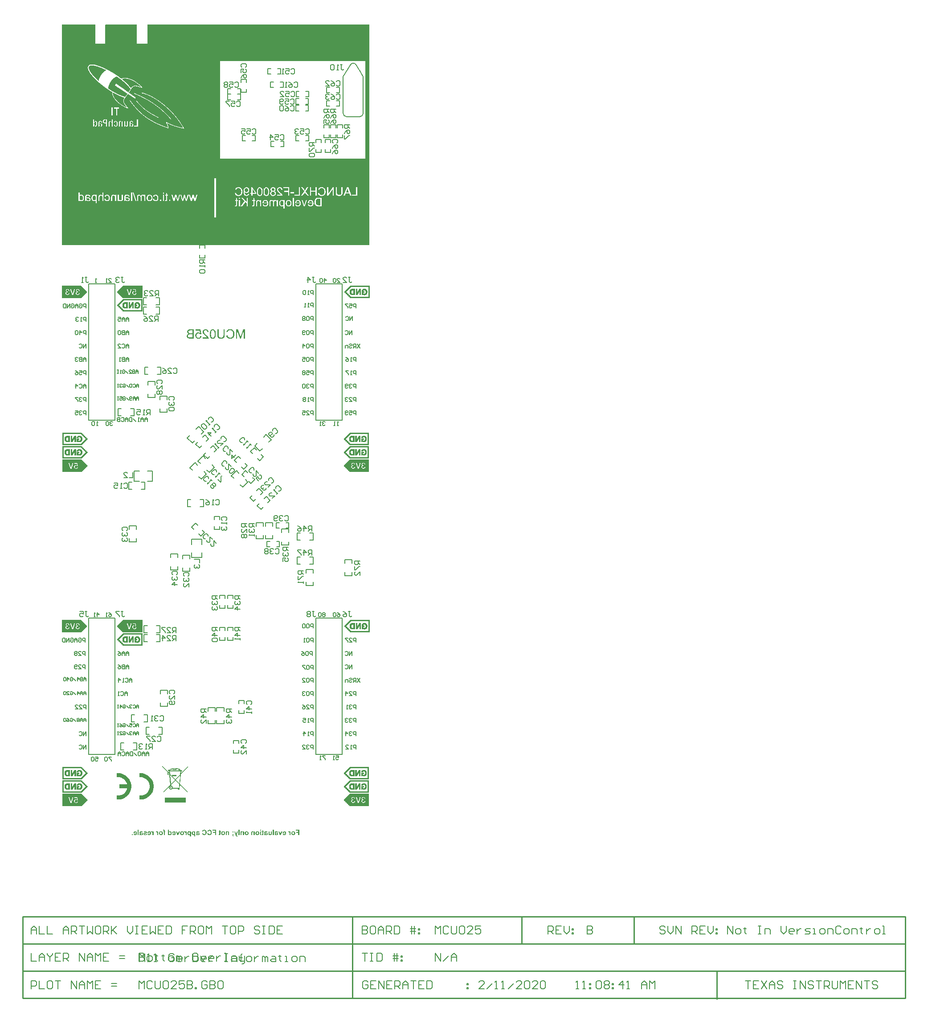
<source format=gbo>
G04*
G04 #@! TF.GenerationSoftware,Altium Limited,Altium Designer,18.1.9 (240)*
G04*
G04 Layer_Color=9218505*
%FSAX25Y25*%
%MOIN*%
G70*
G01*
G75*
%ADD10C,0.00984*%
%ADD11C,0.01000*%
%ADD14C,0.00700*%
%ADD16C,0.00787*%
%ADD17C,0.00050*%
%ADD18C,0.00800*%
%ADD20C,0.00600*%
%ADD154C,0.00748*%
%ADD155C,0.00541*%
%ADD156C,0.00075*%
G36*
X0299200Y0740900D02*
Y0667900D01*
Y0653400D01*
X0198700D01*
X0299200D01*
Y0640071D01*
Y0623900D01*
X0299200D01*
X0299200Y0603400D01*
X0069200Y0603400D01*
X0069200Y0623900D01*
X0299200Y0623900D01*
X0198700D01*
Y0623900D01*
X0184700D01*
Y0653400D01*
X0183200D01*
Y0623900D01*
X0069200D01*
Y0653400D01*
Y0673400D01*
Y0739400D01*
Y0768400D01*
X0094200Y0768400D01*
Y0753900D01*
X0101700D01*
Y0767900D01*
X0102200Y0768400D01*
X0125200D01*
Y0753900D01*
X0133200D01*
Y0768400D01*
X0162200Y0768400D01*
X0299200Y0768400D01*
Y0740900D01*
D02*
G37*
G36*
X0150795Y0211568D02*
X0150795D01*
X0150795Y0211568D01*
X0150795Y0211568D01*
D02*
G37*
G36*
X0150188Y0211283D02*
X0150188Y0211283D01*
X0150188Y0211283D01*
X0150188Y0211283D01*
D02*
G37*
G36*
X0150184Y0211281D02*
X0150184Y0211281D01*
X0150184Y0211281D01*
X0150184Y0211281D01*
X0150185Y0211281D01*
X0150185Y0211282D01*
X0150186Y0211282D01*
X0150187Y0211283D01*
X0150188Y0211283D01*
X0150188Y0211283D01*
X0150188Y0211283D01*
X0150188Y0211283D01*
X0150184Y0211281D01*
D02*
G37*
G36*
X0150184Y0211281D02*
X0150184Y0211281D01*
X0150184Y0211281D01*
X0150184Y0211281D01*
D02*
G37*
G36*
X0150184Y0211281D02*
X0150184Y0211281D01*
X0150184Y0211281D01*
D01*
X0150184Y0211281D01*
X0150184Y0211281D01*
X0150184Y0211281D01*
X0150184Y0211281D01*
X0150184Y0211281D01*
X0150184Y0211281D01*
D02*
G37*
G36*
X0149143Y0208876D02*
X0149513Y0208876D01*
X0149434Y0209717D01*
X0149235D01*
Y0210296D01*
X0149592D01*
Y0210297D01*
X0149593Y0210298D01*
X0149593Y0210299D01*
X0149593Y0210300D01*
X0149593Y0210300D01*
X0149593D01*
X0149593Y0210301D01*
X0149708Y0210878D01*
Y0210878D01*
X0149708Y0210879D01*
X0149708Y0210878D01*
X0149708Y0210879D01*
X0149708Y0210880D01*
X0149709Y0210882D01*
X0149710Y0210885D01*
X0149712Y0210887D01*
X0149713Y0210888D01*
X0149708Y0210880D01*
X0149708Y0210879D01*
X0149708Y0210879D01*
X0149708Y0210880D01*
X0149713Y0210888D01*
X0149713Y0210888D01*
X0149713Y0210888D01*
X0149713Y0210888D01*
X0149713Y0210888D01*
X0149713Y0210888D01*
X0149713Y0210888D01*
X0149713Y0210889D01*
Y0210889D01*
X0149810Y0211002D01*
X0149810Y0211002D01*
X0149811Y0211003D01*
X0149811Y0211004D01*
X0149812Y0211004D01*
X0149813Y0211005D01*
X0149813Y0211006D01*
Y0211006D01*
X0149814Y0211006D01*
X0149814Y0211006D01*
X0149814Y0211006D01*
X0149814Y0211006D01*
X0149814Y0211006D01*
Y0211006D01*
X0150184Y0211281D01*
X0150184Y0211281D01*
X0150188Y0211283D01*
X0150188Y0211283D01*
X0150188Y0211283D01*
X0150188Y0211283D01*
X0150188Y0211283D01*
X0150188Y0211283D01*
X0150188Y0211283D01*
X0150188Y0211283D01*
X0150795Y0211568D01*
X0150795Y0211568D01*
X0150795Y0211568D01*
X0150795Y0211568D01*
X0150795Y0211568D01*
X0150796Y0211569D01*
X0150797Y0211569D01*
X0150798Y0211569D01*
X0150798Y0211569D01*
Y0211569D01*
X0151495Y0211766D01*
X0151495Y0211766D01*
X0151496Y0211766D01*
X0151496Y0211766D01*
X0151497Y0211766D01*
X0151497Y0211766D01*
Y0211766D01*
X0152048Y0211866D01*
X0152048Y0211866D01*
X0152049Y0211866D01*
X0152049Y0211866D01*
X0152049Y0211866D01*
X0152049Y0211866D01*
X0152049D01*
X0152049Y0211866D01*
X0152049D01*
X0152049Y0211866D01*
X0152049Y0211866D01*
X0152049Y0211866D01*
X0152049D01*
X0152050Y0211866D01*
X0152234Y0211889D01*
X0152234Y0211889D01*
X0152234Y0211889D01*
X0152234Y0211889D01*
X0152235Y0211889D01*
D01*
X0152234Y0211889D01*
X0152234Y0211889D01*
X0152235Y0211889D01*
Y0211889D01*
X0152237Y0211889D01*
Y0212150D01*
X0154971D01*
Y0211930D01*
X0155093Y0211922D01*
X0155721Y0211857D01*
X0156353Y0211751D01*
X0156477Y0211722D01*
Y0211779D01*
X0157427D01*
X0157427Y0211433D01*
X0157431Y0211433D01*
X0157436Y0211431D01*
X0157436Y0211431D01*
X0157436Y0211431D01*
X0157436Y0211431D01*
X0157436Y0211431D01*
X0157528Y0211389D01*
X0157528Y0211389D01*
X0157528Y0211389D01*
X0157528Y0211389D01*
X0157529Y0211389D01*
X0157529Y0211389D01*
X0157529Y0211388D01*
X0157530Y0211388D01*
X0157530Y0211388D01*
X0157530Y0211388D01*
X0157530Y0211388D01*
X0157530Y0211388D01*
X0157530Y0211388D01*
X0157796Y0211240D01*
X0157797Y0211240D01*
X0157797Y0211240D01*
X0157797Y0211240D01*
X0157797Y0211239D01*
X0157798Y0211239D01*
X0157799Y0211238D01*
X0157799Y0211238D01*
X0158110Y0211009D01*
X0158110Y0211009D01*
X0158111Y0211008D01*
X0158112Y0211007D01*
X0158112Y0211007D01*
X0158112Y0211007D01*
X0158112Y0211007D01*
X0158113Y0211006D01*
X0158113Y0211006D01*
X0158113Y0211006D01*
X0158113Y0211006D01*
X0158113Y0211006D01*
X0158365Y0210736D01*
X0158365Y0210735D01*
X0158365Y0210735D01*
X0158366Y0210735D01*
X0158366Y0210734D01*
X0158367Y0210734D01*
X0158367Y0210733D01*
X0158367Y0210733D01*
X0158368Y0210732D01*
X0158516Y0210500D01*
X0158516Y0210500D01*
X0158516Y0210499D01*
X0158517Y0210498D01*
X0158517Y0210498D01*
X0158518Y0210497D01*
X0158518Y0210497D01*
X0158554Y0210413D01*
X0158554Y0210413D01*
X0158558Y0210403D01*
X0158558Y0210403D01*
X0158558Y0210403D01*
X0158558Y0210403D01*
X0158558Y0210403D01*
X0158558Y0210403D01*
X0158558Y0210402D01*
X0158559Y0210402D01*
X0158559Y0210402D01*
X0158593Y0210312D01*
X0158593Y0210312D01*
X0158593Y0210311D01*
X0158593Y0210311D01*
X0158593Y0210311D01*
X0158593Y0210310D01*
X0158596Y0210302D01*
X0158596Y0210302D01*
X0158597Y0210298D01*
X0158597Y0210296D01*
X0159165D01*
Y0209717D01*
X0158524D01*
X0158383Y0208120D01*
X0163747Y0213769D01*
Y0213135D01*
X0158320Y0207410D01*
X0157681Y0200187D01*
X0163408Y0194359D01*
X0163082Y0194038D01*
X0157629Y0199593D01*
X0157403Y0197042D01*
X0157403Y0197042D01*
X0157403Y0197042D01*
X0157389Y0197010D01*
X0157355Y0196950D01*
X0157315Y0196894D01*
X0157270Y0196843D01*
X0157244Y0196819D01*
D01*
X0157178Y0196793D01*
X0157156Y0196790D01*
Y0195951D01*
X0156125D01*
Y0196789D01*
X0152035Y0196788D01*
Y0197344D01*
X0156870D01*
X0157109Y0200123D01*
X0154210Y0203075D01*
X0150934Y0199619D01*
X0150980Y0199127D01*
X0150314Y0198684D01*
X0150331Y0198983D01*
X0145699Y0194097D01*
X0145367Y0194412D01*
X0150370Y0199681D01*
X0149694Y0206937D01*
X0148427D01*
Y0208876D01*
X0148515Y0208876D01*
X0144261Y0213210D01*
Y0213844D01*
X0149143Y0208876D01*
D02*
G37*
G36*
X0112885Y0208165D02*
X0114489Y0207783D01*
X0116007Y0207139D01*
X0117396Y0206252D01*
X0118619Y0205147D01*
X0119640Y0203853D01*
X0120432Y0202407D01*
X0120973Y0200850D01*
X0121247Y0199224D01*
Y0197576D01*
X0120973Y0195950D01*
X0120432Y0194393D01*
X0119640Y0192947D01*
X0118619Y0191654D01*
X0117396Y0190548D01*
X0116007Y0189661D01*
X0114489Y0189017D01*
X0112885Y0188635D01*
X0111241Y0188524D01*
X0110421Y0188607D01*
X0110421Y0188607D01*
X0110421Y0191581D01*
X0111062Y0191519D01*
X0112349Y0191575D01*
X0113604Y0191871D01*
X0114781Y0192394D01*
X0115840Y0193128D01*
X0116744Y0194046D01*
X0117461Y0195116D01*
X0117967Y0196301D01*
X0118134Y0196924D01*
X0112389D01*
Y0199876D01*
X0118134D01*
X0117967Y0200499D01*
X0117461Y0201684D01*
X0116744Y0202754D01*
X0115840Y0203672D01*
X0114781Y0204406D01*
X0113604Y0204929D01*
X0112349Y0205225D01*
X0111062Y0205281D01*
X0110421Y0205219D01*
D01*
X0110421D01*
X0110421D01*
X0110421Y0208193D01*
X0111241Y0208276D01*
X0112885Y0208165D01*
D02*
G37*
G36*
X0129618D02*
X0131221Y0207783D01*
X0132739Y0207139D01*
X0134128Y0206252D01*
X0135351Y0205147D01*
X0136372Y0203853D01*
X0137165Y0202407D01*
X0137705Y0200850D01*
X0137979Y0199224D01*
Y0197576D01*
X0137705Y0195950D01*
X0137165Y0194393D01*
X0136372Y0192947D01*
X0135351Y0191654D01*
X0134128Y0190548D01*
X0132739Y0189661D01*
X0131221Y0189017D01*
X0129618Y0188635D01*
X0127973Y0188524D01*
X0127153Y0188607D01*
X0127153Y0191581D01*
X0127153D01*
X0127153Y0191581D01*
Y0191581D01*
X0127888Y0191515D01*
X0129357Y0191619D01*
X0130771Y0192034D01*
X0132065Y0192739D01*
X0133178Y0193704D01*
X0134062Y0194883D01*
X0134674Y0196224D01*
X0134987Y0197663D01*
Y0199137D01*
X0134674Y0200576D01*
X0134062Y0201917D01*
X0133178Y0203096D01*
X0132065Y0204061D01*
X0130771Y0204766D01*
X0129357Y0205181D01*
X0127888Y0205285D01*
X0127153Y0205219D01*
X0127153Y0208193D01*
X0127153D01*
X0127973Y0208276D01*
X0129618Y0208165D01*
D02*
G37*
G36*
X0162074Y0186176D02*
X0146326D01*
Y0190113D01*
X0162074D01*
Y0186176D01*
D02*
G37*
G36*
X0176940Y0540349D02*
X0177105Y0540339D01*
X0177270Y0540308D01*
X0177415Y0540277D01*
X0177559Y0540236D01*
X0177693Y0540194D01*
X0177806Y0540153D01*
X0177909Y0540101D01*
X0178013Y0540050D01*
X0178095Y0540009D01*
X0178167Y0539967D01*
X0178229Y0539926D01*
X0178270Y0539895D01*
X0178301Y0539864D01*
X0178322Y0539854D01*
X0178332Y0539844D01*
X0178435Y0539741D01*
X0178528Y0539627D01*
X0178610Y0539514D01*
X0178683Y0539390D01*
X0178806Y0539143D01*
X0178889Y0538905D01*
X0178940Y0538689D01*
X0178961Y0538596D01*
X0178982Y0538514D01*
X0178992Y0538442D01*
X0179002Y0538390D01*
Y0538359D01*
Y0538349D01*
X0178126Y0538256D01*
X0178105Y0538483D01*
X0178064Y0538689D01*
X0178013Y0538864D01*
X0177940Y0539009D01*
X0177878Y0539122D01*
X0177817Y0539205D01*
X0177775Y0539256D01*
X0177765Y0539277D01*
X0177621Y0539400D01*
X0177456Y0539493D01*
X0177291Y0539565D01*
X0177126Y0539607D01*
X0176992Y0539638D01*
X0176878Y0539648D01*
X0176837Y0539658D01*
X0176775D01*
X0176569Y0539648D01*
X0176383Y0539607D01*
X0176229Y0539545D01*
X0176084Y0539483D01*
X0175981Y0539421D01*
X0175899Y0539359D01*
X0175858Y0539318D01*
X0175837Y0539308D01*
X0175713Y0539174D01*
X0175620Y0539029D01*
X0175559Y0538885D01*
X0175507Y0538751D01*
X0175487Y0538627D01*
X0175476Y0538534D01*
X0175466Y0538473D01*
Y0538462D01*
Y0538452D01*
X0175487Y0538266D01*
X0175528Y0538091D01*
X0175590Y0537916D01*
X0175662Y0537751D01*
X0175744Y0537617D01*
X0175806Y0537514D01*
X0175827Y0537472D01*
X0175847Y0537441D01*
X0175868Y0537431D01*
Y0537421D01*
X0175951Y0537318D01*
X0176054Y0537204D01*
X0176157Y0537091D01*
X0176280Y0536967D01*
X0176528Y0536720D01*
X0176786Y0536493D01*
X0177012Y0536276D01*
X0177115Y0536184D01*
X0177208Y0536111D01*
X0177291Y0536050D01*
X0177342Y0535998D01*
X0177383Y0535967D01*
X0177394Y0535957D01*
X0177652Y0535740D01*
X0177878Y0535544D01*
X0178074Y0535359D01*
X0178229Y0535204D01*
X0178353Y0535080D01*
X0178445Y0534988D01*
X0178497Y0534926D01*
X0178518Y0534916D01*
Y0534905D01*
X0178652Y0534740D01*
X0178765Y0534575D01*
X0178858Y0534421D01*
X0178940Y0534276D01*
X0179002Y0534163D01*
X0179043Y0534070D01*
X0179064Y0534008D01*
X0179074Y0533998D01*
Y0533988D01*
X0179105Y0533885D01*
X0179136Y0533771D01*
X0179147Y0533678D01*
X0179157Y0533586D01*
X0179167Y0533513D01*
Y0533452D01*
Y0533410D01*
Y0533400D01*
X0174579Y0533400D01*
Y0534214D01*
X0177981Y0534214D01*
X0177868Y0534379D01*
X0177806Y0534462D01*
X0177744Y0534524D01*
X0177693Y0534586D01*
X0177652Y0534627D01*
X0177631Y0534658D01*
X0177621Y0534668D01*
X0177569Y0534720D01*
X0177518Y0534771D01*
X0177373Y0534905D01*
X0177219Y0535050D01*
X0177054Y0535194D01*
X0176889Y0535328D01*
X0176765Y0535441D01*
X0176713Y0535483D01*
X0176672Y0535513D01*
X0176652Y0535534D01*
X0176641Y0535544D01*
X0176476Y0535689D01*
X0176322Y0535823D01*
X0176177Y0535947D01*
X0176054Y0536060D01*
X0175930Y0536173D01*
X0175827Y0536266D01*
X0175724Y0536359D01*
X0175641Y0536441D01*
X0175569Y0536514D01*
X0175507Y0536576D01*
X0175445Y0536637D01*
X0175404Y0536679D01*
X0175353Y0536740D01*
X0175332Y0536761D01*
X0175198Y0536926D01*
X0175074Y0537081D01*
X0174981Y0537225D01*
X0174899Y0537359D01*
X0174837Y0537462D01*
X0174796Y0537534D01*
X0174775Y0537586D01*
X0174765Y0537606D01*
X0174703Y0537761D01*
X0174662Y0537906D01*
X0174631Y0538039D01*
X0174610Y0538173D01*
X0174600Y0538277D01*
X0174590Y0538359D01*
Y0538411D01*
Y0538431D01*
X0174600Y0538586D01*
X0174610Y0538720D01*
X0174641Y0538864D01*
X0174682Y0538988D01*
X0174775Y0539225D01*
X0174878Y0539421D01*
X0174940Y0539503D01*
X0174992Y0539586D01*
X0175043Y0539648D01*
X0175084Y0539699D01*
X0175126Y0539751D01*
X0175157Y0539782D01*
X0175167Y0539792D01*
X0175177Y0539803D01*
X0175291Y0539906D01*
X0175414Y0539988D01*
X0175538Y0540060D01*
X0175662Y0540122D01*
X0175930Y0540225D01*
X0176177Y0540287D01*
X0176301Y0540318D01*
X0176404Y0540328D01*
X0176507Y0540339D01*
X0176590Y0540349D01*
X0176662Y0540359D01*
X0176755D01*
X0176940Y0540349D01*
D02*
G37*
G36*
X0173507Y0536679D02*
X0172703Y0536565D01*
X0172631Y0536668D01*
X0172548Y0536771D01*
X0172466Y0536854D01*
X0172383Y0536926D01*
X0172311Y0536978D01*
X0172249Y0537029D01*
X0172208Y0537050D01*
X0172198Y0537060D01*
X0172074Y0537122D01*
X0171940Y0537173D01*
X0171816Y0537204D01*
X0171703Y0537235D01*
X0171600Y0537246D01*
X0171528Y0537256D01*
X0171455D01*
X0171218Y0537235D01*
X0171002Y0537194D01*
X0170816Y0537122D01*
X0170672Y0537050D01*
X0170548Y0536967D01*
X0170455Y0536895D01*
X0170404Y0536854D01*
X0170383Y0536833D01*
X0170249Y0536658D01*
X0170146Y0536472D01*
X0170074Y0536287D01*
X0170022Y0536101D01*
X0169991Y0535936D01*
X0169981Y0535864D01*
Y0535802D01*
X0169971Y0535751D01*
Y0535709D01*
Y0535689D01*
Y0535678D01*
X0169991Y0535410D01*
X0170033Y0535163D01*
X0170105Y0534957D01*
X0170177Y0534782D01*
X0170259Y0534637D01*
X0170332Y0534534D01*
X0170352Y0534503D01*
X0170373Y0534472D01*
X0170393Y0534462D01*
Y0534452D01*
X0170476Y0534369D01*
X0170558Y0534297D01*
X0170734Y0534184D01*
X0170909Y0534101D01*
X0171074Y0534050D01*
X0171218Y0534008D01*
X0171332Y0533998D01*
X0171373Y0533988D01*
X0171435D01*
X0171620Y0533998D01*
X0171785Y0534039D01*
X0171940Y0534091D01*
X0172064Y0534153D01*
X0172167Y0534204D01*
X0172249Y0534256D01*
X0172290Y0534297D01*
X0172311Y0534307D01*
X0172435Y0534441D01*
X0172538Y0534596D01*
X0172610Y0534761D01*
X0172672Y0534926D01*
X0172713Y0535060D01*
X0172744Y0535184D01*
X0172754Y0535225D01*
X0172765Y0535256D01*
Y0535276D01*
Y0535287D01*
X0173662Y0535225D01*
X0173641Y0535060D01*
X0173610Y0534905D01*
X0173517Y0534627D01*
X0173414Y0534390D01*
X0173352Y0534287D01*
X0173291Y0534184D01*
X0173229Y0534101D01*
X0173177Y0534029D01*
X0173126Y0533957D01*
X0173074Y0533905D01*
X0173033Y0533864D01*
X0173002Y0533833D01*
X0172992Y0533823D01*
X0172981Y0533812D01*
X0172868Y0533720D01*
X0172744Y0533637D01*
X0172620Y0533565D01*
X0172486Y0533513D01*
X0172229Y0533410D01*
X0171981Y0533348D01*
X0171868Y0533328D01*
X0171765Y0533318D01*
X0171672Y0533307D01*
X0171589Y0533297D01*
X0171528Y0533287D01*
X0171435D01*
X0171229Y0533297D01*
X0171022Y0533328D01*
X0170837Y0533369D01*
X0170661Y0533421D01*
X0170507Y0533483D01*
X0170352Y0533555D01*
X0170218Y0533627D01*
X0170094Y0533709D01*
X0169981Y0533781D01*
X0169888Y0533854D01*
X0169806Y0533926D01*
X0169744Y0533988D01*
X0169692Y0534050D01*
X0169651Y0534091D01*
X0169630Y0534111D01*
X0169620Y0534122D01*
X0169517Y0534256D01*
X0169434Y0534390D01*
X0169362Y0534524D01*
X0169300Y0534668D01*
X0169197Y0534936D01*
X0169135Y0535194D01*
X0169105Y0535307D01*
X0169094Y0535421D01*
X0169084Y0535513D01*
X0169074Y0535596D01*
X0169063Y0535658D01*
Y0535709D01*
Y0535740D01*
Y0535751D01*
X0169074Y0535936D01*
X0169094Y0536101D01*
X0169125Y0536266D01*
X0169156Y0536421D01*
X0169208Y0536565D01*
X0169259Y0536699D01*
X0169321Y0536823D01*
X0169373Y0536936D01*
X0169434Y0537029D01*
X0169496Y0537122D01*
X0169548Y0537194D01*
X0169589Y0537256D01*
X0169630Y0537308D01*
X0169661Y0537338D01*
X0169682Y0537359D01*
X0169692Y0537369D01*
X0169816Y0537483D01*
X0169940Y0537575D01*
X0170063Y0537668D01*
X0170197Y0537741D01*
X0170332Y0537802D01*
X0170455Y0537854D01*
X0170692Y0537926D01*
X0170806Y0537957D01*
X0170909Y0537978D01*
X0171002Y0537988D01*
X0171074Y0537998D01*
X0171136Y0538009D01*
X0171352D01*
X0171476Y0537988D01*
X0171713Y0537936D01*
X0171940Y0537864D01*
X0172136Y0537792D01*
X0172301Y0537710D01*
X0172363Y0537668D01*
X0172424Y0537637D01*
X0172466Y0537606D01*
X0172497Y0537586D01*
X0172517Y0537575D01*
X0172528Y0537565D01*
X0172156Y0539431D01*
X0169393D01*
Y0540246D01*
X0172837D01*
X0173507Y0536679D01*
D02*
G37*
G36*
X0206200Y0533400D02*
X0205313D01*
Y0539308D01*
X0203313Y0533400D01*
X0202488D01*
X0200457Y0539205D01*
Y0533400D01*
X0199571D01*
Y0540339D01*
X0200808D01*
X0202478Y0535503D01*
X0202561Y0535246D01*
X0202643Y0535019D01*
X0202705Y0534833D01*
X0202757Y0534668D01*
X0202798Y0534544D01*
X0202829Y0534462D01*
X0202839Y0534410D01*
X0202849Y0534390D01*
X0202890Y0534534D01*
X0202942Y0534699D01*
X0202994Y0534874D01*
X0203055Y0535039D01*
X0203097Y0535184D01*
X0203138Y0535307D01*
X0203158Y0535359D01*
X0203169Y0535390D01*
X0203179Y0535410D01*
Y0535421D01*
X0204819Y0540339D01*
X0206200D01*
Y0533400D01*
D02*
G37*
G36*
X0191086Y0536328D02*
Y0536132D01*
X0191075Y0535936D01*
X0191065Y0535761D01*
X0191044Y0535586D01*
X0191024Y0535431D01*
X0191003Y0535297D01*
X0190982Y0535163D01*
X0190952Y0535039D01*
X0190931Y0534936D01*
X0190910Y0534843D01*
X0190890Y0534771D01*
X0190869Y0534699D01*
X0190848Y0534648D01*
X0190838Y0534617D01*
X0190828Y0534596D01*
Y0534586D01*
X0190714Y0534359D01*
X0190580Y0534173D01*
X0190426Y0533998D01*
X0190281Y0533864D01*
X0190147Y0533761D01*
X0190044Y0533678D01*
X0190003Y0533647D01*
X0189972Y0533637D01*
X0189951Y0533616D01*
X0189941D01*
X0189694Y0533503D01*
X0189426Y0533431D01*
X0189168Y0533369D01*
X0188910Y0533328D01*
X0188797Y0533318D01*
X0188683Y0533307D01*
X0188591Y0533297D01*
X0188508D01*
X0188436Y0533287D01*
X0188343D01*
X0187982Y0533307D01*
X0187817Y0533318D01*
X0187673Y0533348D01*
X0187529Y0533379D01*
X0187395Y0533410D01*
X0187271Y0533441D01*
X0187157Y0533483D01*
X0187054Y0533513D01*
X0186972Y0533544D01*
X0186900Y0533575D01*
X0186838Y0533606D01*
X0186786Y0533637D01*
X0186755Y0533647D01*
X0186735Y0533668D01*
X0186724D01*
X0186508Y0533823D01*
X0186333Y0533988D01*
X0186178Y0534153D01*
X0186065Y0534307D01*
X0185972Y0534452D01*
X0185910Y0534565D01*
X0185889Y0534606D01*
X0185879Y0534637D01*
X0185869Y0534658D01*
Y0534668D01*
X0185786Y0534916D01*
X0185735Y0535194D01*
X0185693Y0535462D01*
X0185662Y0535730D01*
X0185652Y0535854D01*
X0185642Y0535967D01*
Y0536070D01*
X0185632Y0536153D01*
Y0536225D01*
Y0536287D01*
Y0536318D01*
Y0536328D01*
Y0540339D01*
X0186549D01*
Y0536328D01*
Y0536091D01*
X0186570Y0535885D01*
X0186590Y0535678D01*
X0186621Y0535503D01*
X0186652Y0535349D01*
X0186683Y0535204D01*
X0186724Y0535070D01*
X0186766Y0534957D01*
X0186807Y0534864D01*
X0186848Y0534782D01*
X0186879Y0534709D01*
X0186910Y0534658D01*
X0186941Y0534617D01*
X0186961Y0534586D01*
X0186972Y0534575D01*
X0186982Y0534565D01*
X0187065Y0534482D01*
X0187168Y0534421D01*
X0187395Y0534307D01*
X0187632Y0534225D01*
X0187869Y0534173D01*
X0188085Y0534132D01*
X0188178Y0534122D01*
X0188261D01*
X0188333Y0534111D01*
X0188426D01*
X0188642Y0534122D01*
X0188838Y0534142D01*
X0189003Y0534184D01*
X0189158Y0534225D01*
X0189271Y0534266D01*
X0189364Y0534307D01*
X0189415Y0534328D01*
X0189436Y0534338D01*
X0189580Y0534431D01*
X0189694Y0534534D01*
X0189797Y0534648D01*
X0189869Y0534751D01*
X0189931Y0534854D01*
X0189972Y0534926D01*
X0189993Y0534977D01*
X0190003Y0534998D01*
X0190034Y0535080D01*
X0190055Y0535184D01*
X0190096Y0535390D01*
X0190127Y0535606D01*
X0190147Y0535823D01*
X0190158Y0536019D01*
Y0536111D01*
X0190168Y0536184D01*
Y0536246D01*
Y0536287D01*
Y0536318D01*
Y0536328D01*
Y0540339D01*
X0191086D01*
Y0536328D01*
D02*
G37*
G36*
X0195436Y0540442D02*
X0195746Y0540401D01*
X0196034Y0540328D01*
X0196158Y0540287D01*
X0196282Y0540256D01*
X0196385Y0540215D01*
X0196488Y0540174D01*
X0196571Y0540143D01*
X0196643Y0540101D01*
X0196704Y0540081D01*
X0196746Y0540060D01*
X0196766Y0540040D01*
X0196777D01*
X0197045Y0539864D01*
X0197282Y0539669D01*
X0197488Y0539462D01*
X0197653Y0539266D01*
X0197777Y0539091D01*
X0197828Y0539009D01*
X0197880Y0538947D01*
X0197911Y0538885D01*
X0197931Y0538844D01*
X0197952Y0538823D01*
Y0538813D01*
X0198086Y0538503D01*
X0198189Y0538184D01*
X0198261Y0537864D01*
X0198313Y0537565D01*
X0198334Y0537431D01*
X0198344Y0537308D01*
X0198354Y0537204D01*
Y0537112D01*
X0198364Y0537029D01*
Y0536978D01*
Y0536936D01*
Y0536926D01*
X0198344Y0536555D01*
X0198302Y0536215D01*
X0198251Y0535895D01*
X0198220Y0535751D01*
X0198179Y0535617D01*
X0198148Y0535493D01*
X0198117Y0535390D01*
X0198086Y0535287D01*
X0198055Y0535215D01*
X0198035Y0535142D01*
X0198014Y0535101D01*
X0198003Y0535070D01*
Y0535060D01*
X0197849Y0534751D01*
X0197684Y0534493D01*
X0197498Y0534266D01*
X0197323Y0534081D01*
X0197168Y0533926D01*
X0197107Y0533874D01*
X0197045Y0533823D01*
X0196993Y0533792D01*
X0196962Y0533761D01*
X0196942Y0533750D01*
X0196931Y0533740D01*
X0196797Y0533658D01*
X0196653Y0533596D01*
X0196354Y0533483D01*
X0196045Y0533400D01*
X0195756Y0533348D01*
X0195622Y0533328D01*
X0195498Y0533307D01*
X0195385Y0533297D01*
X0195292D01*
X0195210Y0533287D01*
X0195106D01*
X0194911Y0533297D01*
X0194715Y0533307D01*
X0194539Y0533338D01*
X0194364Y0533379D01*
X0194199Y0533421D01*
X0194055Y0533472D01*
X0193911Y0533524D01*
X0193787Y0533586D01*
X0193663Y0533637D01*
X0193570Y0533689D01*
X0193477Y0533740D01*
X0193405Y0533781D01*
X0193343Y0533823D01*
X0193302Y0533854D01*
X0193282Y0533864D01*
X0193271Y0533874D01*
X0193137Y0533988D01*
X0193014Y0534122D01*
X0192900Y0534256D01*
X0192787Y0534400D01*
X0192611Y0534678D01*
X0192467Y0534957D01*
X0192405Y0535091D01*
X0192364Y0535204D01*
X0192323Y0535318D01*
X0192281Y0535410D01*
X0192261Y0535493D01*
X0192240Y0535544D01*
X0192230Y0535586D01*
Y0535596D01*
X0193148Y0535833D01*
X0193230Y0535524D01*
X0193343Y0535256D01*
X0193467Y0535029D01*
X0193591Y0534843D01*
X0193704Y0534699D01*
X0193746Y0534648D01*
X0193797Y0534596D01*
X0193828Y0534565D01*
X0193859Y0534534D01*
X0193869Y0534524D01*
X0193879Y0534514D01*
X0193983Y0534431D01*
X0194086Y0534369D01*
X0194313Y0534256D01*
X0194529Y0534184D01*
X0194725Y0534122D01*
X0194911Y0534091D01*
X0194983Y0534081D01*
X0195055D01*
X0195106Y0534070D01*
X0195179D01*
X0195416Y0534081D01*
X0195632Y0534122D01*
X0195838Y0534173D01*
X0196014Y0534235D01*
X0196158Y0534287D01*
X0196272Y0534338D01*
X0196313Y0534359D01*
X0196344Y0534379D01*
X0196354Y0534390D01*
X0196364D01*
X0196550Y0534524D01*
X0196715Y0534689D01*
X0196849Y0534843D01*
X0196962Y0535008D01*
X0197045Y0535153D01*
X0197107Y0535276D01*
X0197127Y0535318D01*
X0197148Y0535349D01*
X0197158Y0535369D01*
Y0535380D01*
X0197241Y0535637D01*
X0197302Y0535895D01*
X0197354Y0536163D01*
X0197385Y0536400D01*
X0197395Y0536514D01*
X0197406Y0536606D01*
Y0536699D01*
X0197416Y0536782D01*
Y0536843D01*
Y0536885D01*
Y0536916D01*
Y0536926D01*
X0197406Y0537184D01*
X0197385Y0537421D01*
X0197344Y0537648D01*
X0197302Y0537854D01*
X0197272Y0538019D01*
X0197251Y0538091D01*
X0197230Y0538143D01*
X0197220Y0538194D01*
X0197210Y0538225D01*
X0197199Y0538246D01*
Y0538256D01*
X0197107Y0538483D01*
X0196993Y0538689D01*
X0196870Y0538864D01*
X0196746Y0539019D01*
X0196632Y0539132D01*
X0196529Y0539215D01*
X0196467Y0539266D01*
X0196457Y0539287D01*
X0196447D01*
X0196230Y0539421D01*
X0196014Y0539514D01*
X0195787Y0539586D01*
X0195570Y0539627D01*
X0195385Y0539658D01*
X0195313Y0539669D01*
X0195240D01*
X0195189Y0539679D01*
X0195106D01*
X0194859Y0539669D01*
X0194632Y0539627D01*
X0194436Y0539565D01*
X0194271Y0539503D01*
X0194137Y0539442D01*
X0194044Y0539380D01*
X0193983Y0539339D01*
X0193962Y0539328D01*
X0193797Y0539184D01*
X0193653Y0539009D01*
X0193529Y0538823D01*
X0193436Y0538648D01*
X0193354Y0538483D01*
X0193323Y0538411D01*
X0193292Y0538349D01*
X0193271Y0538297D01*
X0193261Y0538256D01*
X0193251Y0538235D01*
Y0538225D01*
X0192343Y0538442D01*
X0192405Y0538617D01*
X0192467Y0538782D01*
X0192539Y0538937D01*
X0192622Y0539081D01*
X0192704Y0539215D01*
X0192787Y0539328D01*
X0192869Y0539442D01*
X0192952Y0539545D01*
X0193034Y0539627D01*
X0193106Y0539710D01*
X0193168Y0539772D01*
X0193230Y0539833D01*
X0193271Y0539875D01*
X0193313Y0539906D01*
X0193333Y0539916D01*
X0193343Y0539926D01*
X0193477Y0540019D01*
X0193622Y0540101D01*
X0193766Y0540174D01*
X0193911Y0540236D01*
X0194210Y0540328D01*
X0194477Y0540401D01*
X0194612Y0540421D01*
X0194725Y0540431D01*
X0194828Y0540442D01*
X0194921Y0540452D01*
X0194993Y0540462D01*
X0195096D01*
X0195436Y0540442D01*
D02*
G37*
G36*
X0167960Y0533400D02*
X0165321D01*
X0165084Y0533410D01*
X0164867Y0533421D01*
X0164682Y0533441D01*
X0164517Y0533462D01*
X0164383Y0533483D01*
X0164290Y0533493D01*
X0164228Y0533513D01*
X0164207D01*
X0164042Y0533565D01*
X0163888Y0533616D01*
X0163764Y0533668D01*
X0163651Y0533730D01*
X0163568Y0533771D01*
X0163496Y0533812D01*
X0163455Y0533843D01*
X0163444Y0533854D01*
X0163331Y0533946D01*
X0163228Y0534050D01*
X0163145Y0534153D01*
X0163073Y0534256D01*
X0163011Y0534348D01*
X0162970Y0534421D01*
X0162939Y0534472D01*
X0162929Y0534493D01*
X0162857Y0534658D01*
X0162805Y0534812D01*
X0162774Y0534967D01*
X0162743Y0535111D01*
X0162733Y0535235D01*
X0162723Y0535328D01*
Y0535390D01*
Y0535400D01*
Y0535410D01*
X0162733Y0535627D01*
X0162774Y0535823D01*
X0162836Y0535998D01*
X0162898Y0536153D01*
X0162960Y0536276D01*
X0163022Y0536369D01*
X0163063Y0536431D01*
X0163073Y0536452D01*
X0163207Y0536606D01*
X0163372Y0536740D01*
X0163527Y0536854D01*
X0163682Y0536947D01*
X0163826Y0537008D01*
X0163939Y0537060D01*
X0163980Y0537070D01*
X0164012Y0537081D01*
X0164032Y0537091D01*
X0164042D01*
X0163867Y0537184D01*
X0163723Y0537287D01*
X0163589Y0537390D01*
X0163486Y0537493D01*
X0163414Y0537586D01*
X0163352Y0537658D01*
X0163321Y0537699D01*
X0163310Y0537720D01*
X0163228Y0537864D01*
X0163166Y0538019D01*
X0163125Y0538153D01*
X0163094Y0538287D01*
X0163073Y0538390D01*
X0163063Y0538483D01*
Y0538534D01*
Y0538555D01*
X0163073Y0538730D01*
X0163104Y0538905D01*
X0163156Y0539060D01*
X0163197Y0539194D01*
X0163249Y0539308D01*
X0163300Y0539400D01*
X0163331Y0539452D01*
X0163341Y0539473D01*
X0163455Y0539627D01*
X0163568Y0539761D01*
X0163692Y0539875D01*
X0163816Y0539967D01*
X0163929Y0540029D01*
X0164012Y0540081D01*
X0164073Y0540112D01*
X0164084Y0540122D01*
X0164094D01*
X0164279Y0540194D01*
X0164496Y0540246D01*
X0164702Y0540287D01*
X0164908Y0540308D01*
X0165084Y0540328D01*
X0165166D01*
X0165228Y0540339D01*
X0167960D01*
Y0533400D01*
D02*
G37*
G36*
X0182456Y0540339D02*
X0182703Y0540297D01*
X0182920Y0540225D01*
X0183095Y0540153D01*
X0183250Y0540081D01*
X0183301Y0540040D01*
X0183353Y0540009D01*
X0183394Y0539988D01*
X0183425Y0539967D01*
X0183435Y0539947D01*
X0183446D01*
X0183621Y0539782D01*
X0183776Y0539596D01*
X0183899Y0539400D01*
X0184003Y0539215D01*
X0184095Y0539050D01*
X0184126Y0538978D01*
X0184147Y0538916D01*
X0184168Y0538864D01*
X0184188Y0538823D01*
X0184198Y0538802D01*
Y0538792D01*
X0184240Y0538648D01*
X0184281Y0538493D01*
X0184343Y0538163D01*
X0184384Y0537833D01*
X0184415Y0537524D01*
X0184425Y0537380D01*
X0184436Y0537246D01*
Y0537122D01*
X0184446Y0537019D01*
Y0536926D01*
Y0536864D01*
Y0536823D01*
Y0536813D01*
X0184436Y0536462D01*
X0184415Y0536132D01*
X0184384Y0535833D01*
X0184343Y0535555D01*
X0184291Y0535297D01*
X0184229Y0535070D01*
X0184168Y0534864D01*
X0184106Y0534678D01*
X0184044Y0534514D01*
X0183982Y0534379D01*
X0183920Y0534256D01*
X0183869Y0534163D01*
X0183827Y0534091D01*
X0183796Y0534039D01*
X0183776Y0534008D01*
X0183765Y0533998D01*
X0183652Y0533874D01*
X0183528Y0533761D01*
X0183405Y0533668D01*
X0183271Y0533586D01*
X0183147Y0533513D01*
X0183013Y0533462D01*
X0182879Y0533410D01*
X0182755Y0533379D01*
X0182642Y0533348D01*
X0182539Y0533328D01*
X0182435Y0533307D01*
X0182353Y0533297D01*
X0182281Y0533287D01*
X0182188D01*
X0181910Y0533307D01*
X0181673Y0533348D01*
X0181456Y0533410D01*
X0181270Y0533493D01*
X0181126Y0533565D01*
X0181023Y0533627D01*
X0180982Y0533647D01*
X0180951Y0533668D01*
X0180940Y0533689D01*
X0180930D01*
X0180755Y0533854D01*
X0180600Y0534039D01*
X0180466Y0534235D01*
X0180363Y0534421D01*
X0180281Y0534586D01*
X0180250Y0534658D01*
X0180219Y0534720D01*
X0180209Y0534771D01*
X0180188Y0534812D01*
X0180178Y0534833D01*
Y0534843D01*
X0180136Y0534988D01*
X0180095Y0535142D01*
X0180033Y0535472D01*
X0179982Y0535802D01*
X0179951Y0536111D01*
X0179940Y0536256D01*
X0179930Y0536390D01*
Y0536503D01*
X0179920Y0536606D01*
Y0536699D01*
Y0536761D01*
Y0536802D01*
Y0536813D01*
Y0536998D01*
X0179930Y0537184D01*
Y0537349D01*
X0179940Y0537503D01*
X0179961Y0537648D01*
X0179971Y0537782D01*
X0179982Y0537906D01*
X0180002Y0538019D01*
X0180013Y0538122D01*
X0180033Y0538204D01*
X0180043Y0538277D01*
X0180054Y0538339D01*
X0180064Y0538390D01*
X0180075Y0538421D01*
X0180085Y0538442D01*
Y0538452D01*
X0180147Y0538668D01*
X0180219Y0538875D01*
X0180291Y0539050D01*
X0180363Y0539194D01*
X0180425Y0539318D01*
X0180476Y0539411D01*
X0180508Y0539462D01*
X0180518Y0539483D01*
X0180621Y0539638D01*
X0180734Y0539761D01*
X0180858Y0539875D01*
X0180961Y0539967D01*
X0181064Y0540040D01*
X0181136Y0540091D01*
X0181188Y0540122D01*
X0181209Y0540132D01*
X0181374Y0540205D01*
X0181538Y0540267D01*
X0181703Y0540308D01*
X0181858Y0540328D01*
X0181992Y0540349D01*
X0182095Y0540359D01*
X0182188D01*
X0182456Y0540339D01*
D02*
G37*
G36*
X0218283Y0165173D02*
X0217547D01*
Y0165853D01*
X0218283D01*
Y0165173D01*
D02*
G37*
G36*
X0197590Y0164060D02*
X0196854D01*
Y0164796D01*
X0197590D01*
Y0164060D01*
D02*
G37*
G36*
X0229909Y0164848D02*
X0230000Y0164836D01*
X0230080Y0164825D01*
X0230149Y0164808D01*
X0230217Y0164791D01*
X0230280Y0164774D01*
X0230337Y0164757D01*
X0230383Y0164734D01*
X0230423Y0164716D01*
X0230463Y0164699D01*
X0230491Y0164688D01*
X0230514Y0164671D01*
X0230531Y0164665D01*
X0230537Y0164654D01*
X0230543D01*
X0230640Y0164574D01*
X0230720Y0164477D01*
X0230783Y0164380D01*
X0230834Y0164283D01*
X0230874Y0164191D01*
X0230891Y0164157D01*
X0230902Y0164123D01*
X0230914Y0164094D01*
X0230920Y0164071D01*
X0230925Y0164060D01*
Y0164054D01*
X0230263Y0163934D01*
X0230234Y0164003D01*
X0230206Y0164060D01*
X0230177Y0164106D01*
X0230149Y0164146D01*
X0230126Y0164174D01*
X0230103Y0164191D01*
X0230092Y0164203D01*
X0230086Y0164208D01*
X0230040Y0164237D01*
X0229995Y0164254D01*
X0229892Y0164277D01*
X0229846Y0164283D01*
X0229812Y0164288D01*
X0229778D01*
X0229675Y0164283D01*
X0229595Y0164277D01*
X0229521Y0164260D01*
X0229469Y0164243D01*
X0229429Y0164225D01*
X0229401Y0164214D01*
X0229383Y0164203D01*
X0229378Y0164197D01*
X0229344Y0164157D01*
X0229315Y0164111D01*
X0229298Y0164060D01*
X0229281Y0164008D01*
X0229275Y0163963D01*
X0229269Y0163923D01*
Y0163900D01*
Y0163889D01*
Y0163820D01*
X0229309Y0163803D01*
X0229355Y0163786D01*
X0229464Y0163757D01*
X0229583Y0163723D01*
X0229703Y0163695D01*
X0229812Y0163672D01*
X0229863Y0163660D01*
X0229903Y0163654D01*
X0229937Y0163649D01*
X0229966Y0163643D01*
X0229983Y0163637D01*
X0229989D01*
X0230126Y0163609D01*
X0230240Y0163580D01*
X0230343Y0163552D01*
X0230428Y0163523D01*
X0230491Y0163500D01*
X0230537Y0163483D01*
X0230566Y0163472D01*
X0230577Y0163466D01*
X0230645Y0163426D01*
X0230708Y0163380D01*
X0230765Y0163335D01*
X0230811Y0163289D01*
X0230845Y0163243D01*
X0230868Y0163209D01*
X0230885Y0163186D01*
X0230891Y0163180D01*
X0230925Y0163112D01*
X0230954Y0163038D01*
X0230971Y0162969D01*
X0230988Y0162907D01*
X0230994Y0162849D01*
X0230999Y0162804D01*
Y0162775D01*
Y0162764D01*
X0230994Y0162701D01*
X0230988Y0162638D01*
X0230960Y0162524D01*
X0230920Y0162421D01*
X0230874Y0162336D01*
X0230834Y0162267D01*
X0230794Y0162216D01*
X0230765Y0162187D01*
X0230754Y0162181D01*
Y0162176D01*
X0230657Y0162101D01*
X0230543Y0162044D01*
X0230434Y0162004D01*
X0230326Y0161976D01*
X0230229Y0161959D01*
X0230189Y0161953D01*
X0230149D01*
X0230120Y0161947D01*
X0230080D01*
X0229989Y0161953D01*
X0229903Y0161964D01*
X0229829Y0161976D01*
X0229760Y0161993D01*
X0229703Y0162010D01*
X0229658Y0162027D01*
X0229635Y0162033D01*
X0229623Y0162039D01*
X0229543Y0162078D01*
X0229469Y0162118D01*
X0229401Y0162164D01*
X0229338Y0162210D01*
X0229286Y0162250D01*
X0229252Y0162284D01*
X0229224Y0162307D01*
X0229218Y0162313D01*
X0229212Y0162290D01*
X0229206Y0162261D01*
X0229195Y0162238D01*
Y0162233D01*
Y0162227D01*
X0229178Y0162176D01*
X0229167Y0162130D01*
X0229155Y0162096D01*
X0229144Y0162061D01*
X0229132Y0162039D01*
X0229127Y0162021D01*
X0229121Y0162016D01*
Y0162010D01*
X0228390D01*
X0228424Y0162084D01*
X0228453Y0162147D01*
X0228476Y0162210D01*
X0228493Y0162267D01*
X0228504Y0162313D01*
X0228516Y0162347D01*
X0228521Y0162370D01*
Y0162375D01*
X0228533Y0162450D01*
X0228538Y0162535D01*
X0228550Y0162627D01*
Y0162718D01*
X0228556Y0162798D01*
Y0162861D01*
Y0162889D01*
Y0162907D01*
Y0162918D01*
Y0162924D01*
X0228544Y0163780D01*
Y0163866D01*
X0228550Y0163946D01*
X0228556Y0164020D01*
X0228561Y0164083D01*
X0228567Y0164146D01*
X0228578Y0164197D01*
X0228584Y0164248D01*
X0228595Y0164288D01*
X0228613Y0164357D01*
X0228630Y0164402D01*
X0228641Y0164431D01*
X0228647Y0164437D01*
X0228687Y0164500D01*
X0228744Y0164562D01*
X0228795Y0164614D01*
X0228853Y0164654D01*
X0228904Y0164688D01*
X0228949Y0164711D01*
X0228978Y0164728D01*
X0228984Y0164734D01*
X0228990D01*
X0229035Y0164757D01*
X0229092Y0164774D01*
X0229206Y0164802D01*
X0229326Y0164825D01*
X0229446Y0164836D01*
X0229555Y0164848D01*
X0229601D01*
X0229641Y0164854D01*
X0229818D01*
X0229909Y0164848D01*
D02*
G37*
G36*
X0222155D02*
X0222246Y0164836D01*
X0222326Y0164825D01*
X0222394Y0164808D01*
X0222463Y0164791D01*
X0222526Y0164774D01*
X0222583Y0164757D01*
X0222629Y0164734D01*
X0222669Y0164716D01*
X0222709Y0164699D01*
X0222737Y0164688D01*
X0222760Y0164671D01*
X0222777Y0164665D01*
X0222783Y0164654D01*
X0222789D01*
X0222885Y0164574D01*
X0222966Y0164477D01*
X0223028Y0164380D01*
X0223080Y0164283D01*
X0223120Y0164191D01*
X0223137Y0164157D01*
X0223148Y0164123D01*
X0223160Y0164094D01*
X0223165Y0164071D01*
X0223171Y0164060D01*
Y0164054D01*
X0222509Y0163934D01*
X0222480Y0164003D01*
X0222452Y0164060D01*
X0222423Y0164106D01*
X0222394Y0164146D01*
X0222372Y0164174D01*
X0222349Y0164191D01*
X0222337Y0164203D01*
X0222332Y0164208D01*
X0222286Y0164237D01*
X0222240Y0164254D01*
X0222137Y0164277D01*
X0222092Y0164283D01*
X0222058Y0164288D01*
X0222023D01*
X0221920Y0164283D01*
X0221841Y0164277D01*
X0221766Y0164260D01*
X0221715Y0164243D01*
X0221675Y0164225D01*
X0221646Y0164214D01*
X0221629Y0164203D01*
X0221624Y0164197D01*
X0221589Y0164157D01*
X0221561Y0164111D01*
X0221544Y0164060D01*
X0221527Y0164008D01*
X0221521Y0163963D01*
X0221515Y0163923D01*
Y0163900D01*
Y0163889D01*
Y0163820D01*
X0221555Y0163803D01*
X0221601Y0163786D01*
X0221709Y0163757D01*
X0221829Y0163723D01*
X0221949Y0163695D01*
X0222058Y0163672D01*
X0222109Y0163660D01*
X0222149Y0163654D01*
X0222183Y0163649D01*
X0222212Y0163643D01*
X0222229Y0163637D01*
X0222235D01*
X0222372Y0163609D01*
X0222486Y0163580D01*
X0222589Y0163552D01*
X0222674Y0163523D01*
X0222737Y0163500D01*
X0222783Y0163483D01*
X0222811Y0163472D01*
X0222823Y0163466D01*
X0222891Y0163426D01*
X0222954Y0163380D01*
X0223011Y0163335D01*
X0223057Y0163289D01*
X0223091Y0163243D01*
X0223114Y0163209D01*
X0223131Y0163186D01*
X0223137Y0163180D01*
X0223171Y0163112D01*
X0223200Y0163038D01*
X0223217Y0162969D01*
X0223234Y0162907D01*
X0223240Y0162849D01*
X0223245Y0162804D01*
Y0162775D01*
Y0162764D01*
X0223240Y0162701D01*
X0223234Y0162638D01*
X0223205Y0162524D01*
X0223165Y0162421D01*
X0223120Y0162336D01*
X0223080Y0162267D01*
X0223040Y0162216D01*
X0223011Y0162187D01*
X0223000Y0162181D01*
Y0162176D01*
X0222903Y0162101D01*
X0222789Y0162044D01*
X0222680Y0162004D01*
X0222571Y0161976D01*
X0222474Y0161959D01*
X0222434Y0161953D01*
X0222394D01*
X0222366Y0161947D01*
X0222326D01*
X0222235Y0161953D01*
X0222149Y0161964D01*
X0222075Y0161976D01*
X0222006Y0161993D01*
X0221949Y0162010D01*
X0221903Y0162027D01*
X0221881Y0162033D01*
X0221869Y0162039D01*
X0221789Y0162078D01*
X0221715Y0162118D01*
X0221646Y0162164D01*
X0221584Y0162210D01*
X0221532Y0162250D01*
X0221498Y0162284D01*
X0221469Y0162307D01*
X0221464Y0162313D01*
X0221458Y0162290D01*
X0221452Y0162261D01*
X0221441Y0162238D01*
Y0162233D01*
Y0162227D01*
X0221424Y0162176D01*
X0221412Y0162130D01*
X0221401Y0162096D01*
X0221390Y0162061D01*
X0221378Y0162039D01*
X0221372Y0162021D01*
X0221367Y0162016D01*
Y0162010D01*
X0220636D01*
X0220670Y0162084D01*
X0220699Y0162147D01*
X0220721Y0162210D01*
X0220739Y0162267D01*
X0220750Y0162313D01*
X0220761Y0162347D01*
X0220767Y0162370D01*
Y0162375D01*
X0220778Y0162450D01*
X0220784Y0162535D01*
X0220796Y0162627D01*
Y0162718D01*
X0220801Y0162798D01*
Y0162861D01*
Y0162889D01*
Y0162907D01*
Y0162918D01*
Y0162924D01*
X0220790Y0163780D01*
Y0163866D01*
X0220796Y0163946D01*
X0220801Y0164020D01*
X0220807Y0164083D01*
X0220813Y0164146D01*
X0220824Y0164197D01*
X0220830Y0164248D01*
X0220841Y0164288D01*
X0220859Y0164357D01*
X0220876Y0164402D01*
X0220887Y0164431D01*
X0220893Y0164437D01*
X0220933Y0164500D01*
X0220990Y0164562D01*
X0221041Y0164614D01*
X0221098Y0164654D01*
X0221150Y0164688D01*
X0221195Y0164711D01*
X0221224Y0164728D01*
X0221230Y0164734D01*
X0221235D01*
X0221281Y0164757D01*
X0221338Y0164774D01*
X0221452Y0164802D01*
X0221572Y0164825D01*
X0221692Y0164836D01*
X0221801Y0164848D01*
X0221846D01*
X0221886Y0164854D01*
X0222063D01*
X0222155Y0164848D01*
D02*
G37*
G36*
X0171181Y0164848D02*
X0171273Y0164836D01*
X0171353Y0164825D01*
X0171421Y0164808D01*
X0171490Y0164791D01*
X0171553Y0164774D01*
X0171610Y0164757D01*
X0171655Y0164734D01*
X0171695Y0164716D01*
X0171735Y0164699D01*
X0171764Y0164688D01*
X0171787Y0164671D01*
X0171804Y0164665D01*
X0171810Y0164654D01*
X0171815D01*
X0171912Y0164574D01*
X0171992Y0164477D01*
X0172055Y0164380D01*
X0172107Y0164283D01*
X0172146Y0164191D01*
X0172164Y0164157D01*
X0172175Y0164123D01*
X0172186Y0164094D01*
X0172192Y0164071D01*
X0172198Y0164060D01*
Y0164054D01*
X0171536Y0163934D01*
X0171507Y0164003D01*
X0171478Y0164060D01*
X0171450Y0164106D01*
X0171421Y0164146D01*
X0171398Y0164174D01*
X0171376Y0164191D01*
X0171364Y0164203D01*
X0171359Y0164208D01*
X0171313Y0164237D01*
X0171267Y0164254D01*
X0171164Y0164277D01*
X0171119Y0164283D01*
X0171084Y0164288D01*
X0171050D01*
X0170947Y0164283D01*
X0170867Y0164277D01*
X0170793Y0164260D01*
X0170742Y0164243D01*
X0170702Y0164225D01*
X0170673Y0164214D01*
X0170656Y0164203D01*
X0170650Y0164197D01*
X0170616Y0164157D01*
X0170588Y0164111D01*
X0170571Y0164060D01*
X0170553Y0164008D01*
X0170548Y0163963D01*
X0170542Y0163923D01*
Y0163900D01*
Y0163889D01*
Y0163820D01*
X0170582Y0163803D01*
X0170628Y0163786D01*
X0170736Y0163757D01*
X0170856Y0163723D01*
X0170976Y0163694D01*
X0171084Y0163672D01*
X0171136Y0163660D01*
X0171176Y0163654D01*
X0171210Y0163649D01*
X0171239Y0163643D01*
X0171256Y0163637D01*
X0171261D01*
X0171398Y0163609D01*
X0171513Y0163580D01*
X0171615Y0163552D01*
X0171701Y0163523D01*
X0171764Y0163500D01*
X0171810Y0163483D01*
X0171838Y0163472D01*
X0171850Y0163466D01*
X0171918Y0163426D01*
X0171981Y0163380D01*
X0172038Y0163335D01*
X0172084Y0163289D01*
X0172118Y0163243D01*
X0172141Y0163209D01*
X0172158Y0163186D01*
X0172164Y0163180D01*
X0172198Y0163112D01*
X0172226Y0163038D01*
X0172243Y0162969D01*
X0172261Y0162907D01*
X0172266Y0162849D01*
X0172272Y0162804D01*
Y0162775D01*
Y0162764D01*
X0172266Y0162701D01*
X0172261Y0162638D01*
X0172232Y0162524D01*
X0172192Y0162421D01*
X0172146Y0162336D01*
X0172107Y0162267D01*
X0172066Y0162216D01*
X0172038Y0162187D01*
X0172027Y0162181D01*
Y0162176D01*
X0171930Y0162101D01*
X0171815Y0162044D01*
X0171707Y0162004D01*
X0171598Y0161976D01*
X0171501Y0161959D01*
X0171461Y0161953D01*
X0171421D01*
X0171393Y0161947D01*
X0171353D01*
X0171261Y0161953D01*
X0171176Y0161964D01*
X0171101Y0161976D01*
X0171033Y0161993D01*
X0170976Y0162010D01*
X0170930Y0162027D01*
X0170907Y0162033D01*
X0170896Y0162039D01*
X0170816Y0162078D01*
X0170742Y0162118D01*
X0170673Y0162164D01*
X0170610Y0162210D01*
X0170559Y0162250D01*
X0170525Y0162284D01*
X0170496Y0162307D01*
X0170491Y0162313D01*
X0170485Y0162290D01*
X0170479Y0162261D01*
X0170468Y0162238D01*
Y0162233D01*
Y0162227D01*
X0170451Y0162176D01*
X0170439Y0162130D01*
X0170428Y0162096D01*
X0170416Y0162061D01*
X0170405Y0162039D01*
X0170399Y0162021D01*
X0170394Y0162016D01*
Y0162010D01*
X0169663D01*
X0169697Y0162084D01*
X0169725Y0162147D01*
X0169748Y0162210D01*
X0169765Y0162267D01*
X0169777Y0162313D01*
X0169788Y0162347D01*
X0169794Y0162370D01*
Y0162375D01*
X0169805Y0162450D01*
X0169811Y0162535D01*
X0169823Y0162627D01*
Y0162718D01*
X0169828Y0162798D01*
Y0162861D01*
Y0162889D01*
Y0162907D01*
Y0162918D01*
Y0162924D01*
X0169817Y0163780D01*
Y0163866D01*
X0169823Y0163946D01*
X0169828Y0164020D01*
X0169834Y0164083D01*
X0169840Y0164146D01*
X0169851Y0164197D01*
X0169857Y0164248D01*
X0169868Y0164288D01*
X0169885Y0164357D01*
X0169902Y0164402D01*
X0169914Y0164431D01*
X0169920Y0164437D01*
X0169959Y0164499D01*
X0170017Y0164562D01*
X0170068Y0164614D01*
X0170125Y0164654D01*
X0170176Y0164688D01*
X0170222Y0164711D01*
X0170251Y0164728D01*
X0170256Y0164734D01*
X0170262D01*
X0170308Y0164757D01*
X0170365Y0164774D01*
X0170479Y0164802D01*
X0170599Y0164825D01*
X0170719Y0164836D01*
X0170827Y0164848D01*
X0170873D01*
X0170913Y0164854D01*
X0171090D01*
X0171181Y0164848D01*
D02*
G37*
G36*
X0128825Y0164848D02*
X0128916Y0164836D01*
X0128996Y0164825D01*
X0129065Y0164808D01*
X0129133Y0164791D01*
X0129196Y0164774D01*
X0129253Y0164757D01*
X0129299Y0164734D01*
X0129339Y0164716D01*
X0129379Y0164699D01*
X0129407Y0164688D01*
X0129430Y0164671D01*
X0129447Y0164665D01*
X0129453Y0164654D01*
X0129458D01*
X0129556Y0164574D01*
X0129636Y0164477D01*
X0129698Y0164380D01*
X0129750Y0164283D01*
X0129790Y0164191D01*
X0129807Y0164157D01*
X0129818Y0164123D01*
X0129830Y0164094D01*
X0129835Y0164071D01*
X0129841Y0164060D01*
Y0164054D01*
X0129179Y0163934D01*
X0129150Y0164003D01*
X0129122Y0164060D01*
X0129093Y0164105D01*
X0129065Y0164146D01*
X0129042Y0164174D01*
X0129019Y0164191D01*
X0129007Y0164203D01*
X0129002Y0164208D01*
X0128956Y0164237D01*
X0128910Y0164254D01*
X0128808Y0164277D01*
X0128762Y0164283D01*
X0128728Y0164288D01*
X0128693D01*
X0128591Y0164283D01*
X0128511Y0164277D01*
X0128436Y0164260D01*
X0128385Y0164243D01*
X0128345Y0164225D01*
X0128316Y0164214D01*
X0128299Y0164203D01*
X0128294Y0164197D01*
X0128259Y0164157D01*
X0128231Y0164111D01*
X0128214Y0164060D01*
X0128197Y0164008D01*
X0128191Y0163963D01*
X0128185Y0163923D01*
Y0163900D01*
Y0163889D01*
Y0163820D01*
X0128225Y0163803D01*
X0128271Y0163786D01*
X0128379Y0163757D01*
X0128499Y0163723D01*
X0128619Y0163694D01*
X0128728Y0163672D01*
X0128779Y0163660D01*
X0128819Y0163654D01*
X0128853Y0163649D01*
X0128882Y0163643D01*
X0128899Y0163637D01*
X0128905D01*
X0129042Y0163609D01*
X0129156Y0163580D01*
X0129259Y0163552D01*
X0129344Y0163523D01*
X0129407Y0163500D01*
X0129453Y0163483D01*
X0129481Y0163472D01*
X0129493Y0163466D01*
X0129561Y0163426D01*
X0129624Y0163380D01*
X0129681Y0163335D01*
X0129727Y0163289D01*
X0129761Y0163243D01*
X0129784Y0163209D01*
X0129801Y0163186D01*
X0129807Y0163180D01*
X0129841Y0163112D01*
X0129870Y0163038D01*
X0129887Y0162969D01*
X0129904Y0162906D01*
X0129910Y0162849D01*
X0129915Y0162804D01*
Y0162775D01*
Y0162764D01*
X0129910Y0162701D01*
X0129904Y0162638D01*
X0129875Y0162524D01*
X0129835Y0162421D01*
X0129790Y0162335D01*
X0129750Y0162267D01*
X0129710Y0162215D01*
X0129681Y0162187D01*
X0129670Y0162181D01*
Y0162176D01*
X0129573Y0162101D01*
X0129458Y0162044D01*
X0129350Y0162004D01*
X0129242Y0161976D01*
X0129145Y0161959D01*
X0129104Y0161953D01*
X0129065D01*
X0129036Y0161947D01*
X0128996D01*
X0128905Y0161953D01*
X0128819Y0161964D01*
X0128745Y0161976D01*
X0128676Y0161993D01*
X0128619Y0162010D01*
X0128574Y0162027D01*
X0128551Y0162033D01*
X0128539Y0162039D01*
X0128459Y0162078D01*
X0128385Y0162118D01*
X0128316Y0162164D01*
X0128254Y0162210D01*
X0128202Y0162250D01*
X0128168Y0162284D01*
X0128139Y0162307D01*
X0128134Y0162313D01*
X0128128Y0162290D01*
X0128122Y0162261D01*
X0128111Y0162238D01*
Y0162233D01*
Y0162227D01*
X0128094Y0162176D01*
X0128082Y0162130D01*
X0128071Y0162096D01*
X0128060Y0162061D01*
X0128048Y0162039D01*
X0128042Y0162021D01*
X0128037Y0162016D01*
Y0162010D01*
X0127306D01*
X0127340Y0162084D01*
X0127369Y0162147D01*
X0127392Y0162210D01*
X0127409Y0162267D01*
X0127420Y0162313D01*
X0127431Y0162347D01*
X0127437Y0162370D01*
Y0162375D01*
X0127449Y0162450D01*
X0127454Y0162535D01*
X0127466Y0162627D01*
Y0162718D01*
X0127471Y0162798D01*
Y0162861D01*
Y0162889D01*
Y0162906D01*
Y0162918D01*
Y0162924D01*
X0127460Y0163780D01*
Y0163866D01*
X0127466Y0163946D01*
X0127471Y0164020D01*
X0127477Y0164083D01*
X0127483Y0164146D01*
X0127494Y0164197D01*
X0127500Y0164248D01*
X0127511Y0164288D01*
X0127529Y0164357D01*
X0127546Y0164402D01*
X0127557Y0164431D01*
X0127563Y0164437D01*
X0127603Y0164499D01*
X0127660Y0164562D01*
X0127711Y0164614D01*
X0127768Y0164654D01*
X0127820Y0164688D01*
X0127865Y0164711D01*
X0127894Y0164728D01*
X0127900Y0164734D01*
X0127905D01*
X0127951Y0164757D01*
X0128008Y0164774D01*
X0128122Y0164802D01*
X0128242Y0164825D01*
X0128362Y0164836D01*
X0128471Y0164848D01*
X0128516D01*
X0128556Y0164854D01*
X0128733D01*
X0128825Y0164848D01*
D02*
G37*
G36*
X0233032Y0162010D02*
X0232370D01*
X0231262Y0164796D01*
X0232021D01*
X0232547Y0163369D01*
X0232575Y0163283D01*
X0232604Y0163209D01*
X0232610Y0163180D01*
X0232621Y0163158D01*
X0232627Y0163141D01*
Y0163135D01*
X0232632Y0163106D01*
X0232644Y0163072D01*
X0232673Y0162992D01*
X0232684Y0162958D01*
X0232690Y0162924D01*
X0232701Y0162901D01*
Y0162895D01*
X0232855Y0163369D01*
X0233381Y0164796D01*
X0234151D01*
X0233032Y0162010D01*
D02*
G37*
G36*
X0156410Y0162010D02*
X0155747D01*
X0154640Y0164796D01*
X0155399D01*
X0155924Y0163369D01*
X0155953Y0163283D01*
X0155982Y0163209D01*
X0155987Y0163180D01*
X0155999Y0163158D01*
X0156004Y0163141D01*
Y0163135D01*
X0156010Y0163106D01*
X0156021Y0163072D01*
X0156050Y0162992D01*
X0156061Y0162958D01*
X0156067Y0162924D01*
X0156079Y0162901D01*
Y0162895D01*
X0156233Y0163369D01*
X0156758Y0164796D01*
X0157529D01*
X0156410Y0162010D01*
D02*
G37*
G36*
X0199994Y0162004D02*
X0200023Y0161919D01*
X0200051Y0161844D01*
X0200085Y0161782D01*
X0200114Y0161724D01*
X0200143Y0161679D01*
X0200165Y0161650D01*
X0200183Y0161627D01*
X0200188Y0161622D01*
X0200240Y0161570D01*
X0200297Y0161530D01*
X0200360Y0161507D01*
X0200422Y0161485D01*
X0200480Y0161473D01*
X0200525Y0161468D01*
X0200565D01*
X0200674Y0161473D01*
X0200725Y0161479D01*
X0200771Y0161485D01*
X0200811Y0161490D01*
X0200845Y0161496D01*
X0200868Y0161502D01*
X0200873D01*
X0200811Y0160925D01*
X0200662Y0160897D01*
X0200588Y0160891D01*
X0200525Y0160885D01*
X0200474Y0160879D01*
X0200320D01*
X0200251Y0160885D01*
X0200188Y0160897D01*
X0200131Y0160902D01*
X0200085Y0160914D01*
X0200051Y0160919D01*
X0200028Y0160925D01*
X0200023D01*
X0199960Y0160942D01*
X0199903Y0160965D01*
X0199857Y0160988D01*
X0199817Y0161005D01*
X0199783Y0161022D01*
X0199760Y0161039D01*
X0199743Y0161045D01*
X0199737Y0161051D01*
X0199657Y0161119D01*
X0199594Y0161188D01*
X0199572Y0161216D01*
X0199555Y0161239D01*
X0199543Y0161256D01*
X0199537Y0161262D01*
X0199503Y0161313D01*
X0199469Y0161371D01*
X0199435Y0161433D01*
X0199406Y0161496D01*
X0199383Y0161548D01*
X0199366Y0161593D01*
X0199355Y0161622D01*
X0199349Y0161633D01*
X0199172Y0162113D01*
X0198190Y0164796D01*
X0198955D01*
X0199606Y0162815D01*
X0200268Y0164796D01*
X0201050D01*
X0199994Y0162004D01*
D02*
G37*
G36*
X0179809Y0165910D02*
X0179946Y0165893D01*
X0180078Y0165864D01*
X0180203Y0165836D01*
X0180317Y0165790D01*
X0180426Y0165750D01*
X0180523Y0165699D01*
X0180614Y0165653D01*
X0180694Y0165602D01*
X0180763Y0165550D01*
X0180820Y0165510D01*
X0180871Y0165470D01*
X0180911Y0165436D01*
X0180940Y0165407D01*
X0180957Y0165390D01*
X0180963Y0165385D01*
X0181048Y0165282D01*
X0181123Y0165168D01*
X0181191Y0165048D01*
X0181248Y0164928D01*
X0181294Y0164802D01*
X0181334Y0164682D01*
X0181368Y0164557D01*
X0181391Y0164443D01*
X0181414Y0164328D01*
X0181425Y0164225D01*
X0181437Y0164134D01*
X0181448Y0164054D01*
Y0163986D01*
X0181454Y0163934D01*
Y0163906D01*
Y0163894D01*
X0181448Y0163729D01*
X0181431Y0163575D01*
X0181408Y0163426D01*
X0181379Y0163289D01*
X0181340Y0163163D01*
X0181300Y0163043D01*
X0181254Y0162935D01*
X0181208Y0162838D01*
X0181163Y0162752D01*
X0181117Y0162678D01*
X0181077Y0162615D01*
X0181037Y0162564D01*
X0181008Y0162518D01*
X0180985Y0162490D01*
X0180968Y0162472D01*
X0180963Y0162467D01*
X0180866Y0162375D01*
X0180769Y0162295D01*
X0180666Y0162227D01*
X0180557Y0162164D01*
X0180455Y0162118D01*
X0180352Y0162073D01*
X0180249Y0162039D01*
X0180152Y0162010D01*
X0180061Y0161993D01*
X0179975Y0161976D01*
X0179901Y0161964D01*
X0179832Y0161953D01*
X0179781D01*
X0179741Y0161947D01*
X0179707D01*
X0179592Y0161953D01*
X0179484Y0161959D01*
X0179381Y0161976D01*
X0179290Y0161993D01*
X0179198Y0162016D01*
X0179113Y0162044D01*
X0179038Y0162073D01*
X0178964Y0162101D01*
X0178901Y0162124D01*
X0178850Y0162153D01*
X0178799Y0162181D01*
X0178764Y0162204D01*
X0178730Y0162221D01*
X0178707Y0162238D01*
X0178696Y0162244D01*
X0178690Y0162250D01*
X0178616Y0162313D01*
X0178547Y0162381D01*
X0178428Y0162530D01*
X0178325Y0162684D01*
X0178245Y0162838D01*
X0178216Y0162907D01*
X0178188Y0162975D01*
X0178159Y0163038D01*
X0178142Y0163089D01*
X0178125Y0163129D01*
X0178113Y0163163D01*
X0178108Y0163186D01*
Y0163192D01*
X0178861Y0163426D01*
X0178901Y0163278D01*
X0178953Y0163146D01*
X0179004Y0163043D01*
X0179056Y0162952D01*
X0179107Y0162889D01*
X0179147Y0162844D01*
X0179170Y0162815D01*
X0179181Y0162804D01*
X0179267Y0162741D01*
X0179358Y0162689D01*
X0179450Y0162655D01*
X0179530Y0162632D01*
X0179604Y0162621D01*
X0179661Y0162615D01*
X0179684Y0162610D01*
X0179712D01*
X0179792Y0162615D01*
X0179861Y0162621D01*
X0179998Y0162655D01*
X0180112Y0162707D01*
X0180215Y0162764D01*
X0180295Y0162821D01*
X0180352Y0162872D01*
X0180369Y0162889D01*
X0180386Y0162907D01*
X0180392Y0162912D01*
X0180397Y0162918D01*
X0180443Y0162981D01*
X0180483Y0163049D01*
X0180517Y0163129D01*
X0180546Y0163209D01*
X0180592Y0163380D01*
X0180620Y0163552D01*
X0180631Y0163632D01*
X0180643Y0163706D01*
X0180649Y0163774D01*
Y0163831D01*
X0180654Y0163883D01*
Y0163917D01*
Y0163946D01*
Y0163951D01*
X0180649Y0164077D01*
X0180643Y0164191D01*
X0180631Y0164300D01*
X0180614Y0164397D01*
X0180592Y0164488D01*
X0180569Y0164568D01*
X0180546Y0164642D01*
X0180523Y0164705D01*
X0180500Y0164762D01*
X0180477Y0164814D01*
X0180455Y0164854D01*
X0180432Y0164888D01*
X0180415Y0164911D01*
X0180403Y0164928D01*
X0180392Y0164939D01*
Y0164945D01*
X0180340Y0165002D01*
X0180283Y0165048D01*
X0180226Y0165088D01*
X0180169Y0165122D01*
X0180055Y0165179D01*
X0179941Y0165213D01*
X0179844Y0165236D01*
X0179804Y0165242D01*
X0179764Y0165248D01*
X0179735Y0165253D01*
X0179695D01*
X0179587Y0165248D01*
X0179484Y0165225D01*
X0179393Y0165196D01*
X0179318Y0165168D01*
X0179255Y0165133D01*
X0179210Y0165105D01*
X0179181Y0165082D01*
X0179170Y0165076D01*
X0179095Y0165008D01*
X0179033Y0164934D01*
X0178981Y0164854D01*
X0178947Y0164779D01*
X0178919Y0164711D01*
X0178896Y0164659D01*
X0178890Y0164637D01*
Y0164620D01*
X0178884Y0164614D01*
Y0164608D01*
X0178119Y0164791D01*
X0178176Y0164951D01*
X0178233Y0165093D01*
X0178302Y0165213D01*
X0178365Y0165316D01*
X0178422Y0165390D01*
X0178467Y0165447D01*
X0178502Y0165482D01*
X0178507Y0165493D01*
X0178513D01*
X0178599Y0165567D01*
X0178690Y0165630D01*
X0178781Y0165687D01*
X0178879Y0165739D01*
X0178976Y0165779D01*
X0179067Y0165813D01*
X0179164Y0165841D01*
X0179250Y0165864D01*
X0179335Y0165881D01*
X0179415Y0165893D01*
X0179484Y0165904D01*
X0179541Y0165910D01*
X0179592Y0165916D01*
X0179661D01*
X0179809Y0165910D01*
D02*
G37*
G36*
X0175932D02*
X0176069Y0165893D01*
X0176201Y0165864D01*
X0176326Y0165836D01*
X0176440Y0165790D01*
X0176549Y0165750D01*
X0176646Y0165699D01*
X0176737Y0165653D01*
X0176817Y0165602D01*
X0176886Y0165550D01*
X0176943Y0165510D01*
X0176994Y0165470D01*
X0177034Y0165436D01*
X0177063Y0165407D01*
X0177080Y0165390D01*
X0177086Y0165385D01*
X0177171Y0165282D01*
X0177245Y0165168D01*
X0177314Y0165048D01*
X0177371Y0164928D01*
X0177417Y0164802D01*
X0177457Y0164682D01*
X0177491Y0164557D01*
X0177514Y0164443D01*
X0177537Y0164328D01*
X0177548Y0164225D01*
X0177559Y0164134D01*
X0177571Y0164054D01*
Y0163986D01*
X0177577Y0163934D01*
Y0163906D01*
Y0163894D01*
X0177571Y0163729D01*
X0177554Y0163575D01*
X0177531Y0163426D01*
X0177502Y0163289D01*
X0177462Y0163163D01*
X0177422Y0163043D01*
X0177377Y0162935D01*
X0177331Y0162838D01*
X0177286Y0162752D01*
X0177240Y0162678D01*
X0177200Y0162615D01*
X0177160Y0162564D01*
X0177131Y0162518D01*
X0177109Y0162490D01*
X0177091Y0162472D01*
X0177086Y0162467D01*
X0176989Y0162375D01*
X0176892Y0162295D01*
X0176789Y0162227D01*
X0176680Y0162164D01*
X0176577Y0162118D01*
X0176475Y0162073D01*
X0176372Y0162039D01*
X0176275Y0162010D01*
X0176183Y0161993D01*
X0176098Y0161976D01*
X0176024Y0161964D01*
X0175955Y0161953D01*
X0175904D01*
X0175864Y0161947D01*
X0175829D01*
X0175715Y0161953D01*
X0175607Y0161959D01*
X0175504Y0161976D01*
X0175413Y0161993D01*
X0175321Y0162016D01*
X0175236Y0162044D01*
X0175161Y0162073D01*
X0175087Y0162101D01*
X0175024Y0162124D01*
X0174973Y0162153D01*
X0174922Y0162181D01*
X0174887Y0162204D01*
X0174853Y0162221D01*
X0174830Y0162238D01*
X0174819Y0162244D01*
X0174813Y0162250D01*
X0174739Y0162313D01*
X0174670Y0162381D01*
X0174550Y0162530D01*
X0174448Y0162684D01*
X0174368Y0162838D01*
X0174339Y0162907D01*
X0174311Y0162975D01*
X0174282Y0163038D01*
X0174265Y0163089D01*
X0174248Y0163129D01*
X0174236Y0163163D01*
X0174231Y0163186D01*
Y0163192D01*
X0174984Y0163426D01*
X0175024Y0163278D01*
X0175076Y0163146D01*
X0175127Y0163043D01*
X0175179Y0162952D01*
X0175230Y0162889D01*
X0175270Y0162844D01*
X0175293Y0162815D01*
X0175304Y0162804D01*
X0175390Y0162741D01*
X0175481Y0162689D01*
X0175573Y0162655D01*
X0175652Y0162632D01*
X0175727Y0162621D01*
X0175784Y0162615D01*
X0175807Y0162610D01*
X0175835D01*
X0175915Y0162615D01*
X0175984Y0162621D01*
X0176121Y0162655D01*
X0176235Y0162707D01*
X0176338Y0162764D01*
X0176418Y0162821D01*
X0176475Y0162872D01*
X0176492Y0162889D01*
X0176509Y0162907D01*
X0176515Y0162912D01*
X0176520Y0162918D01*
X0176566Y0162981D01*
X0176606Y0163049D01*
X0176640Y0163129D01*
X0176669Y0163209D01*
X0176715Y0163380D01*
X0176743Y0163552D01*
X0176754Y0163632D01*
X0176766Y0163706D01*
X0176772Y0163774D01*
Y0163831D01*
X0176777Y0163883D01*
Y0163917D01*
Y0163946D01*
Y0163951D01*
X0176772Y0164077D01*
X0176766Y0164191D01*
X0176754Y0164300D01*
X0176737Y0164397D01*
X0176715Y0164488D01*
X0176692Y0164568D01*
X0176669Y0164642D01*
X0176646Y0164705D01*
X0176623Y0164762D01*
X0176600Y0164814D01*
X0176577Y0164854D01*
X0176555Y0164888D01*
X0176538Y0164911D01*
X0176526Y0164928D01*
X0176515Y0164939D01*
Y0164945D01*
X0176463Y0165002D01*
X0176406Y0165048D01*
X0176349Y0165088D01*
X0176292Y0165122D01*
X0176178Y0165179D01*
X0176064Y0165213D01*
X0175967Y0165236D01*
X0175926Y0165242D01*
X0175886Y0165248D01*
X0175858Y0165253D01*
X0175818D01*
X0175709Y0165248D01*
X0175607Y0165225D01*
X0175515Y0165196D01*
X0175441Y0165168D01*
X0175378Y0165133D01*
X0175333Y0165105D01*
X0175304Y0165082D01*
X0175293Y0165076D01*
X0175218Y0165008D01*
X0175156Y0164934D01*
X0175104Y0164854D01*
X0175070Y0164779D01*
X0175041Y0164711D01*
X0175019Y0164659D01*
X0175013Y0164637D01*
Y0164620D01*
X0175007Y0164614D01*
Y0164608D01*
X0174242Y0164791D01*
X0174299Y0164951D01*
X0174356Y0165093D01*
X0174425Y0165213D01*
X0174488Y0165316D01*
X0174545Y0165390D01*
X0174590Y0165447D01*
X0174625Y0165482D01*
X0174630Y0165493D01*
X0174636D01*
X0174722Y0165567D01*
X0174813Y0165630D01*
X0174904Y0165687D01*
X0175002Y0165739D01*
X0175099Y0165779D01*
X0175190Y0165813D01*
X0175287Y0165841D01*
X0175373Y0165864D01*
X0175458Y0165881D01*
X0175538Y0165893D01*
X0175607Y0165904D01*
X0175664Y0165910D01*
X0175715Y0165916D01*
X0175784D01*
X0175932Y0165910D01*
D02*
G37*
G36*
X0220036Y0165350D02*
Y0164796D01*
X0220373D01*
Y0164208D01*
X0220036D01*
Y0162992D01*
Y0162924D01*
Y0162855D01*
Y0162798D01*
X0220030Y0162747D01*
Y0162655D01*
X0220025Y0162587D01*
X0220019Y0162535D01*
Y0162501D01*
X0220013Y0162478D01*
Y0162472D01*
X0220002Y0162410D01*
X0219985Y0162353D01*
X0219968Y0162301D01*
X0219951Y0162261D01*
X0219934Y0162227D01*
X0219922Y0162204D01*
X0219916Y0162187D01*
X0219911Y0162181D01*
X0219876Y0162147D01*
X0219842Y0162113D01*
X0219768Y0162056D01*
X0219734Y0162039D01*
X0219705Y0162021D01*
X0219682Y0162016D01*
X0219676Y0162010D01*
X0219614Y0161987D01*
X0219551Y0161976D01*
X0219494Y0161964D01*
X0219437Y0161953D01*
X0219391D01*
X0219351Y0161947D01*
X0219317D01*
X0219197Y0161953D01*
X0219088Y0161964D01*
X0218991Y0161981D01*
X0218906Y0162004D01*
X0218831Y0162021D01*
X0218780Y0162039D01*
X0218746Y0162050D01*
X0218734Y0162056D01*
X0218803Y0162627D01*
X0218871Y0162604D01*
X0218929Y0162587D01*
X0218980Y0162575D01*
X0219026Y0162570D01*
X0219054Y0162564D01*
X0219083Y0162558D01*
X0219100D01*
X0219151Y0162564D01*
X0219191Y0162575D01*
X0219214Y0162587D01*
X0219225Y0162592D01*
X0219254Y0162621D01*
X0219271Y0162650D01*
X0219283Y0162672D01*
X0219288Y0162684D01*
Y0162695D01*
X0219294Y0162718D01*
Y0162769D01*
Y0162838D01*
X0219300Y0162907D01*
Y0162975D01*
Y0163032D01*
Y0163049D01*
Y0163066D01*
Y0163078D01*
Y0163084D01*
Y0164208D01*
X0218797D01*
Y0164796D01*
X0219300D01*
Y0165784D01*
X0220036Y0165350D01*
D02*
G37*
G36*
X0187849Y0165350D02*
Y0164796D01*
X0188186D01*
Y0164208D01*
X0187849D01*
Y0162992D01*
Y0162924D01*
Y0162855D01*
Y0162798D01*
X0187843Y0162747D01*
Y0162655D01*
X0187838Y0162587D01*
X0187832Y0162535D01*
Y0162501D01*
X0187826Y0162478D01*
Y0162472D01*
X0187815Y0162410D01*
X0187798Y0162353D01*
X0187780Y0162301D01*
X0187763Y0162261D01*
X0187746Y0162227D01*
X0187735Y0162204D01*
X0187729Y0162187D01*
X0187723Y0162181D01*
X0187689Y0162147D01*
X0187655Y0162113D01*
X0187581Y0162056D01*
X0187546Y0162039D01*
X0187518Y0162021D01*
X0187495Y0162016D01*
X0187489Y0162010D01*
X0187426Y0161987D01*
X0187364Y0161976D01*
X0187306Y0161964D01*
X0187249Y0161953D01*
X0187204D01*
X0187164Y0161947D01*
X0187129D01*
X0187010Y0161953D01*
X0186901Y0161964D01*
X0186804Y0161981D01*
X0186718Y0162004D01*
X0186644Y0162021D01*
X0186593Y0162039D01*
X0186558Y0162050D01*
X0186547Y0162056D01*
X0186616Y0162627D01*
X0186684Y0162604D01*
X0186741Y0162587D01*
X0186793Y0162575D01*
X0186838Y0162570D01*
X0186867Y0162564D01*
X0186895Y0162558D01*
X0186913D01*
X0186964Y0162564D01*
X0187004Y0162575D01*
X0187027Y0162587D01*
X0187038Y0162592D01*
X0187067Y0162621D01*
X0187084Y0162650D01*
X0187095Y0162672D01*
X0187101Y0162684D01*
Y0162695D01*
X0187107Y0162718D01*
Y0162769D01*
Y0162838D01*
X0187112Y0162907D01*
Y0162975D01*
Y0163032D01*
Y0163049D01*
Y0163066D01*
Y0163078D01*
Y0163084D01*
Y0164208D01*
X0186610D01*
Y0164796D01*
X0187112D01*
Y0165784D01*
X0187849Y0165350D01*
D02*
G37*
G36*
X0226340Y0163032D02*
X0226334Y0162895D01*
X0226323Y0162769D01*
X0226311Y0162667D01*
X0226289Y0162575D01*
X0226272Y0162507D01*
X0226260Y0162455D01*
X0226249Y0162427D01*
X0226243Y0162415D01*
X0226203Y0162336D01*
X0226152Y0162267D01*
X0226100Y0162210D01*
X0226049Y0162159D01*
X0225997Y0162118D01*
X0225957Y0162090D01*
X0225935Y0162073D01*
X0225923Y0162067D01*
X0225838Y0162027D01*
X0225752Y0161999D01*
X0225666Y0161976D01*
X0225586Y0161964D01*
X0225523Y0161953D01*
X0225466Y0161947D01*
X0225421D01*
X0225318Y0161953D01*
X0225221Y0161964D01*
X0225135Y0161987D01*
X0225055Y0162010D01*
X0224992Y0162033D01*
X0224941Y0162056D01*
X0224913Y0162067D01*
X0224901Y0162073D01*
X0224810Y0162124D01*
X0224730Y0162181D01*
X0224661Y0162238D01*
X0224604Y0162295D01*
X0224559Y0162347D01*
X0224524Y0162387D01*
X0224501Y0162410D01*
X0224496Y0162421D01*
Y0162010D01*
X0223811D01*
Y0164796D01*
X0224547D01*
Y0163620D01*
Y0163512D01*
Y0163415D01*
X0224553Y0163329D01*
X0224559Y0163249D01*
Y0163180D01*
X0224564Y0163118D01*
X0224570Y0163066D01*
X0224576Y0163021D01*
X0224581Y0162981D01*
X0224587Y0162946D01*
X0224593Y0162918D01*
Y0162901D01*
X0224604Y0162872D01*
Y0162866D01*
X0224627Y0162815D01*
X0224661Y0162764D01*
X0224696Y0162724D01*
X0224730Y0162684D01*
X0224758Y0162655D01*
X0224787Y0162632D01*
X0224804Y0162621D01*
X0224810Y0162615D01*
X0224867Y0162581D01*
X0224924Y0162558D01*
X0224981Y0162535D01*
X0225032Y0162524D01*
X0225078Y0162518D01*
X0225112Y0162513D01*
X0225147D01*
X0225204Y0162518D01*
X0225261Y0162524D01*
X0225307Y0162535D01*
X0225346Y0162552D01*
X0225375Y0162564D01*
X0225404Y0162575D01*
X0225415Y0162581D01*
X0225421Y0162587D01*
X0225455Y0162621D01*
X0225484Y0162655D01*
X0225529Y0162724D01*
X0225546Y0162752D01*
X0225558Y0162775D01*
X0225564Y0162792D01*
Y0162798D01*
X0225569Y0162827D01*
X0225575Y0162866D01*
X0225581Y0162912D01*
X0225586Y0162964D01*
X0225592Y0163084D01*
X0225598Y0163209D01*
X0225604Y0163323D01*
Y0163375D01*
Y0163426D01*
Y0163460D01*
Y0163495D01*
Y0163512D01*
Y0163517D01*
Y0164796D01*
X0226340D01*
Y0163032D01*
D02*
G37*
G36*
X0235824Y0164848D02*
X0235922Y0164836D01*
X0236013Y0164819D01*
X0236099Y0164791D01*
X0236178Y0164762D01*
X0236253Y0164728D01*
X0236321Y0164694D01*
X0236384Y0164659D01*
X0236441Y0164620D01*
X0236492Y0164585D01*
X0236532Y0164551D01*
X0236572Y0164522D01*
X0236601Y0164494D01*
X0236618Y0164477D01*
X0236630Y0164465D01*
X0236635Y0164460D01*
X0236698Y0164385D01*
X0236755Y0164300D01*
X0236801Y0164214D01*
X0236841Y0164123D01*
X0236875Y0164031D01*
X0236909Y0163946D01*
X0236949Y0163769D01*
X0236966Y0163689D01*
X0236978Y0163614D01*
X0236983Y0163546D01*
X0236989Y0163489D01*
X0236995Y0163443D01*
Y0163403D01*
Y0163380D01*
Y0163375D01*
X0236989Y0163272D01*
X0236983Y0163169D01*
X0236972Y0163072D01*
X0236949Y0162981D01*
X0236932Y0162901D01*
X0236909Y0162821D01*
X0236881Y0162747D01*
X0236858Y0162684D01*
X0236829Y0162621D01*
X0236807Y0162570D01*
X0236784Y0162524D01*
X0236761Y0162490D01*
X0236744Y0162461D01*
X0236732Y0162438D01*
X0236727Y0162427D01*
X0236721Y0162421D01*
X0236652Y0162336D01*
X0236572Y0162267D01*
X0236492Y0162204D01*
X0236407Y0162147D01*
X0236315Y0162101D01*
X0236230Y0162061D01*
X0236138Y0162033D01*
X0236053Y0162004D01*
X0235973Y0161987D01*
X0235893Y0161970D01*
X0235824Y0161964D01*
X0235767Y0161953D01*
X0235716D01*
X0235682Y0161947D01*
X0235647D01*
X0235482Y0161959D01*
X0235333Y0161981D01*
X0235208Y0162010D01*
X0235093Y0162050D01*
X0235048Y0162067D01*
X0235008Y0162090D01*
X0234974Y0162107D01*
X0234939Y0162118D01*
X0234916Y0162136D01*
X0234899Y0162141D01*
X0234894Y0162153D01*
X0234888D01*
X0234780Y0162238D01*
X0234688Y0162341D01*
X0234608Y0162438D01*
X0234545Y0162541D01*
X0234500Y0162632D01*
X0234477Y0162667D01*
X0234465Y0162701D01*
X0234454Y0162730D01*
X0234443Y0162752D01*
X0234437Y0162764D01*
Y0162769D01*
X0235174Y0162895D01*
X0235202Y0162821D01*
X0235230Y0162758D01*
X0235259Y0162707D01*
X0235288Y0162661D01*
X0235316Y0162627D01*
X0235339Y0162604D01*
X0235350Y0162592D01*
X0235356Y0162587D01*
X0235402Y0162558D01*
X0235448Y0162535D01*
X0235499Y0162518D01*
X0235539Y0162507D01*
X0235579Y0162501D01*
X0235613Y0162495D01*
X0235642D01*
X0235733Y0162501D01*
X0235819Y0162524D01*
X0235887Y0162552D01*
X0235950Y0162587D01*
X0236001Y0162615D01*
X0236041Y0162644D01*
X0236064Y0162667D01*
X0236070Y0162672D01*
X0236127Y0162747D01*
X0236167Y0162832D01*
X0236195Y0162918D01*
X0236218Y0162998D01*
X0236230Y0163072D01*
X0236235Y0163129D01*
X0236241Y0163152D01*
Y0163169D01*
Y0163180D01*
Y0163186D01*
X0234397D01*
Y0163340D01*
X0234408Y0163483D01*
X0234425Y0163614D01*
X0234448Y0163740D01*
X0234471Y0163854D01*
X0234500Y0163957D01*
X0234534Y0164049D01*
X0234568Y0164134D01*
X0234602Y0164203D01*
X0234631Y0164266D01*
X0234660Y0164323D01*
X0234688Y0164363D01*
X0234711Y0164397D01*
X0234728Y0164425D01*
X0234739Y0164437D01*
X0234745Y0164443D01*
X0234814Y0164517D01*
X0234888Y0164579D01*
X0234968Y0164631D01*
X0235048Y0164682D01*
X0235128Y0164722D01*
X0235208Y0164751D01*
X0235288Y0164779D01*
X0235368Y0164802D01*
X0235436Y0164819D01*
X0235505Y0164831D01*
X0235567Y0164842D01*
X0235619Y0164848D01*
X0235665Y0164854D01*
X0235722D01*
X0235824Y0164848D01*
D02*
G37*
G36*
X0153229Y0164848D02*
X0153326Y0164836D01*
X0153418Y0164819D01*
X0153503Y0164791D01*
X0153583Y0164762D01*
X0153657Y0164728D01*
X0153726Y0164694D01*
X0153789Y0164659D01*
X0153846Y0164620D01*
X0153897Y0164585D01*
X0153937Y0164551D01*
X0153977Y0164522D01*
X0154006Y0164494D01*
X0154023Y0164477D01*
X0154034Y0164465D01*
X0154040Y0164460D01*
X0154103Y0164385D01*
X0154160Y0164300D01*
X0154206Y0164214D01*
X0154246Y0164123D01*
X0154280Y0164031D01*
X0154314Y0163946D01*
X0154354Y0163769D01*
X0154371Y0163689D01*
X0154383Y0163614D01*
X0154388Y0163546D01*
X0154394Y0163489D01*
X0154400Y0163443D01*
Y0163403D01*
Y0163380D01*
Y0163375D01*
X0154394Y0163272D01*
X0154388Y0163169D01*
X0154377Y0163072D01*
X0154354Y0162981D01*
X0154337Y0162901D01*
X0154314Y0162821D01*
X0154286Y0162747D01*
X0154263Y0162684D01*
X0154234Y0162621D01*
X0154211Y0162570D01*
X0154189Y0162524D01*
X0154166Y0162490D01*
X0154149Y0162461D01*
X0154137Y0162438D01*
X0154131Y0162427D01*
X0154126Y0162421D01*
X0154057Y0162335D01*
X0153977Y0162267D01*
X0153897Y0162204D01*
X0153812Y0162147D01*
X0153720Y0162101D01*
X0153635Y0162061D01*
X0153543Y0162033D01*
X0153458Y0162004D01*
X0153378Y0161987D01*
X0153298Y0161970D01*
X0153229Y0161964D01*
X0153172Y0161953D01*
X0153121D01*
X0153086Y0161947D01*
X0153052D01*
X0152887Y0161959D01*
X0152738Y0161981D01*
X0152613Y0162010D01*
X0152498Y0162050D01*
X0152453Y0162067D01*
X0152413Y0162090D01*
X0152378Y0162107D01*
X0152344Y0162118D01*
X0152321Y0162136D01*
X0152304Y0162141D01*
X0152298Y0162153D01*
X0152293D01*
X0152184Y0162238D01*
X0152093Y0162341D01*
X0152013Y0162438D01*
X0151950Y0162541D01*
X0151904Y0162632D01*
X0151882Y0162667D01*
X0151870Y0162701D01*
X0151859Y0162729D01*
X0151847Y0162752D01*
X0151842Y0162764D01*
Y0162769D01*
X0152578Y0162895D01*
X0152607Y0162821D01*
X0152635Y0162758D01*
X0152664Y0162707D01*
X0152692Y0162661D01*
X0152721Y0162627D01*
X0152744Y0162604D01*
X0152755Y0162592D01*
X0152761Y0162587D01*
X0152807Y0162558D01*
X0152852Y0162535D01*
X0152904Y0162518D01*
X0152944Y0162507D01*
X0152984Y0162501D01*
X0153018Y0162495D01*
X0153047D01*
X0153138Y0162501D01*
X0153224Y0162524D01*
X0153292Y0162552D01*
X0153355Y0162587D01*
X0153406Y0162615D01*
X0153446Y0162644D01*
X0153469Y0162667D01*
X0153475Y0162672D01*
X0153532Y0162747D01*
X0153572Y0162832D01*
X0153600Y0162918D01*
X0153623Y0162998D01*
X0153635Y0163072D01*
X0153640Y0163129D01*
X0153646Y0163152D01*
Y0163169D01*
Y0163180D01*
Y0163186D01*
X0151802D01*
Y0163340D01*
X0151813Y0163483D01*
X0151830Y0163614D01*
X0151853Y0163740D01*
X0151876Y0163854D01*
X0151904Y0163957D01*
X0151939Y0164049D01*
X0151973Y0164134D01*
X0152007Y0164203D01*
X0152036Y0164265D01*
X0152064Y0164322D01*
X0152093Y0164363D01*
X0152116Y0164397D01*
X0152133Y0164425D01*
X0152144Y0164437D01*
X0152150Y0164442D01*
X0152219Y0164517D01*
X0152293Y0164579D01*
X0152373Y0164631D01*
X0152453Y0164682D01*
X0152533Y0164722D01*
X0152613Y0164751D01*
X0152692Y0164779D01*
X0152772Y0164802D01*
X0152841Y0164819D01*
X0152910Y0164831D01*
X0152972Y0164842D01*
X0153024Y0164848D01*
X0153069Y0164854D01*
X0153127D01*
X0153229Y0164848D01*
D02*
G37*
G36*
X0134740D02*
X0134837Y0164836D01*
X0134929Y0164819D01*
X0135014Y0164791D01*
X0135094Y0164762D01*
X0135169Y0164728D01*
X0135237Y0164694D01*
X0135300Y0164659D01*
X0135357Y0164620D01*
X0135408Y0164585D01*
X0135448Y0164551D01*
X0135488Y0164522D01*
X0135517Y0164494D01*
X0135534Y0164477D01*
X0135545Y0164465D01*
X0135551Y0164460D01*
X0135614Y0164385D01*
X0135671Y0164300D01*
X0135717Y0164214D01*
X0135757Y0164123D01*
X0135791Y0164031D01*
X0135825Y0163946D01*
X0135865Y0163769D01*
X0135882Y0163689D01*
X0135894Y0163614D01*
X0135899Y0163546D01*
X0135905Y0163489D01*
X0135911Y0163443D01*
Y0163403D01*
Y0163380D01*
Y0163375D01*
X0135905Y0163272D01*
X0135899Y0163169D01*
X0135888Y0163072D01*
X0135865Y0162981D01*
X0135848Y0162901D01*
X0135825Y0162821D01*
X0135797Y0162747D01*
X0135774Y0162684D01*
X0135745Y0162621D01*
X0135722Y0162570D01*
X0135699Y0162524D01*
X0135677Y0162490D01*
X0135660Y0162461D01*
X0135648Y0162438D01*
X0135642Y0162427D01*
X0135637Y0162421D01*
X0135568Y0162335D01*
X0135488Y0162267D01*
X0135408Y0162204D01*
X0135323Y0162147D01*
X0135231Y0162101D01*
X0135146Y0162061D01*
X0135054Y0162033D01*
X0134969Y0162004D01*
X0134889Y0161987D01*
X0134809Y0161970D01*
X0134740Y0161964D01*
X0134683Y0161953D01*
X0134632D01*
X0134598Y0161947D01*
X0134563D01*
X0134398Y0161959D01*
X0134249Y0161981D01*
X0134124Y0162010D01*
X0134009Y0162050D01*
X0133964Y0162067D01*
X0133924Y0162090D01*
X0133889Y0162107D01*
X0133855Y0162118D01*
X0133832Y0162136D01*
X0133815Y0162141D01*
X0133809Y0162153D01*
X0133804D01*
X0133695Y0162238D01*
X0133604Y0162341D01*
X0133524Y0162438D01*
X0133461Y0162541D01*
X0133415Y0162632D01*
X0133393Y0162667D01*
X0133381Y0162701D01*
X0133370Y0162729D01*
X0133358Y0162752D01*
X0133353Y0162764D01*
Y0162769D01*
X0134089Y0162895D01*
X0134118Y0162821D01*
X0134146Y0162758D01*
X0134175Y0162707D01*
X0134204Y0162661D01*
X0134232Y0162627D01*
X0134255Y0162604D01*
X0134266Y0162592D01*
X0134272Y0162587D01*
X0134318Y0162558D01*
X0134363Y0162535D01*
X0134415Y0162518D01*
X0134455Y0162507D01*
X0134495Y0162501D01*
X0134529Y0162495D01*
X0134557D01*
X0134649Y0162501D01*
X0134734Y0162524D01*
X0134803Y0162552D01*
X0134866Y0162587D01*
X0134917Y0162615D01*
X0134957Y0162644D01*
X0134980Y0162667D01*
X0134986Y0162672D01*
X0135043Y0162747D01*
X0135083Y0162832D01*
X0135111Y0162918D01*
X0135134Y0162998D01*
X0135146Y0163072D01*
X0135151Y0163129D01*
X0135157Y0163152D01*
Y0163169D01*
Y0163180D01*
Y0163186D01*
X0133313D01*
Y0163340D01*
X0133324Y0163483D01*
X0133341Y0163614D01*
X0133364Y0163740D01*
X0133387Y0163854D01*
X0133415Y0163957D01*
X0133450Y0164049D01*
X0133484Y0164134D01*
X0133518Y0164203D01*
X0133547Y0164265D01*
X0133575Y0164322D01*
X0133604Y0164363D01*
X0133627Y0164397D01*
X0133644Y0164425D01*
X0133655Y0164437D01*
X0133661Y0164442D01*
X0133730Y0164517D01*
X0133804Y0164579D01*
X0133884Y0164631D01*
X0133964Y0164682D01*
X0134044Y0164722D01*
X0134124Y0164751D01*
X0134204Y0164779D01*
X0134283Y0164802D01*
X0134352Y0164819D01*
X0134421Y0164831D01*
X0134483Y0164842D01*
X0134535Y0164848D01*
X0134580Y0164854D01*
X0134637D01*
X0134740Y0164848D01*
D02*
G37*
G36*
X0124291D02*
X0124388Y0164836D01*
X0124479Y0164819D01*
X0124565Y0164791D01*
X0124645Y0164762D01*
X0124719Y0164728D01*
X0124788Y0164694D01*
X0124850Y0164659D01*
X0124908Y0164620D01*
X0124959Y0164585D01*
X0124999Y0164551D01*
X0125039Y0164522D01*
X0125067Y0164494D01*
X0125085Y0164477D01*
X0125096Y0164465D01*
X0125102Y0164460D01*
X0125165Y0164385D01*
X0125222Y0164300D01*
X0125267Y0164214D01*
X0125307Y0164123D01*
X0125342Y0164031D01*
X0125376Y0163946D01*
X0125416Y0163769D01*
X0125433Y0163689D01*
X0125444Y0163614D01*
X0125450Y0163546D01*
X0125456Y0163489D01*
X0125461Y0163443D01*
Y0163403D01*
Y0163380D01*
Y0163375D01*
X0125456Y0163272D01*
X0125450Y0163169D01*
X0125439Y0163072D01*
X0125416Y0162981D01*
X0125399Y0162901D01*
X0125376Y0162821D01*
X0125347Y0162747D01*
X0125324Y0162684D01*
X0125296Y0162621D01*
X0125273Y0162570D01*
X0125250Y0162524D01*
X0125227Y0162490D01*
X0125210Y0162461D01*
X0125199Y0162438D01*
X0125193Y0162427D01*
X0125187Y0162421D01*
X0125119Y0162335D01*
X0125039Y0162267D01*
X0124959Y0162204D01*
X0124873Y0162147D01*
X0124782Y0162101D01*
X0124696Y0162061D01*
X0124605Y0162033D01*
X0124519Y0162004D01*
X0124439Y0161987D01*
X0124360Y0161970D01*
X0124291Y0161964D01*
X0124234Y0161953D01*
X0124182D01*
X0124148Y0161947D01*
X0124114D01*
X0123948Y0161959D01*
X0123800Y0161981D01*
X0123674Y0162010D01*
X0123560Y0162050D01*
X0123514Y0162067D01*
X0123474Y0162090D01*
X0123440Y0162107D01*
X0123406Y0162118D01*
X0123383Y0162136D01*
X0123366Y0162141D01*
X0123360Y0162153D01*
X0123354D01*
X0123246Y0162238D01*
X0123155Y0162341D01*
X0123075Y0162438D01*
X0123012Y0162541D01*
X0122966Y0162632D01*
X0122943Y0162667D01*
X0122932Y0162701D01*
X0122921Y0162729D01*
X0122909Y0162752D01*
X0122903Y0162764D01*
Y0162769D01*
X0123640Y0162895D01*
X0123669Y0162821D01*
X0123697Y0162758D01*
X0123726Y0162707D01*
X0123754Y0162661D01*
X0123783Y0162627D01*
X0123806Y0162604D01*
X0123817Y0162592D01*
X0123823Y0162587D01*
X0123868Y0162558D01*
X0123914Y0162535D01*
X0123966Y0162518D01*
X0124005Y0162507D01*
X0124045Y0162501D01*
X0124080Y0162495D01*
X0124108D01*
X0124200Y0162501D01*
X0124285Y0162524D01*
X0124354Y0162552D01*
X0124417Y0162587D01*
X0124468Y0162615D01*
X0124508Y0162644D01*
X0124531Y0162667D01*
X0124537Y0162672D01*
X0124594Y0162747D01*
X0124634Y0162832D01*
X0124662Y0162918D01*
X0124685Y0162998D01*
X0124696Y0163072D01*
X0124702Y0163129D01*
X0124708Y0163152D01*
Y0163169D01*
Y0163180D01*
Y0163186D01*
X0122863D01*
Y0163340D01*
X0122875Y0163483D01*
X0122892Y0163614D01*
X0122915Y0163740D01*
X0122938Y0163854D01*
X0122966Y0163957D01*
X0123001Y0164049D01*
X0123035Y0164134D01*
X0123069Y0164203D01*
X0123098Y0164265D01*
X0123126Y0164322D01*
X0123155Y0164363D01*
X0123178Y0164397D01*
X0123195Y0164425D01*
X0123206Y0164437D01*
X0123212Y0164442D01*
X0123280Y0164517D01*
X0123354Y0164579D01*
X0123434Y0164631D01*
X0123514Y0164682D01*
X0123594Y0164722D01*
X0123674Y0164751D01*
X0123754Y0164779D01*
X0123834Y0164802D01*
X0123903Y0164819D01*
X0123971Y0164831D01*
X0124034Y0164842D01*
X0124085Y0164848D01*
X0124131Y0164854D01*
X0124188D01*
X0124291Y0164848D01*
D02*
G37*
G36*
X0246907Y0162010D02*
X0246131D01*
Y0163643D01*
X0244532D01*
Y0164294D01*
X0246131D01*
Y0165202D01*
X0244275D01*
Y0165853D01*
X0246907D01*
Y0162010D01*
D02*
G37*
G36*
X0239142Y0164848D02*
X0239199Y0164842D01*
X0239256Y0164825D01*
X0239302Y0164808D01*
X0239342Y0164791D01*
X0239376Y0164779D01*
X0239393Y0164768D01*
X0239399Y0164762D01*
X0239450Y0164722D01*
X0239507Y0164671D01*
X0239559Y0164608D01*
X0239604Y0164545D01*
X0239644Y0164488D01*
X0239679Y0164443D01*
X0239702Y0164408D01*
X0239707Y0164402D01*
Y0164796D01*
X0240392D01*
Y0162010D01*
X0239656D01*
Y0162866D01*
Y0162992D01*
Y0163112D01*
X0239650Y0163215D01*
X0239644Y0163312D01*
Y0163398D01*
X0239639Y0163472D01*
X0239633Y0163540D01*
X0239627Y0163597D01*
X0239621Y0163649D01*
X0239616Y0163689D01*
X0239610Y0163723D01*
Y0163751D01*
X0239604Y0163774D01*
X0239599Y0163786D01*
Y0163797D01*
X0239576Y0163877D01*
X0239547Y0163940D01*
X0239519Y0163991D01*
X0239490Y0164037D01*
X0239467Y0164066D01*
X0239444Y0164088D01*
X0239433Y0164100D01*
X0239427Y0164106D01*
X0239387Y0164134D01*
X0239342Y0164157D01*
X0239296Y0164168D01*
X0239256Y0164180D01*
X0239222Y0164186D01*
X0239188Y0164191D01*
X0239165D01*
X0239102Y0164186D01*
X0239045Y0164174D01*
X0238982Y0164151D01*
X0238931Y0164128D01*
X0238885Y0164106D01*
X0238851Y0164083D01*
X0238822Y0164071D01*
X0238816Y0164066D01*
X0238588Y0164711D01*
X0238674Y0164757D01*
X0238765Y0164791D01*
X0238845Y0164819D01*
X0238919Y0164836D01*
X0238982Y0164848D01*
X0239028Y0164854D01*
X0239073D01*
X0239142Y0164848D01*
D02*
G37*
G36*
X0227825Y0162010D02*
X0227088D01*
Y0165853D01*
X0227825D01*
Y0162010D01*
D02*
G37*
G36*
X0218283Y0162010D02*
X0217547D01*
Y0164796D01*
X0218283D01*
Y0162010D01*
D02*
G37*
G36*
X0212025Y0164848D02*
X0212122Y0164836D01*
X0212213Y0164808D01*
X0212299Y0164779D01*
X0212379Y0164745D01*
X0212453Y0164705D01*
X0212522Y0164665D01*
X0212585Y0164620D01*
X0212642Y0164574D01*
X0212693Y0164534D01*
X0212733Y0164494D01*
X0212773Y0164460D01*
X0212802Y0164431D01*
X0212819Y0164408D01*
X0212830Y0164391D01*
X0212836Y0164385D01*
Y0164796D01*
X0213521D01*
Y0162010D01*
X0212785D01*
Y0163266D01*
Y0163352D01*
Y0163426D01*
X0212779Y0163495D01*
Y0163563D01*
X0212773Y0163620D01*
X0212767Y0163672D01*
X0212762Y0163717D01*
X0212756Y0163757D01*
X0212750Y0163820D01*
X0212739Y0163866D01*
X0212733Y0163894D01*
Y0163900D01*
X0212710Y0163963D01*
X0212676Y0164020D01*
X0212642Y0164066D01*
X0212608Y0164106D01*
X0212573Y0164140D01*
X0212545Y0164163D01*
X0212528Y0164174D01*
X0212522Y0164180D01*
X0212465Y0164214D01*
X0212402Y0164243D01*
X0212345Y0164260D01*
X0212294Y0164277D01*
X0212248Y0164283D01*
X0212213Y0164288D01*
X0212179D01*
X0212122Y0164283D01*
X0212076Y0164277D01*
X0212031Y0164265D01*
X0211991Y0164254D01*
X0211962Y0164237D01*
X0211940Y0164225D01*
X0211928Y0164220D01*
X0211922Y0164214D01*
X0211882Y0164186D01*
X0211854Y0164151D01*
X0211802Y0164083D01*
X0211791Y0164054D01*
X0211780Y0164031D01*
X0211768Y0164014D01*
Y0164008D01*
X0211757Y0163980D01*
X0211751Y0163946D01*
X0211740Y0163860D01*
X0211728Y0163769D01*
X0211722Y0163666D01*
X0211717Y0163575D01*
Y0163535D01*
Y0163500D01*
Y0163466D01*
Y0163443D01*
Y0163432D01*
Y0163426D01*
Y0162010D01*
X0210980D01*
Y0163734D01*
Y0163849D01*
X0210986Y0163951D01*
X0210992Y0164037D01*
X0211003Y0164106D01*
X0211009Y0164163D01*
X0211020Y0164197D01*
X0211026Y0164225D01*
Y0164231D01*
X0211043Y0164294D01*
X0211066Y0164351D01*
X0211089Y0164402D01*
X0211111Y0164448D01*
X0211134Y0164488D01*
X0211152Y0164517D01*
X0211163Y0164534D01*
X0211169Y0164540D01*
X0211209Y0164591D01*
X0211260Y0164631D01*
X0211311Y0164671D01*
X0211363Y0164705D01*
X0211408Y0164728D01*
X0211443Y0164745D01*
X0211466Y0164757D01*
X0211477Y0164762D01*
X0211551Y0164791D01*
X0211631Y0164814D01*
X0211705Y0164831D01*
X0211774Y0164842D01*
X0211837Y0164848D01*
X0211882Y0164854D01*
X0211922D01*
X0212025Y0164848D01*
D02*
G37*
G36*
X0203980D02*
X0204077Y0164836D01*
X0204168Y0164808D01*
X0204254Y0164779D01*
X0204334Y0164745D01*
X0204408Y0164705D01*
X0204476Y0164665D01*
X0204539Y0164620D01*
X0204596Y0164574D01*
X0204648Y0164534D01*
X0204688Y0164494D01*
X0204728Y0164460D01*
X0204756Y0164431D01*
X0204773Y0164408D01*
X0204785Y0164391D01*
X0204790Y0164385D01*
Y0164796D01*
X0205476D01*
Y0162010D01*
X0204739D01*
Y0163266D01*
Y0163352D01*
Y0163426D01*
X0204733Y0163495D01*
Y0163563D01*
X0204728Y0163620D01*
X0204722Y0163672D01*
X0204716Y0163717D01*
X0204711Y0163757D01*
X0204705Y0163820D01*
X0204694Y0163866D01*
X0204688Y0163894D01*
Y0163900D01*
X0204665Y0163963D01*
X0204631Y0164020D01*
X0204596Y0164066D01*
X0204562Y0164106D01*
X0204528Y0164140D01*
X0204499Y0164163D01*
X0204482Y0164174D01*
X0204476Y0164180D01*
X0204419Y0164214D01*
X0204357Y0164243D01*
X0204299Y0164260D01*
X0204248Y0164277D01*
X0204202Y0164283D01*
X0204168Y0164288D01*
X0204134D01*
X0204077Y0164283D01*
X0204031Y0164277D01*
X0203985Y0164265D01*
X0203945Y0164254D01*
X0203917Y0164237D01*
X0203894Y0164225D01*
X0203883Y0164220D01*
X0203877Y0164214D01*
X0203837Y0164186D01*
X0203808Y0164151D01*
X0203757Y0164083D01*
X0203746Y0164054D01*
X0203734Y0164031D01*
X0203723Y0164014D01*
Y0164008D01*
X0203711Y0163980D01*
X0203706Y0163946D01*
X0203694Y0163860D01*
X0203683Y0163769D01*
X0203677Y0163666D01*
X0203671Y0163575D01*
Y0163535D01*
Y0163500D01*
Y0163466D01*
Y0163443D01*
Y0163432D01*
Y0163426D01*
Y0162010D01*
X0202935D01*
Y0163734D01*
Y0163849D01*
X0202941Y0163951D01*
X0202946Y0164037D01*
X0202958Y0164106D01*
X0202963Y0164163D01*
X0202975Y0164197D01*
X0202980Y0164225D01*
Y0164231D01*
X0202998Y0164294D01*
X0203020Y0164351D01*
X0203043Y0164402D01*
X0203066Y0164448D01*
X0203089Y0164488D01*
X0203106Y0164517D01*
X0203117Y0164534D01*
X0203123Y0164540D01*
X0203163Y0164591D01*
X0203215Y0164631D01*
X0203266Y0164671D01*
X0203317Y0164705D01*
X0203363Y0164728D01*
X0203397Y0164745D01*
X0203420Y0164757D01*
X0203432Y0164762D01*
X0203506Y0164791D01*
X0203586Y0164814D01*
X0203660Y0164831D01*
X0203729Y0164842D01*
X0203791Y0164848D01*
X0203837Y0164854D01*
X0203877D01*
X0203980Y0164848D01*
D02*
G37*
G36*
X0202192Y0162010D02*
X0201456D01*
Y0165853D01*
X0202192D01*
Y0162010D01*
D02*
G37*
G36*
X0192948Y0164848D02*
X0193045Y0164836D01*
X0193136Y0164808D01*
X0193222Y0164779D01*
X0193302Y0164745D01*
X0193376Y0164705D01*
X0193445Y0164665D01*
X0193508Y0164620D01*
X0193565Y0164574D01*
X0193616Y0164534D01*
X0193656Y0164494D01*
X0193696Y0164460D01*
X0193725Y0164431D01*
X0193742Y0164408D01*
X0193753Y0164391D01*
X0193759Y0164385D01*
Y0164796D01*
X0194444D01*
Y0162010D01*
X0193707D01*
Y0163266D01*
Y0163352D01*
Y0163426D01*
X0193702Y0163495D01*
Y0163563D01*
X0193696Y0163620D01*
X0193690Y0163672D01*
X0193685Y0163717D01*
X0193679Y0163757D01*
X0193673Y0163820D01*
X0193662Y0163866D01*
X0193656Y0163894D01*
Y0163900D01*
X0193633Y0163963D01*
X0193599Y0164020D01*
X0193565Y0164066D01*
X0193530Y0164106D01*
X0193496Y0164140D01*
X0193468Y0164163D01*
X0193450Y0164174D01*
X0193445Y0164180D01*
X0193388Y0164214D01*
X0193325Y0164243D01*
X0193268Y0164260D01*
X0193216Y0164277D01*
X0193171Y0164283D01*
X0193136Y0164288D01*
X0193102D01*
X0193045Y0164283D01*
X0192999Y0164277D01*
X0192954Y0164265D01*
X0192914Y0164254D01*
X0192885Y0164237D01*
X0192862Y0164225D01*
X0192851Y0164220D01*
X0192845Y0164214D01*
X0192805Y0164186D01*
X0192777Y0164151D01*
X0192725Y0164083D01*
X0192714Y0164054D01*
X0192702Y0164031D01*
X0192691Y0164014D01*
Y0164008D01*
X0192680Y0163980D01*
X0192674Y0163946D01*
X0192663Y0163860D01*
X0192651Y0163769D01*
X0192645Y0163666D01*
X0192640Y0163575D01*
Y0163535D01*
Y0163500D01*
Y0163466D01*
Y0163443D01*
Y0163432D01*
Y0163426D01*
Y0162010D01*
X0191903D01*
Y0163734D01*
Y0163849D01*
X0191909Y0163951D01*
X0191914Y0164037D01*
X0191926Y0164106D01*
X0191932Y0164163D01*
X0191943Y0164197D01*
X0191949Y0164225D01*
Y0164231D01*
X0191966Y0164294D01*
X0191989Y0164351D01*
X0192012Y0164402D01*
X0192034Y0164448D01*
X0192057Y0164488D01*
X0192074Y0164517D01*
X0192086Y0164534D01*
X0192092Y0164540D01*
X0192131Y0164591D01*
X0192183Y0164631D01*
X0192234Y0164671D01*
X0192286Y0164705D01*
X0192331Y0164728D01*
X0192366Y0164745D01*
X0192388Y0164757D01*
X0192400Y0164762D01*
X0192474Y0164791D01*
X0192554Y0164814D01*
X0192628Y0164831D01*
X0192697Y0164842D01*
X0192760Y0164848D01*
X0192805Y0164854D01*
X0192845D01*
X0192948Y0164848D01*
D02*
G37*
G36*
X0184594Y0162010D02*
X0183818D01*
Y0163643D01*
X0182219D01*
Y0164294D01*
X0183818D01*
Y0165202D01*
X0181962D01*
Y0165853D01*
X0184594D01*
Y0162010D01*
D02*
G37*
G36*
X0161320Y0164848D02*
X0161377Y0164842D01*
X0161434Y0164825D01*
X0161480Y0164808D01*
X0161520Y0164791D01*
X0161554Y0164779D01*
X0161572Y0164768D01*
X0161577Y0164762D01*
X0161629Y0164722D01*
X0161686Y0164671D01*
X0161737Y0164608D01*
X0161783Y0164545D01*
X0161823Y0164488D01*
X0161857Y0164443D01*
X0161880Y0164408D01*
X0161886Y0164402D01*
Y0164796D01*
X0162571D01*
Y0162010D01*
X0161834D01*
Y0162866D01*
Y0162992D01*
Y0163112D01*
X0161828Y0163215D01*
X0161823Y0163312D01*
Y0163398D01*
X0161817Y0163472D01*
X0161811Y0163540D01*
X0161806Y0163597D01*
X0161800Y0163649D01*
X0161794Y0163689D01*
X0161788Y0163723D01*
Y0163751D01*
X0161783Y0163774D01*
X0161777Y0163786D01*
Y0163797D01*
X0161754Y0163877D01*
X0161726Y0163940D01*
X0161697Y0163991D01*
X0161669Y0164037D01*
X0161646Y0164066D01*
X0161623Y0164088D01*
X0161611Y0164100D01*
X0161606Y0164106D01*
X0161566Y0164134D01*
X0161520Y0164157D01*
X0161475Y0164168D01*
X0161434Y0164180D01*
X0161400Y0164186D01*
X0161366Y0164191D01*
X0161343D01*
X0161280Y0164186D01*
X0161223Y0164174D01*
X0161160Y0164151D01*
X0161109Y0164128D01*
X0161063Y0164105D01*
X0161029Y0164083D01*
X0161001Y0164071D01*
X0160995Y0164066D01*
X0160766Y0164711D01*
X0160852Y0164757D01*
X0160943Y0164791D01*
X0161023Y0164819D01*
X0161098Y0164836D01*
X0161160Y0164848D01*
X0161206Y0164854D01*
X0161252D01*
X0161320Y0164848D01*
D02*
G37*
G36*
X0145595Y0165910D02*
X0145698Y0165899D01*
X0145783Y0165881D01*
X0145858Y0165864D01*
X0145915Y0165841D01*
X0145960Y0165824D01*
X0145983Y0165813D01*
X0145995Y0165807D01*
X0146063Y0165761D01*
X0146120Y0165716D01*
X0146172Y0165670D01*
X0146206Y0165624D01*
X0146235Y0165584D01*
X0146252Y0165550D01*
X0146263Y0165527D01*
X0146269Y0165522D01*
X0146292Y0165453D01*
X0146309Y0165367D01*
X0146326Y0165282D01*
X0146332Y0165196D01*
X0146337Y0165122D01*
X0146343Y0165059D01*
Y0165036D01*
Y0165019D01*
Y0165008D01*
Y0165002D01*
Y0164796D01*
X0146754D01*
Y0164220D01*
X0146343D01*
Y0162010D01*
X0145606D01*
Y0164220D01*
X0145058D01*
Y0164796D01*
X0145606D01*
Y0164991D01*
X0145601Y0165065D01*
X0145595Y0165122D01*
X0145583Y0165173D01*
X0145572Y0165213D01*
X0145561Y0165242D01*
X0145549Y0165259D01*
X0145538Y0165270D01*
Y0165276D01*
X0145509Y0165299D01*
X0145469Y0165322D01*
X0145395Y0165339D01*
X0145361Y0165345D01*
X0145332Y0165350D01*
X0145304D01*
X0145178Y0165345D01*
X0145121Y0165339D01*
X0145070Y0165328D01*
X0145024Y0165322D01*
X0144990Y0165310D01*
X0144967Y0165305D01*
X0144961D01*
X0144864Y0165819D01*
X0144978Y0165853D01*
X0145087Y0165876D01*
X0145195Y0165893D01*
X0145287Y0165904D01*
X0145367Y0165910D01*
X0145429Y0165916D01*
X0145486D01*
X0145595Y0165910D01*
D02*
G37*
G36*
X0140148Y0164848D02*
X0140205Y0164842D01*
X0140262Y0164825D01*
X0140307Y0164808D01*
X0140348Y0164791D01*
X0140382Y0164779D01*
X0140399Y0164768D01*
X0140405Y0164762D01*
X0140456Y0164722D01*
X0140513Y0164671D01*
X0140565Y0164608D01*
X0140610Y0164545D01*
X0140650Y0164488D01*
X0140684Y0164442D01*
X0140707Y0164408D01*
X0140713Y0164402D01*
Y0164796D01*
X0141398D01*
Y0162010D01*
X0140662D01*
Y0162866D01*
Y0162992D01*
Y0163112D01*
X0140656Y0163215D01*
X0140650Y0163312D01*
Y0163398D01*
X0140644Y0163472D01*
X0140639Y0163540D01*
X0140633Y0163597D01*
X0140627Y0163649D01*
X0140622Y0163689D01*
X0140616Y0163723D01*
Y0163751D01*
X0140610Y0163774D01*
X0140604Y0163786D01*
Y0163797D01*
X0140582Y0163877D01*
X0140553Y0163940D01*
X0140524Y0163991D01*
X0140496Y0164037D01*
X0140473Y0164066D01*
X0140450Y0164088D01*
X0140439Y0164100D01*
X0140433Y0164105D01*
X0140393Y0164134D01*
X0140348Y0164157D01*
X0140302Y0164168D01*
X0140262Y0164180D01*
X0140228Y0164186D01*
X0140193Y0164191D01*
X0140171D01*
X0140108Y0164186D01*
X0140051Y0164174D01*
X0139988Y0164151D01*
X0139936Y0164128D01*
X0139891Y0164105D01*
X0139856Y0164083D01*
X0139828Y0164071D01*
X0139822Y0164066D01*
X0139594Y0164711D01*
X0139679Y0164757D01*
X0139771Y0164791D01*
X0139851Y0164819D01*
X0139925Y0164836D01*
X0139988Y0164848D01*
X0140033Y0164854D01*
X0140079D01*
X0140148Y0164848D01*
D02*
G37*
G36*
X0136567D02*
X0136625Y0164842D01*
X0136682Y0164825D01*
X0136727Y0164808D01*
X0136767Y0164791D01*
X0136802Y0164779D01*
X0136819Y0164768D01*
X0136824Y0164762D01*
X0136876Y0164722D01*
X0136933Y0164671D01*
X0136984Y0164608D01*
X0137030Y0164545D01*
X0137070Y0164488D01*
X0137104Y0164442D01*
X0137127Y0164408D01*
X0137133Y0164402D01*
Y0164796D01*
X0137818D01*
Y0162010D01*
X0137081D01*
Y0162866D01*
Y0162992D01*
Y0163112D01*
X0137076Y0163215D01*
X0137070Y0163312D01*
Y0163398D01*
X0137064Y0163472D01*
X0137058Y0163540D01*
X0137053Y0163597D01*
X0137047Y0163649D01*
X0137041Y0163689D01*
X0137036Y0163723D01*
Y0163751D01*
X0137030Y0163774D01*
X0137024Y0163786D01*
Y0163797D01*
X0137001Y0163877D01*
X0136973Y0163940D01*
X0136944Y0163991D01*
X0136916Y0164037D01*
X0136893Y0164066D01*
X0136870Y0164088D01*
X0136859Y0164100D01*
X0136853Y0164105D01*
X0136813Y0164134D01*
X0136767Y0164157D01*
X0136722Y0164168D01*
X0136682Y0164180D01*
X0136647Y0164186D01*
X0136613Y0164191D01*
X0136590D01*
X0136528Y0164186D01*
X0136470Y0164174D01*
X0136408Y0164151D01*
X0136356Y0164128D01*
X0136311Y0164105D01*
X0136276Y0164083D01*
X0136248Y0164071D01*
X0136242Y0164066D01*
X0136014Y0164711D01*
X0136099Y0164757D01*
X0136191Y0164791D01*
X0136270Y0164819D01*
X0136345Y0164836D01*
X0136408Y0164848D01*
X0136453Y0164854D01*
X0136499D01*
X0136567Y0164848D01*
D02*
G37*
G36*
X0126741Y0162010D02*
X0126004D01*
Y0165853D01*
X0126741D01*
Y0162010D01*
D02*
G37*
G36*
X0122264D02*
X0121527D01*
Y0162747D01*
X0122264D01*
Y0162010D01*
D02*
G37*
G36*
X0242528Y0164848D02*
X0242665Y0164825D01*
X0242791Y0164796D01*
X0242899Y0164762D01*
X0242990Y0164728D01*
X0243025Y0164711D01*
X0243059Y0164699D01*
X0243082Y0164688D01*
X0243099Y0164677D01*
X0243110Y0164671D01*
X0243116D01*
X0243230Y0164597D01*
X0243333Y0164511D01*
X0243424Y0164425D01*
X0243499Y0164340D01*
X0243556Y0164266D01*
X0243596Y0164203D01*
X0243613Y0164180D01*
X0243618Y0164163D01*
X0243630Y0164151D01*
Y0164146D01*
X0243687Y0164014D01*
X0243733Y0163889D01*
X0243761Y0163769D01*
X0243784Y0163666D01*
X0243796Y0163569D01*
X0243801Y0163535D01*
Y0163500D01*
X0243807Y0163472D01*
Y0163455D01*
Y0163443D01*
Y0163437D01*
X0243801Y0163266D01*
X0243778Y0163106D01*
X0243750Y0162969D01*
X0243716Y0162849D01*
X0243704Y0162798D01*
X0243687Y0162752D01*
X0243670Y0162712D01*
X0243658Y0162684D01*
X0243647Y0162655D01*
X0243636Y0162638D01*
X0243630Y0162627D01*
Y0162621D01*
X0243556Y0162507D01*
X0243470Y0162404D01*
X0243384Y0162318D01*
X0243299Y0162244D01*
X0243225Y0162193D01*
X0243162Y0162153D01*
X0243139Y0162136D01*
X0243122Y0162124D01*
X0243110Y0162118D01*
X0243105D01*
X0242973Y0162061D01*
X0242842Y0162021D01*
X0242722Y0161987D01*
X0242608Y0161970D01*
X0242511Y0161959D01*
X0242471Y0161953D01*
X0242437D01*
X0242414Y0161947D01*
X0242374D01*
X0242260Y0161953D01*
X0242151Y0161964D01*
X0242048Y0161987D01*
X0241951Y0162010D01*
X0241866Y0162044D01*
X0241780Y0162078D01*
X0241700Y0162113D01*
X0241632Y0162153D01*
X0241569Y0162193D01*
X0241512Y0162227D01*
X0241466Y0162261D01*
X0241426Y0162295D01*
X0241392Y0162318D01*
X0241369Y0162341D01*
X0241357Y0162353D01*
X0241352Y0162358D01*
X0241277Y0162438D01*
X0241215Y0162524D01*
X0241163Y0162610D01*
X0241112Y0162695D01*
X0241072Y0162787D01*
X0241043Y0162872D01*
X0241015Y0162958D01*
X0240992Y0163038D01*
X0240975Y0163112D01*
X0240963Y0163180D01*
X0240952Y0163243D01*
X0240946Y0163301D01*
X0240940Y0163340D01*
Y0163375D01*
Y0163398D01*
Y0163403D01*
X0240946Y0163517D01*
X0240958Y0163626D01*
X0240981Y0163734D01*
X0241003Y0163831D01*
X0241032Y0163923D01*
X0241066Y0164008D01*
X0241106Y0164088D01*
X0241140Y0164157D01*
X0241180Y0164225D01*
X0241220Y0164277D01*
X0241255Y0164328D01*
X0241283Y0164368D01*
X0241306Y0164402D01*
X0241329Y0164425D01*
X0241340Y0164437D01*
X0241346Y0164443D01*
X0241426Y0164517D01*
X0241506Y0164579D01*
X0241592Y0164631D01*
X0241677Y0164682D01*
X0241763Y0164722D01*
X0241848Y0164751D01*
X0241934Y0164779D01*
X0242014Y0164802D01*
X0242088Y0164819D01*
X0242157Y0164831D01*
X0242220Y0164842D01*
X0242277Y0164848D01*
X0242317Y0164854D01*
X0242379D01*
X0242528Y0164848D01*
D02*
G37*
G36*
X0215680Y0164848D02*
X0215817Y0164825D01*
X0215942Y0164796D01*
X0216051Y0164762D01*
X0216142Y0164728D01*
X0216176Y0164711D01*
X0216211Y0164699D01*
X0216233Y0164688D01*
X0216250Y0164677D01*
X0216262Y0164671D01*
X0216268D01*
X0216382Y0164597D01*
X0216485Y0164511D01*
X0216576Y0164425D01*
X0216650Y0164340D01*
X0216707Y0164265D01*
X0216747Y0164203D01*
X0216764Y0164180D01*
X0216770Y0164163D01*
X0216781Y0164151D01*
Y0164146D01*
X0216839Y0164014D01*
X0216884Y0163889D01*
X0216913Y0163769D01*
X0216936Y0163666D01*
X0216947Y0163569D01*
X0216953Y0163535D01*
Y0163500D01*
X0216959Y0163472D01*
Y0163455D01*
Y0163443D01*
Y0163437D01*
X0216953Y0163266D01*
X0216930Y0163106D01*
X0216901Y0162969D01*
X0216867Y0162849D01*
X0216856Y0162798D01*
X0216839Y0162752D01*
X0216822Y0162712D01*
X0216810Y0162684D01*
X0216799Y0162655D01*
X0216787Y0162638D01*
X0216781Y0162627D01*
Y0162621D01*
X0216707Y0162507D01*
X0216622Y0162404D01*
X0216536Y0162318D01*
X0216450Y0162244D01*
X0216376Y0162193D01*
X0216313Y0162153D01*
X0216290Y0162136D01*
X0216273Y0162124D01*
X0216262Y0162118D01*
X0216256D01*
X0216125Y0162061D01*
X0215994Y0162021D01*
X0215874Y0161987D01*
X0215759Y0161970D01*
X0215662Y0161959D01*
X0215622Y0161953D01*
X0215588D01*
X0215565Y0161947D01*
X0215525D01*
X0215411Y0161953D01*
X0215303Y0161964D01*
X0215200Y0161987D01*
X0215103Y0162010D01*
X0215017Y0162044D01*
X0214932Y0162078D01*
X0214852Y0162113D01*
X0214783Y0162153D01*
X0214720Y0162193D01*
X0214663Y0162227D01*
X0214617Y0162261D01*
X0214578Y0162295D01*
X0214543Y0162318D01*
X0214520Y0162341D01*
X0214509Y0162353D01*
X0214503Y0162358D01*
X0214429Y0162438D01*
X0214366Y0162524D01*
X0214315Y0162610D01*
X0214263Y0162695D01*
X0214224Y0162787D01*
X0214195Y0162872D01*
X0214166Y0162958D01*
X0214143Y0163038D01*
X0214126Y0163112D01*
X0214115Y0163180D01*
X0214104Y0163243D01*
X0214098Y0163301D01*
X0214092Y0163340D01*
Y0163375D01*
Y0163398D01*
Y0163403D01*
X0214098Y0163517D01*
X0214109Y0163626D01*
X0214132Y0163734D01*
X0214155Y0163831D01*
X0214183Y0163923D01*
X0214218Y0164008D01*
X0214258Y0164088D01*
X0214292Y0164157D01*
X0214332Y0164225D01*
X0214372Y0164277D01*
X0214406Y0164328D01*
X0214435Y0164368D01*
X0214458Y0164402D01*
X0214480Y0164425D01*
X0214492Y0164437D01*
X0214497Y0164443D01*
X0214578Y0164517D01*
X0214657Y0164579D01*
X0214743Y0164631D01*
X0214829Y0164682D01*
X0214914Y0164722D01*
X0215000Y0164751D01*
X0215086Y0164779D01*
X0215166Y0164802D01*
X0215240Y0164819D01*
X0215308Y0164831D01*
X0215371Y0164842D01*
X0215428Y0164848D01*
X0215468Y0164854D01*
X0215531D01*
X0215680Y0164848D01*
D02*
G37*
G36*
X0207634D02*
X0207771Y0164825D01*
X0207897Y0164796D01*
X0208005Y0164762D01*
X0208097Y0164728D01*
X0208131Y0164711D01*
X0208165Y0164699D01*
X0208188Y0164688D01*
X0208205Y0164677D01*
X0208217Y0164671D01*
X0208222D01*
X0208336Y0164597D01*
X0208439Y0164511D01*
X0208531Y0164425D01*
X0208605Y0164340D01*
X0208662Y0164265D01*
X0208702Y0164203D01*
X0208719Y0164180D01*
X0208725Y0164163D01*
X0208736Y0164151D01*
Y0164146D01*
X0208793Y0164014D01*
X0208839Y0163889D01*
X0208868Y0163769D01*
X0208890Y0163666D01*
X0208902Y0163569D01*
X0208908Y0163535D01*
Y0163500D01*
X0208913Y0163472D01*
Y0163455D01*
Y0163443D01*
Y0163437D01*
X0208908Y0163266D01*
X0208885Y0163106D01*
X0208856Y0162969D01*
X0208822Y0162849D01*
X0208810Y0162798D01*
X0208793Y0162752D01*
X0208776Y0162712D01*
X0208765Y0162684D01*
X0208753Y0162655D01*
X0208742Y0162638D01*
X0208736Y0162627D01*
Y0162621D01*
X0208662Y0162507D01*
X0208576Y0162404D01*
X0208491Y0162318D01*
X0208405Y0162244D01*
X0208331Y0162193D01*
X0208268Y0162153D01*
X0208245Y0162136D01*
X0208228Y0162124D01*
X0208217Y0162118D01*
X0208211D01*
X0208080Y0162061D01*
X0207948Y0162021D01*
X0207828Y0161987D01*
X0207714Y0161970D01*
X0207617Y0161959D01*
X0207577Y0161953D01*
X0207543D01*
X0207520Y0161947D01*
X0207480D01*
X0207366Y0161953D01*
X0207257Y0161964D01*
X0207154Y0161987D01*
X0207057Y0162010D01*
X0206972Y0162044D01*
X0206886Y0162078D01*
X0206806Y0162113D01*
X0206738Y0162153D01*
X0206675Y0162193D01*
X0206618Y0162227D01*
X0206572Y0162261D01*
X0206532Y0162295D01*
X0206498Y0162318D01*
X0206475Y0162341D01*
X0206464Y0162353D01*
X0206458Y0162358D01*
X0206384Y0162438D01*
X0206321Y0162524D01*
X0206269Y0162610D01*
X0206218Y0162695D01*
X0206178Y0162787D01*
X0206150Y0162872D01*
X0206121Y0162958D01*
X0206098Y0163038D01*
X0206081Y0163112D01*
X0206070Y0163180D01*
X0206058Y0163243D01*
X0206052Y0163301D01*
X0206047Y0163340D01*
Y0163375D01*
Y0163398D01*
Y0163403D01*
X0206052Y0163517D01*
X0206064Y0163626D01*
X0206087Y0163734D01*
X0206109Y0163831D01*
X0206138Y0163923D01*
X0206172Y0164008D01*
X0206212Y0164088D01*
X0206247Y0164157D01*
X0206287Y0164225D01*
X0206327Y0164277D01*
X0206361Y0164328D01*
X0206389Y0164368D01*
X0206412Y0164402D01*
X0206435Y0164425D01*
X0206446Y0164437D01*
X0206452Y0164443D01*
X0206532Y0164517D01*
X0206612Y0164579D01*
X0206698Y0164631D01*
X0206783Y0164682D01*
X0206869Y0164722D01*
X0206955Y0164751D01*
X0207040Y0164779D01*
X0207120Y0164802D01*
X0207194Y0164819D01*
X0207263Y0164831D01*
X0207326Y0164842D01*
X0207383Y0164848D01*
X0207423Y0164854D01*
X0207486D01*
X0207634Y0164848D01*
D02*
G37*
G36*
X0190047D02*
X0190184Y0164825D01*
X0190310Y0164796D01*
X0190419Y0164762D01*
X0190510Y0164728D01*
X0190544Y0164711D01*
X0190578Y0164699D01*
X0190601Y0164688D01*
X0190618Y0164677D01*
X0190630Y0164671D01*
X0190635D01*
X0190750Y0164597D01*
X0190852Y0164511D01*
X0190944Y0164425D01*
X0191018Y0164340D01*
X0191075Y0164265D01*
X0191115Y0164203D01*
X0191132Y0164180D01*
X0191138Y0164163D01*
X0191149Y0164151D01*
Y0164146D01*
X0191206Y0164014D01*
X0191252Y0163889D01*
X0191281Y0163769D01*
X0191304Y0163666D01*
X0191315Y0163569D01*
X0191321Y0163535D01*
Y0163500D01*
X0191326Y0163472D01*
Y0163455D01*
Y0163443D01*
Y0163437D01*
X0191321Y0163266D01*
X0191298Y0163106D01*
X0191269Y0162969D01*
X0191235Y0162849D01*
X0191224Y0162798D01*
X0191206Y0162752D01*
X0191189Y0162712D01*
X0191178Y0162684D01*
X0191166Y0162655D01*
X0191155Y0162638D01*
X0191149Y0162627D01*
Y0162621D01*
X0191075Y0162507D01*
X0190989Y0162404D01*
X0190904Y0162318D01*
X0190818Y0162244D01*
X0190744Y0162193D01*
X0190681Y0162153D01*
X0190658Y0162136D01*
X0190641Y0162124D01*
X0190630Y0162118D01*
X0190624D01*
X0190493Y0162061D01*
X0190361Y0162021D01*
X0190242Y0161987D01*
X0190127Y0161970D01*
X0190030Y0161959D01*
X0189990Y0161953D01*
X0189956D01*
X0189933Y0161947D01*
X0189893D01*
X0189779Y0161953D01*
X0189671Y0161964D01*
X0189568Y0161987D01*
X0189471Y0162010D01*
X0189385Y0162044D01*
X0189299Y0162078D01*
X0189219Y0162113D01*
X0189151Y0162153D01*
X0189088Y0162193D01*
X0189031Y0162227D01*
X0188985Y0162261D01*
X0188945Y0162295D01*
X0188911Y0162318D01*
X0188888Y0162341D01*
X0188877Y0162353D01*
X0188871Y0162358D01*
X0188797Y0162438D01*
X0188734Y0162524D01*
X0188683Y0162610D01*
X0188631Y0162695D01*
X0188591Y0162787D01*
X0188563Y0162872D01*
X0188534Y0162958D01*
X0188511Y0163038D01*
X0188494Y0163112D01*
X0188483Y0163180D01*
X0188471Y0163243D01*
X0188466Y0163301D01*
X0188460Y0163340D01*
Y0163375D01*
Y0163398D01*
Y0163403D01*
X0188466Y0163517D01*
X0188477Y0163626D01*
X0188500Y0163734D01*
X0188523Y0163831D01*
X0188551Y0163923D01*
X0188586Y0164008D01*
X0188626Y0164088D01*
X0188660Y0164157D01*
X0188700Y0164225D01*
X0188740Y0164277D01*
X0188774Y0164328D01*
X0188803Y0164368D01*
X0188825Y0164402D01*
X0188848Y0164425D01*
X0188860Y0164437D01*
X0188865Y0164443D01*
X0188945Y0164517D01*
X0189025Y0164579D01*
X0189111Y0164631D01*
X0189197Y0164682D01*
X0189282Y0164722D01*
X0189368Y0164751D01*
X0189453Y0164779D01*
X0189533Y0164802D01*
X0189608Y0164819D01*
X0189676Y0164831D01*
X0189739Y0164842D01*
X0189796Y0164848D01*
X0189836Y0164854D01*
X0189899D01*
X0190047Y0164848D01*
D02*
G37*
G36*
X0159339Y0164848D02*
X0159476Y0164825D01*
X0159602Y0164796D01*
X0159710Y0164762D01*
X0159801Y0164728D01*
X0159836Y0164711D01*
X0159870Y0164699D01*
X0159893Y0164688D01*
X0159910Y0164676D01*
X0159921Y0164671D01*
X0159927D01*
X0160041Y0164597D01*
X0160144Y0164511D01*
X0160235Y0164425D01*
X0160310Y0164340D01*
X0160367Y0164265D01*
X0160407Y0164203D01*
X0160424Y0164180D01*
X0160430Y0164163D01*
X0160441Y0164151D01*
Y0164146D01*
X0160498Y0164014D01*
X0160544Y0163889D01*
X0160572Y0163769D01*
X0160595Y0163666D01*
X0160607Y0163569D01*
X0160612Y0163534D01*
Y0163500D01*
X0160618Y0163472D01*
Y0163455D01*
Y0163443D01*
Y0163437D01*
X0160612Y0163266D01*
X0160589Y0163106D01*
X0160561Y0162969D01*
X0160527Y0162849D01*
X0160515Y0162798D01*
X0160498Y0162752D01*
X0160481Y0162712D01*
X0160469Y0162684D01*
X0160458Y0162655D01*
X0160447Y0162638D01*
X0160441Y0162627D01*
Y0162621D01*
X0160367Y0162507D01*
X0160281Y0162404D01*
X0160195Y0162318D01*
X0160110Y0162244D01*
X0160036Y0162193D01*
X0159973Y0162153D01*
X0159950Y0162136D01*
X0159933Y0162124D01*
X0159921Y0162118D01*
X0159916D01*
X0159784Y0162061D01*
X0159653Y0162021D01*
X0159533Y0161987D01*
X0159419Y0161970D01*
X0159322Y0161959D01*
X0159282Y0161953D01*
X0159248D01*
X0159225Y0161947D01*
X0159185D01*
X0159071Y0161953D01*
X0158962Y0161964D01*
X0158859Y0161987D01*
X0158762Y0162010D01*
X0158677Y0162044D01*
X0158591Y0162078D01*
X0158511Y0162113D01*
X0158442Y0162153D01*
X0158380Y0162193D01*
X0158323Y0162227D01*
X0158277Y0162261D01*
X0158237Y0162295D01*
X0158203Y0162318D01*
X0158180Y0162341D01*
X0158168Y0162353D01*
X0158163Y0162358D01*
X0158088Y0162438D01*
X0158026Y0162524D01*
X0157974Y0162610D01*
X0157923Y0162695D01*
X0157883Y0162786D01*
X0157854Y0162872D01*
X0157826Y0162958D01*
X0157803Y0163038D01*
X0157786Y0163112D01*
X0157774Y0163180D01*
X0157763Y0163243D01*
X0157757Y0163300D01*
X0157752Y0163340D01*
Y0163375D01*
Y0163398D01*
Y0163403D01*
X0157757Y0163517D01*
X0157769Y0163626D01*
X0157791Y0163734D01*
X0157814Y0163831D01*
X0157843Y0163923D01*
X0157877Y0164008D01*
X0157917Y0164088D01*
X0157951Y0164157D01*
X0157991Y0164225D01*
X0158031Y0164277D01*
X0158066Y0164328D01*
X0158094Y0164368D01*
X0158117Y0164402D01*
X0158140Y0164425D01*
X0158151Y0164437D01*
X0158157Y0164442D01*
X0158237Y0164517D01*
X0158317Y0164579D01*
X0158403Y0164631D01*
X0158488Y0164682D01*
X0158574Y0164722D01*
X0158659Y0164751D01*
X0158745Y0164779D01*
X0158825Y0164802D01*
X0158899Y0164819D01*
X0158968Y0164831D01*
X0159031Y0164842D01*
X0159088Y0164848D01*
X0159128Y0164854D01*
X0159190D01*
X0159339Y0164848D01*
D02*
G37*
G36*
X0149386Y0164465D02*
X0149449Y0164534D01*
X0149518Y0164591D01*
X0149586Y0164648D01*
X0149655Y0164688D01*
X0149723Y0164728D01*
X0149792Y0164757D01*
X0149917Y0164808D01*
X0149975Y0164819D01*
X0150026Y0164831D01*
X0150072Y0164842D01*
X0150112Y0164848D01*
X0150146Y0164854D01*
X0150191D01*
X0150283Y0164848D01*
X0150374Y0164836D01*
X0150460Y0164819D01*
X0150534Y0164796D01*
X0150683Y0164734D01*
X0150745Y0164705D01*
X0150803Y0164671D01*
X0150854Y0164631D01*
X0150900Y0164602D01*
X0150940Y0164568D01*
X0150974Y0164540D01*
X0150997Y0164517D01*
X0151014Y0164499D01*
X0151025Y0164488D01*
X0151031Y0164482D01*
X0151088Y0164408D01*
X0151139Y0164334D01*
X0151185Y0164248D01*
X0151219Y0164163D01*
X0151254Y0164071D01*
X0151282Y0163980D01*
X0151322Y0163809D01*
X0151333Y0163729D01*
X0151345Y0163654D01*
X0151351Y0163586D01*
X0151356Y0163523D01*
X0151362Y0163477D01*
Y0163437D01*
Y0163415D01*
Y0163409D01*
X0151356Y0163283D01*
X0151345Y0163163D01*
X0151333Y0163055D01*
X0151311Y0162946D01*
X0151282Y0162855D01*
X0151254Y0162764D01*
X0151225Y0162684D01*
X0151191Y0162610D01*
X0151162Y0162547D01*
X0151134Y0162490D01*
X0151105Y0162438D01*
X0151077Y0162404D01*
X0151054Y0162370D01*
X0151042Y0162347D01*
X0151031Y0162335D01*
X0151025Y0162330D01*
X0150957Y0162261D01*
X0150894Y0162204D01*
X0150820Y0162153D01*
X0150751Y0162107D01*
X0150683Y0162073D01*
X0150614Y0162039D01*
X0150483Y0161993D01*
X0150426Y0161981D01*
X0150374Y0161970D01*
X0150323Y0161959D01*
X0150283Y0161953D01*
X0150249Y0161947D01*
X0150203D01*
X0150117Y0161953D01*
X0150032Y0161964D01*
X0149952Y0161981D01*
X0149883Y0162004D01*
X0149826Y0162027D01*
X0149780Y0162044D01*
X0149752Y0162056D01*
X0149740Y0162061D01*
X0149655Y0162107D01*
X0149581Y0162164D01*
X0149506Y0162221D01*
X0149449Y0162284D01*
X0149404Y0162335D01*
X0149364Y0162375D01*
X0149341Y0162404D01*
X0149335Y0162415D01*
Y0162010D01*
X0148650D01*
Y0165853D01*
X0149386D01*
Y0164465D01*
D02*
G37*
G36*
X0143534Y0164848D02*
X0143671Y0164825D01*
X0143796Y0164796D01*
X0143905Y0164762D01*
X0143996Y0164728D01*
X0144030Y0164711D01*
X0144065Y0164699D01*
X0144088Y0164688D01*
X0144105Y0164676D01*
X0144116Y0164671D01*
X0144122D01*
X0144236Y0164597D01*
X0144339Y0164511D01*
X0144430Y0164425D01*
X0144504Y0164340D01*
X0144562Y0164265D01*
X0144601Y0164203D01*
X0144619Y0164180D01*
X0144624Y0164163D01*
X0144636Y0164151D01*
Y0164146D01*
X0144693Y0164014D01*
X0144738Y0163889D01*
X0144767Y0163769D01*
X0144790Y0163666D01*
X0144801Y0163569D01*
X0144807Y0163534D01*
Y0163500D01*
X0144813Y0163472D01*
Y0163455D01*
Y0163443D01*
Y0163437D01*
X0144807Y0163266D01*
X0144784Y0163106D01*
X0144756Y0162969D01*
X0144721Y0162849D01*
X0144710Y0162798D01*
X0144693Y0162752D01*
X0144676Y0162712D01*
X0144664Y0162684D01*
X0144653Y0162655D01*
X0144641Y0162638D01*
X0144636Y0162627D01*
Y0162621D01*
X0144562Y0162507D01*
X0144476Y0162404D01*
X0144390Y0162318D01*
X0144305Y0162244D01*
X0144230Y0162193D01*
X0144167Y0162153D01*
X0144145Y0162136D01*
X0144128Y0162124D01*
X0144116Y0162118D01*
X0144110D01*
X0143979Y0162061D01*
X0143848Y0162021D01*
X0143728Y0161987D01*
X0143614Y0161970D01*
X0143517Y0161959D01*
X0143477Y0161953D01*
X0143442D01*
X0143420Y0161947D01*
X0143379D01*
X0143265Y0161953D01*
X0143157Y0161964D01*
X0143054Y0161987D01*
X0142957Y0162010D01*
X0142871Y0162044D01*
X0142786Y0162078D01*
X0142706Y0162113D01*
X0142637Y0162153D01*
X0142574Y0162193D01*
X0142517Y0162227D01*
X0142472Y0162261D01*
X0142432Y0162295D01*
X0142397Y0162318D01*
X0142375Y0162341D01*
X0142363Y0162353D01*
X0142357Y0162358D01*
X0142283Y0162438D01*
X0142220Y0162524D01*
X0142169Y0162610D01*
X0142118Y0162695D01*
X0142078Y0162786D01*
X0142049Y0162872D01*
X0142020Y0162958D01*
X0141998Y0163038D01*
X0141981Y0163112D01*
X0141969Y0163180D01*
X0141958Y0163243D01*
X0141952Y0163300D01*
X0141946Y0163340D01*
Y0163375D01*
Y0163398D01*
Y0163403D01*
X0141952Y0163517D01*
X0141963Y0163626D01*
X0141986Y0163734D01*
X0142009Y0163831D01*
X0142038Y0163923D01*
X0142072Y0164008D01*
X0142112Y0164088D01*
X0142146Y0164157D01*
X0142186Y0164225D01*
X0142226Y0164277D01*
X0142260Y0164328D01*
X0142289Y0164368D01*
X0142312Y0164402D01*
X0142335Y0164425D01*
X0142346Y0164437D01*
X0142352Y0164442D01*
X0142432Y0164517D01*
X0142512Y0164579D01*
X0142597Y0164631D01*
X0142683Y0164682D01*
X0142769Y0164722D01*
X0142854Y0164751D01*
X0142940Y0164779D01*
X0143020Y0164802D01*
X0143094Y0164819D01*
X0143163Y0164831D01*
X0143225Y0164842D01*
X0143282Y0164848D01*
X0143322Y0164854D01*
X0143385D01*
X0143534Y0164848D01*
D02*
G37*
G36*
X0131908Y0164842D02*
X0132000Y0164831D01*
X0132085Y0164814D01*
X0132165Y0164796D01*
X0132239Y0164774D01*
X0132308Y0164751D01*
X0132365Y0164728D01*
X0132416Y0164705D01*
X0132462Y0164682D01*
X0132496Y0164659D01*
X0132530Y0164642D01*
X0132553Y0164625D01*
X0132571Y0164614D01*
X0132576Y0164608D01*
X0132582Y0164602D01*
X0132633Y0164557D01*
X0132673Y0164505D01*
X0132713Y0164454D01*
X0132747Y0164402D01*
X0132799Y0164305D01*
X0132833Y0164208D01*
X0132850Y0164123D01*
X0132862Y0164060D01*
X0132867Y0164031D01*
Y0164014D01*
Y0164003D01*
Y0163997D01*
X0132862Y0163923D01*
X0132850Y0163854D01*
X0132839Y0163792D01*
X0132816Y0163729D01*
X0132765Y0163620D01*
X0132702Y0163534D01*
X0132639Y0163460D01*
X0132588Y0163409D01*
X0132565Y0163392D01*
X0132548Y0163380D01*
X0132542Y0163369D01*
X0132536D01*
X0132485Y0163340D01*
X0132422Y0163306D01*
X0132342Y0163278D01*
X0132262Y0163243D01*
X0132171Y0163215D01*
X0132074Y0163186D01*
X0131885Y0163129D01*
X0131788Y0163106D01*
X0131702Y0163084D01*
X0131623Y0163061D01*
X0131548Y0163043D01*
X0131491Y0163026D01*
X0131446Y0163021D01*
X0131417Y0163009D01*
X0131406D01*
X0131337Y0162992D01*
X0131286Y0162975D01*
X0131240Y0162964D01*
X0131211Y0162946D01*
X0131189Y0162935D01*
X0131172Y0162924D01*
X0131160Y0162912D01*
X0131126Y0162866D01*
X0131109Y0162827D01*
X0131103Y0162792D01*
Y0162781D01*
Y0162775D01*
X0131109Y0162735D01*
X0131120Y0162695D01*
X0131154Y0162632D01*
X0131172Y0162610D01*
X0131189Y0162592D01*
X0131200Y0162587D01*
X0131206Y0162581D01*
X0131263Y0162547D01*
X0131331Y0162524D01*
X0131406Y0162501D01*
X0131474Y0162490D01*
X0131537Y0162484D01*
X0131588Y0162478D01*
X0131634D01*
X0131725Y0162484D01*
X0131811Y0162495D01*
X0131879Y0162513D01*
X0131937Y0162535D01*
X0131982Y0162552D01*
X0132017Y0162570D01*
X0132039Y0162581D01*
X0132045Y0162587D01*
X0132097Y0162632D01*
X0132136Y0162684D01*
X0132165Y0162735D01*
X0132194Y0162792D01*
X0132211Y0162838D01*
X0132222Y0162878D01*
X0132234Y0162901D01*
Y0162912D01*
X0132970Y0162798D01*
X0132924Y0162661D01*
X0132862Y0162535D01*
X0132793Y0162427D01*
X0132719Y0162341D01*
X0132650Y0162267D01*
X0132593Y0162215D01*
X0132571Y0162198D01*
X0132553Y0162187D01*
X0132548Y0162176D01*
X0132542D01*
X0132405Y0162101D01*
X0132256Y0162044D01*
X0132108Y0162004D01*
X0131965Y0161976D01*
X0131897Y0161964D01*
X0131834Y0161959D01*
X0131782Y0161953D01*
X0131731D01*
X0131691Y0161947D01*
X0131640D01*
X0131526Y0161953D01*
X0131417Y0161959D01*
X0131320Y0161970D01*
X0131229Y0161993D01*
X0131143Y0162010D01*
X0131063Y0162033D01*
X0130994Y0162061D01*
X0130932Y0162084D01*
X0130875Y0162113D01*
X0130823Y0162136D01*
X0130783Y0162158D01*
X0130749Y0162181D01*
X0130726Y0162198D01*
X0130709Y0162210D01*
X0130698Y0162215D01*
X0130692Y0162221D01*
X0130635Y0162273D01*
X0130583Y0162330D01*
X0130543Y0162381D01*
X0130503Y0162438D01*
X0130469Y0162495D01*
X0130446Y0162552D01*
X0130406Y0162655D01*
X0130384Y0162741D01*
X0130378Y0162781D01*
X0130372Y0162815D01*
X0130366Y0162844D01*
Y0162861D01*
Y0162872D01*
Y0162878D01*
X0130378Y0163004D01*
X0130401Y0163112D01*
X0130441Y0163203D01*
X0130481Y0163278D01*
X0130526Y0163340D01*
X0130566Y0163386D01*
X0130589Y0163409D01*
X0130601Y0163420D01*
X0130646Y0163455D01*
X0130703Y0163489D01*
X0130829Y0163552D01*
X0130966Y0163609D01*
X0131097Y0163654D01*
X0131223Y0163694D01*
X0131280Y0163712D01*
X0131326Y0163723D01*
X0131366Y0163734D01*
X0131394Y0163740D01*
X0131417Y0163746D01*
X0131423D01*
X0131526Y0163769D01*
X0131623Y0163797D01*
X0131702Y0163814D01*
X0131777Y0163837D01*
X0131845Y0163854D01*
X0131902Y0163871D01*
X0131948Y0163889D01*
X0131988Y0163906D01*
X0132022Y0163917D01*
X0132051Y0163928D01*
X0132074Y0163934D01*
X0132091Y0163946D01*
X0132108Y0163951D01*
X0132114Y0163957D01*
X0132136Y0163980D01*
X0132154Y0163997D01*
X0132171Y0164043D01*
X0132182Y0164077D01*
Y0164083D01*
Y0164088D01*
X0132176Y0164123D01*
X0132171Y0164151D01*
X0132142Y0164197D01*
X0132114Y0164225D01*
X0132108Y0164237D01*
X0132102D01*
X0132051Y0164265D01*
X0131982Y0164288D01*
X0131914Y0164300D01*
X0131845Y0164311D01*
X0131782Y0164317D01*
X0131731Y0164322D01*
X0131685D01*
X0131606Y0164317D01*
X0131531Y0164311D01*
X0131474Y0164294D01*
X0131423Y0164277D01*
X0131383Y0164260D01*
X0131354Y0164248D01*
X0131337Y0164237D01*
X0131331Y0164231D01*
X0131286Y0164197D01*
X0131251Y0164157D01*
X0131223Y0164117D01*
X0131200Y0164077D01*
X0131183Y0164043D01*
X0131172Y0164014D01*
X0131160Y0163991D01*
Y0163986D01*
X0130464Y0164111D01*
X0130509Y0164243D01*
X0130572Y0164351D01*
X0130635Y0164448D01*
X0130698Y0164528D01*
X0130755Y0164585D01*
X0130806Y0164631D01*
X0130840Y0164654D01*
X0130846Y0164665D01*
X0130852D01*
X0130909Y0164699D01*
X0130966Y0164728D01*
X0131097Y0164774D01*
X0131240Y0164808D01*
X0131377Y0164831D01*
X0131440Y0164836D01*
X0131503Y0164842D01*
X0131554Y0164848D01*
X0131606Y0164854D01*
X0131805D01*
X0131908Y0164842D01*
D02*
G37*
G36*
X0197590Y0162010D02*
X0197236D01*
X0197242Y0161936D01*
X0197253Y0161862D01*
X0197271Y0161804D01*
X0197288Y0161753D01*
X0197310Y0161713D01*
X0197322Y0161685D01*
X0197333Y0161667D01*
X0197339Y0161662D01*
X0197379Y0161616D01*
X0197425Y0161576D01*
X0197476Y0161542D01*
X0197527Y0161507D01*
X0197579Y0161485D01*
X0197619Y0161468D01*
X0197642Y0161462D01*
X0197653Y0161456D01*
X0197510Y0161153D01*
X0197425Y0161188D01*
X0197350Y0161228D01*
X0197282Y0161268D01*
X0197231Y0161302D01*
X0197185Y0161336D01*
X0197151Y0161365D01*
X0197128Y0161382D01*
X0197122Y0161388D01*
X0197071Y0161445D01*
X0197025Y0161502D01*
X0196985Y0161559D01*
X0196956Y0161610D01*
X0196939Y0161656D01*
X0196922Y0161690D01*
X0196911Y0161713D01*
Y0161719D01*
X0196894Y0161793D01*
X0196877Y0161873D01*
X0196865Y0161959D01*
X0196859Y0162039D01*
X0196854Y0162107D01*
Y0162164D01*
Y0162187D01*
Y0162204D01*
Y0162210D01*
Y0162216D01*
Y0162747D01*
X0197590D01*
Y0162010D01*
D02*
G37*
G36*
X0167670Y0164848D02*
X0167761Y0164831D01*
X0167847Y0164814D01*
X0167921Y0164791D01*
X0167984Y0164762D01*
X0168030Y0164745D01*
X0168058Y0164728D01*
X0168070Y0164722D01*
X0168149Y0164671D01*
X0168224Y0164620D01*
X0168281Y0164562D01*
X0168332Y0164505D01*
X0168378Y0164460D01*
X0168406Y0164420D01*
X0168424Y0164397D01*
X0168429Y0164385D01*
Y0164796D01*
X0169114D01*
Y0160954D01*
X0168378D01*
Y0162353D01*
X0168304Y0162273D01*
X0168229Y0162210D01*
X0168167Y0162153D01*
X0168104Y0162113D01*
X0168058Y0162078D01*
X0168024Y0162056D01*
X0167995Y0162044D01*
X0167990Y0162039D01*
X0167915Y0162010D01*
X0167841Y0161987D01*
X0167773Y0161970D01*
X0167710Y0161959D01*
X0167653Y0161953D01*
X0167607Y0161947D01*
X0167567D01*
X0167481Y0161953D01*
X0167396Y0161964D01*
X0167310Y0161981D01*
X0167236Y0162010D01*
X0167093Y0162067D01*
X0166973Y0162141D01*
X0166922Y0162176D01*
X0166876Y0162210D01*
X0166836Y0162238D01*
X0166808Y0162273D01*
X0166779Y0162295D01*
X0166762Y0162313D01*
X0166751Y0162324D01*
X0166745Y0162330D01*
X0166682Y0162404D01*
X0166631Y0162490D01*
X0166585Y0162575D01*
X0166545Y0162661D01*
X0166511Y0162752D01*
X0166488Y0162844D01*
X0166442Y0163021D01*
X0166431Y0163101D01*
X0166419Y0163175D01*
X0166414Y0163243D01*
X0166408Y0163301D01*
X0166402Y0163346D01*
Y0163386D01*
Y0163409D01*
Y0163415D01*
X0166408Y0163540D01*
X0166419Y0163654D01*
X0166437Y0163763D01*
X0166454Y0163866D01*
X0166482Y0163963D01*
X0166511Y0164049D01*
X0166539Y0164128D01*
X0166574Y0164197D01*
X0166608Y0164260D01*
X0166636Y0164317D01*
X0166665Y0164363D01*
X0166693Y0164402D01*
X0166710Y0164431D01*
X0166728Y0164454D01*
X0166739Y0164465D01*
X0166745Y0164471D01*
X0166808Y0164540D01*
X0166876Y0164597D01*
X0166945Y0164648D01*
X0167013Y0164694D01*
X0167087Y0164728D01*
X0167150Y0164762D01*
X0167281Y0164808D01*
X0167339Y0164819D01*
X0167396Y0164831D01*
X0167441Y0164842D01*
X0167487Y0164848D01*
X0167521Y0164854D01*
X0167567D01*
X0167670Y0164848D01*
D02*
G37*
G36*
X0164392D02*
X0164484Y0164831D01*
X0164569Y0164814D01*
X0164644Y0164791D01*
X0164706Y0164762D01*
X0164752Y0164745D01*
X0164781Y0164728D01*
X0164792Y0164722D01*
X0164872Y0164671D01*
X0164946Y0164620D01*
X0165003Y0164562D01*
X0165055Y0164505D01*
X0165100Y0164460D01*
X0165129Y0164420D01*
X0165146Y0164397D01*
X0165152Y0164385D01*
Y0164796D01*
X0165837D01*
Y0160954D01*
X0165100D01*
Y0162353D01*
X0165026Y0162273D01*
X0164952Y0162210D01*
X0164889Y0162153D01*
X0164826Y0162113D01*
X0164781Y0162078D01*
X0164746Y0162056D01*
X0164718Y0162044D01*
X0164712Y0162039D01*
X0164638Y0162010D01*
X0164564Y0161987D01*
X0164495Y0161970D01*
X0164432Y0161959D01*
X0164375Y0161953D01*
X0164330Y0161947D01*
X0164289D01*
X0164204Y0161953D01*
X0164118Y0161964D01*
X0164033Y0161981D01*
X0163958Y0162010D01*
X0163816Y0162067D01*
X0163696Y0162141D01*
X0163644Y0162176D01*
X0163599Y0162210D01*
X0163559Y0162238D01*
X0163530Y0162273D01*
X0163502Y0162295D01*
X0163484Y0162313D01*
X0163473Y0162324D01*
X0163467Y0162330D01*
X0163405Y0162404D01*
X0163353Y0162490D01*
X0163307Y0162575D01*
X0163267Y0162661D01*
X0163233Y0162752D01*
X0163210Y0162844D01*
X0163165Y0163021D01*
X0163153Y0163101D01*
X0163142Y0163175D01*
X0163136Y0163243D01*
X0163130Y0163301D01*
X0163125Y0163346D01*
Y0163386D01*
Y0163409D01*
Y0163415D01*
X0163130Y0163540D01*
X0163142Y0163654D01*
X0163159Y0163763D01*
X0163176Y0163866D01*
X0163205Y0163963D01*
X0163233Y0164049D01*
X0163262Y0164128D01*
X0163296Y0164197D01*
X0163330Y0164260D01*
X0163359Y0164317D01*
X0163387Y0164363D01*
X0163416Y0164402D01*
X0163433Y0164431D01*
X0163450Y0164454D01*
X0163462Y0164465D01*
X0163467Y0164471D01*
X0163530Y0164540D01*
X0163599Y0164597D01*
X0163667Y0164648D01*
X0163736Y0164694D01*
X0163810Y0164728D01*
X0163873Y0164762D01*
X0164004Y0164808D01*
X0164061Y0164819D01*
X0164118Y0164831D01*
X0164164Y0164842D01*
X0164210Y0164848D01*
X0164244Y0164854D01*
X0164289D01*
X0164392Y0164848D01*
D02*
G37*
%LPC*%
G36*
X0160700Y0739400D02*
X0087200D01*
Y0728400D01*
X0092200Y0723400D01*
X0092200Y0689900D01*
X0160700Y0689900D01*
Y0739400D01*
D02*
G37*
G36*
X0296200Y0740900D02*
X0187700D01*
Y0667900D01*
X0296200D01*
Y0740900D01*
D02*
G37*
G36*
X0200991Y0646697D02*
X0198700D01*
D01*
X0200991D01*
D02*
G37*
G36*
X0222271Y0646602D02*
X0222186D01*
D01*
D01*
D01*
X0220177D01*
X0222186D01*
X0222091Y0646593D01*
X0221967Y0646573D01*
X0221824Y0646554D01*
X0221672Y0646516D01*
X0221519Y0646459D01*
X0221367Y0646393D01*
X0221348Y0646383D01*
X0221301Y0646354D01*
X0221234Y0646307D01*
X0221139Y0646240D01*
X0221043Y0646155D01*
X0220929Y0646050D01*
X0220825Y0645936D01*
X0220729Y0645793D01*
X0220720Y0645774D01*
X0220691Y0645726D01*
X0220644Y0645641D01*
X0220586Y0645526D01*
X0220520Y0645393D01*
X0220453Y0645231D01*
X0220387Y0645041D01*
X0220329Y0644841D01*
Y0644831D01*
X0220320Y0644812D01*
X0220310Y0644784D01*
X0220301Y0644736D01*
X0220291Y0644679D01*
X0220282Y0644612D01*
X0220263Y0644536D01*
X0220253Y0644441D01*
X0220234Y0644336D01*
X0220225Y0644222D01*
X0220215Y0644098D01*
X0220196Y0643965D01*
X0220187Y0643822D01*
Y0643670D01*
X0220177Y0643499D01*
Y0646602D01*
Y0640081D01*
Y0643137D01*
X0220187Y0643042D01*
Y0642937D01*
X0220196Y0642813D01*
X0220206Y0642680D01*
X0220234Y0642394D01*
X0220282Y0642090D01*
X0220339Y0641785D01*
X0220377Y0641642D01*
X0220415Y0641509D01*
Y0641499D01*
X0220425Y0641480D01*
X0220444Y0641442D01*
X0220453Y0641395D01*
X0220482Y0641337D01*
X0220510Y0641271D01*
X0220586Y0641118D01*
X0220682Y0640947D01*
X0220805Y0640766D01*
X0220948Y0640595D01*
X0221110Y0640443D01*
X0221120D01*
X0221129Y0640424D01*
X0221158Y0640405D01*
X0221196Y0640385D01*
X0221291Y0640328D01*
X0221424Y0640262D01*
X0221596Y0640186D01*
X0221796Y0640128D01*
X0222014Y0640090D01*
X0222271Y0640071D01*
X0222357D01*
X0222424Y0640081D01*
X0222500Y0640090D01*
X0222595Y0640109D01*
X0222690Y0640128D01*
X0222795Y0640157D01*
X0222909Y0640186D01*
X0223033Y0640233D01*
X0223157Y0640281D01*
X0223271Y0640347D01*
X0223395Y0640424D01*
X0223509Y0640509D01*
X0223623Y0640614D01*
X0223728Y0640728D01*
X0223738Y0640738D01*
X0223757Y0640766D01*
X0223785Y0640814D01*
X0223823Y0640880D01*
X0223871Y0640966D01*
X0223928Y0641081D01*
X0223985Y0641204D01*
X0224042Y0641357D01*
X0224099Y0641528D01*
X0224156Y0641718D01*
X0224214Y0641928D01*
X0224261Y0642166D01*
X0224299Y0642423D01*
X0224328Y0642699D01*
X0224347Y0643004D01*
X0224356Y0643327D01*
Y0643032D01*
Y0643518D01*
X0224347Y0643613D01*
Y0643727D01*
X0224337Y0643851D01*
X0224328Y0643984D01*
X0224299Y0644270D01*
X0224261Y0644574D01*
X0224204Y0644879D01*
X0224166Y0645022D01*
X0224128Y0645155D01*
Y0645164D01*
X0224118Y0645184D01*
X0224099Y0645222D01*
X0224080Y0645269D01*
X0224061Y0645326D01*
X0224033Y0645393D01*
X0223947Y0645545D01*
X0223852Y0645717D01*
X0223738Y0645898D01*
X0223595Y0646069D01*
X0223433Y0646221D01*
X0223423D01*
X0223414Y0646240D01*
X0223385Y0646259D01*
X0223347Y0646278D01*
X0223300Y0646307D01*
X0223252Y0646345D01*
X0223109Y0646412D01*
X0222947Y0646478D01*
X0222747Y0646545D01*
X0222519Y0646583D01*
X0222271Y0646602D01*
D02*
G37*
G36*
X0217293D02*
X0217207D01*
D01*
D01*
D01*
X0215198D01*
X0217207D01*
X0217112Y0646593D01*
X0216988Y0646573D01*
X0216845Y0646554D01*
X0216693Y0646516D01*
X0216541Y0646459D01*
X0216388Y0646393D01*
X0216369Y0646383D01*
X0216321Y0646354D01*
X0216255Y0646307D01*
X0216160Y0646240D01*
X0216065Y0646155D01*
X0215950Y0646050D01*
X0215845Y0645936D01*
X0215750Y0645793D01*
X0215741Y0645774D01*
X0215712Y0645726D01*
X0215665Y0645641D01*
X0215608Y0645526D01*
X0215541Y0645393D01*
X0215474Y0645231D01*
X0215408Y0645041D01*
X0215351Y0644841D01*
Y0644831D01*
X0215341Y0644812D01*
X0215331Y0644784D01*
X0215322Y0644736D01*
X0215312Y0644679D01*
X0215303Y0644612D01*
X0215284Y0644536D01*
X0215274Y0644441D01*
X0215255Y0644336D01*
X0215246Y0644222D01*
X0215236Y0644098D01*
X0215217Y0643965D01*
X0215208Y0643822D01*
Y0643670D01*
X0215198Y0643499D01*
Y0643137D01*
X0215208Y0643042D01*
Y0642937D01*
X0215217Y0642813D01*
X0215227Y0642680D01*
X0215255Y0642394D01*
X0215303Y0642090D01*
X0215360Y0641785D01*
X0215398Y0641642D01*
X0215436Y0641509D01*
Y0641499D01*
X0215446Y0641480D01*
X0215465Y0641442D01*
X0215474Y0641395D01*
X0215503Y0641337D01*
X0215531Y0641271D01*
X0215608Y0641118D01*
X0215703Y0640947D01*
X0215827Y0640766D01*
X0215969Y0640595D01*
X0216131Y0640443D01*
X0216141D01*
X0216150Y0640424D01*
X0216179Y0640405D01*
X0216217Y0640385D01*
X0216312Y0640328D01*
X0216445Y0640262D01*
X0216617Y0640186D01*
X0216817Y0640128D01*
X0217036Y0640090D01*
X0217292Y0640071D01*
X0217378D01*
X0217445Y0640081D01*
X0217521Y0640090D01*
X0217616Y0640109D01*
X0217711Y0640128D01*
X0217816Y0640157D01*
X0217930Y0640186D01*
X0218054Y0640233D01*
X0218178Y0640281D01*
X0218292Y0640347D01*
X0218416Y0640424D01*
X0218530Y0640509D01*
X0218644Y0640614D01*
X0218749Y0640728D01*
X0218759Y0640738D01*
X0218778Y0640766D01*
X0218806Y0640814D01*
X0218844Y0640880D01*
X0218892Y0640966D01*
X0218949Y0641081D01*
X0219006Y0641204D01*
X0219063Y0641357D01*
X0219120Y0641528D01*
X0219178Y0641718D01*
X0219235Y0641928D01*
X0219282Y0642166D01*
X0219320Y0642423D01*
X0219349Y0642699D01*
X0219368Y0643004D01*
X0219377Y0643327D01*
Y0642727D01*
Y0643518D01*
X0219368Y0643613D01*
Y0643727D01*
X0219358Y0643851D01*
X0219349Y0643984D01*
X0219320Y0644270D01*
X0219282Y0644574D01*
X0219225Y0644879D01*
X0219187Y0645022D01*
X0219149Y0645155D01*
Y0645164D01*
X0219139Y0645184D01*
X0219120Y0645222D01*
X0219101Y0645269D01*
X0219082Y0645326D01*
X0219054Y0645393D01*
X0218968Y0645545D01*
X0218873Y0645717D01*
X0218759Y0645898D01*
X0218616Y0646069D01*
X0218454Y0646221D01*
X0218444D01*
X0218435Y0646240D01*
X0218406Y0646259D01*
X0218368Y0646278D01*
X0218321Y0646307D01*
X0218273Y0646345D01*
X0218130Y0646412D01*
X0217969Y0646478D01*
X0217769Y0646545D01*
X0217540Y0646583D01*
X0217293Y0646602D01*
D02*
G37*
G36*
X0234419D02*
X0232106D01*
X0232039Y0646593D01*
X0231963Y0646583D01*
X0231868Y0646573D01*
X0231772Y0646564D01*
X0231658Y0646535D01*
X0231430Y0646478D01*
X0231182Y0646383D01*
X0231068Y0646326D01*
X0230954Y0646259D01*
X0230839Y0646183D01*
X0230735Y0646088D01*
X0230725Y0646078D01*
X0230716Y0646069D01*
X0230687Y0646040D01*
X0230649Y0645993D01*
X0230611Y0645945D01*
X0230563Y0645888D01*
X0230516Y0645812D01*
X0230459Y0645736D01*
X0230363Y0645555D01*
X0230278Y0645336D01*
X0230240Y0645222D01*
X0230211Y0645088D01*
X0230202Y0644965D01*
X0230192Y0644822D01*
Y0644803D01*
Y0644755D01*
X0230202Y0644679D01*
X0230211Y0644584D01*
X0230230Y0644460D01*
X0230259Y0644336D01*
X0230297Y0644203D01*
X0230354Y0644060D01*
X0230363Y0644041D01*
X0230383Y0643994D01*
X0230421Y0643927D01*
X0230478Y0643832D01*
X0230554Y0643708D01*
X0230640Y0643575D01*
X0230754Y0643432D01*
X0230878Y0643280D01*
X0230897Y0643260D01*
X0230944Y0643203D01*
X0230982Y0643165D01*
X0231039Y0643108D01*
X0231097Y0643051D01*
X0231163Y0642984D01*
X0231239Y0642908D01*
X0231335Y0642823D01*
X0231430Y0642737D01*
X0231544Y0642632D01*
X0231658Y0642527D01*
X0231791Y0642413D01*
X0231934Y0642289D01*
X0232087Y0642156D01*
X0232096Y0642147D01*
X0232115Y0642128D01*
X0232153Y0642099D01*
X0232201Y0642061D01*
X0232315Y0641956D01*
X0232467Y0641832D01*
X0232620Y0641699D01*
X0232763Y0641566D01*
X0232896Y0641442D01*
X0232943Y0641395D01*
X0232991Y0641347D01*
X0233001Y0641337D01*
X0233020Y0641309D01*
X0233058Y0641271D01*
X0233105Y0641214D01*
X0233162Y0641157D01*
X0233220Y0641081D01*
X0233324Y0640928D01*
X0230183D01*
Y0640176D01*
X0234419D01*
Y0640281D01*
X0234409Y0640347D01*
X0234400Y0640433D01*
X0234390Y0640519D01*
X0234362Y0640624D01*
X0234333Y0640719D01*
Y0640728D01*
X0234324Y0640738D01*
X0234305Y0640795D01*
X0234267Y0640880D01*
X0234210Y0640985D01*
X0234133Y0641118D01*
X0234048Y0641261D01*
X0233943Y0641414D01*
X0233819Y0641566D01*
Y0641575D01*
X0233800Y0641585D01*
X0233753Y0641642D01*
X0233667Y0641728D01*
X0233553Y0641842D01*
X0233410Y0641985D01*
X0233229Y0642156D01*
X0233020Y0642337D01*
X0232782Y0642537D01*
X0232772Y0642547D01*
X0232734Y0642575D01*
X0232686Y0642623D01*
X0232610Y0642680D01*
X0232525Y0642746D01*
X0232429Y0642832D01*
X0232220Y0643032D01*
X0231982Y0643242D01*
X0231753Y0643470D01*
X0231639Y0643584D01*
X0231544Y0643689D01*
X0231449Y0643794D01*
X0231373Y0643889D01*
Y0643898D01*
X0231354Y0643908D01*
X0231335Y0643936D01*
X0231315Y0643974D01*
X0231258Y0644070D01*
X0231182Y0644194D01*
X0231116Y0644346D01*
X0231059Y0644508D01*
X0231020Y0644669D01*
X0231001Y0644841D01*
Y0644850D01*
Y0644860D01*
X0231011Y0644917D01*
X0231020Y0645003D01*
X0231039Y0645117D01*
X0231087Y0645241D01*
X0231144Y0645374D01*
X0231230Y0645507D01*
X0231344Y0645631D01*
X0231363Y0645641D01*
X0231401Y0645679D01*
X0231477Y0645736D01*
X0231573Y0645793D01*
X0231706Y0645850D01*
X0231849Y0645907D01*
X0232020Y0645945D01*
X0232210Y0645955D01*
X0232267D01*
X0232306Y0645945D01*
X0232410Y0645936D01*
X0232534Y0645907D01*
X0232686Y0645869D01*
X0232839Y0645802D01*
X0232991Y0645717D01*
X0233124Y0645603D01*
X0233134Y0645583D01*
X0233172Y0645536D01*
X0233229Y0645460D01*
X0233286Y0645355D01*
X0233353Y0645222D01*
X0233400Y0645060D01*
X0233438Y0644869D01*
X0233457Y0644660D01*
X0234267Y0644746D01*
Y0644755D01*
Y0644784D01*
X0234257Y0644831D01*
X0234248Y0644898D01*
X0234229Y0644974D01*
X0234210Y0645060D01*
X0234162Y0645260D01*
X0234086Y0645479D01*
X0233972Y0645707D01*
X0233905Y0645821D01*
X0233829Y0645926D01*
X0233743Y0646031D01*
X0233648Y0646126D01*
X0233638Y0646136D01*
X0233619Y0646145D01*
X0233591Y0646174D01*
X0233553Y0646202D01*
X0233496Y0646240D01*
X0233429Y0646278D01*
X0233353Y0646316D01*
X0233258Y0646364D01*
X0233162Y0646412D01*
X0233058Y0646450D01*
X0232934Y0646488D01*
X0232801Y0646526D01*
X0232667Y0646554D01*
X0232515Y0646583D01*
X0232363Y0646593D01*
X0232191Y0646602D01*
X0234419D01*
D02*
G37*
G36*
X0253754Y0646583D02*
X0252382D01*
X0252755D01*
X0251584Y0644936D01*
Y0644927D01*
X0251565Y0644917D01*
X0251546Y0644888D01*
X0251526Y0644850D01*
X0251460Y0644755D01*
X0251384Y0644651D01*
X0251298Y0644517D01*
X0251212Y0644393D01*
X0251136Y0644270D01*
X0251069Y0644155D01*
X0251060Y0644174D01*
X0251031Y0644212D01*
X0250984Y0644289D01*
X0250927Y0644374D01*
X0250851Y0644479D01*
X0250755Y0644603D01*
X0250660Y0644736D01*
X0250555Y0644879D01*
X0249270Y0646583D01*
X0248347D01*
X0250574Y0643527D01*
X0248175Y0640176D01*
D01*
X0254040D01*
X0251574Y0643489D01*
X0253754Y0646583D01*
D02*
G37*
G36*
X0215198Y0643137D02*
Y0643127D01*
D01*
Y0643137D01*
D02*
G37*
G36*
Y0643080D02*
D01*
D01*
D01*
D02*
G37*
G36*
Y0643051D02*
D01*
D01*
D01*
D02*
G37*
G36*
Y0642965D02*
Y0642956D01*
D01*
Y0642965D01*
D02*
G37*
G36*
Y0642937D02*
Y0642918D01*
D01*
Y0642937D01*
D02*
G37*
G36*
Y0642699D02*
Y0642689D01*
D01*
Y0642699D01*
D02*
G37*
G36*
Y0642680D02*
Y0642670D01*
D01*
Y0642680D01*
D02*
G37*
G36*
Y0642585D02*
Y0642575D01*
D01*
Y0642585D01*
D02*
G37*
G36*
Y0642518D02*
Y0642508D01*
D01*
Y0642518D01*
D02*
G37*
G36*
Y0642423D02*
D01*
D01*
D01*
D02*
G37*
G36*
Y0642394D02*
Y0642394D01*
D01*
Y0642394D01*
D02*
G37*
G36*
Y0642366D02*
Y0642356D01*
D01*
Y0642366D01*
D02*
G37*
G36*
Y0642356D02*
D01*
D01*
D01*
D02*
G37*
G36*
X0209419Y0646602D02*
X0205202D01*
D01*
X0207354D01*
X0207306Y0646593D01*
X0207249D01*
X0207182Y0646583D01*
X0207030Y0646564D01*
X0206859Y0646516D01*
X0206659Y0646459D01*
X0206468Y0646374D01*
X0206268Y0646259D01*
X0206259D01*
X0206249Y0646240D01*
X0206221Y0646221D01*
X0206183Y0646202D01*
X0206087Y0646116D01*
X0205973Y0646012D01*
X0205850Y0645879D01*
X0205716Y0645717D01*
X0205592Y0645517D01*
X0205478Y0645298D01*
Y0645288D01*
X0205469Y0645269D01*
X0205450Y0645231D01*
X0205431Y0645184D01*
X0205412Y0645117D01*
X0205393Y0645041D01*
X0205364Y0644946D01*
X0205335Y0644841D01*
X0205316Y0644727D01*
X0205288Y0644593D01*
X0205269Y0644441D01*
X0205240Y0644279D01*
X0205231Y0644108D01*
X0205212Y0643917D01*
X0205202Y0643717D01*
Y0643308D01*
X0205212Y0643203D01*
Y0643080D01*
X0205221Y0642946D01*
X0205240Y0642804D01*
X0205269Y0642489D01*
X0205316Y0642166D01*
X0205383Y0641842D01*
X0205431Y0641690D01*
X0205478Y0641547D01*
Y0641537D01*
X0205488Y0641518D01*
X0205507Y0641480D01*
X0205526Y0641433D01*
X0205554Y0641366D01*
X0205592Y0641299D01*
X0205678Y0641138D01*
X0205792Y0640957D01*
X0205926Y0640776D01*
X0206087Y0640604D01*
X0206268Y0640443D01*
X0206278D01*
X0206287Y0640424D01*
X0206326Y0640405D01*
X0206364Y0640385D01*
X0206411Y0640357D01*
X0206468Y0640328D01*
X0206621Y0640262D01*
X0206802Y0640186D01*
X0207011Y0640128D01*
X0207249Y0640090D01*
X0207506Y0640071D01*
X0207582D01*
X0207630Y0640081D01*
X0207696D01*
X0207773Y0640090D01*
X0207944Y0640119D01*
X0208134Y0640176D01*
X0208344Y0640243D01*
X0208544Y0640347D01*
X0208639Y0640405D01*
X0208734Y0640481D01*
X0208744Y0640490D01*
X0208753Y0640500D01*
X0208782Y0640528D01*
X0208810Y0640557D01*
X0208886Y0640652D01*
X0208982Y0640785D01*
X0209086Y0640957D01*
X0209172Y0641157D01*
X0209258Y0641395D01*
X0209305Y0641661D01*
X0208553Y0641718D01*
Y0641709D01*
X0208544Y0641699D01*
Y0641671D01*
X0208534Y0641633D01*
X0208506Y0641537D01*
X0208468Y0641423D01*
X0208420Y0641299D01*
X0208363Y0641166D01*
X0208287Y0641052D01*
X0208191Y0640947D01*
X0208182Y0640938D01*
X0208144Y0640909D01*
X0208077Y0640871D01*
X0208001Y0640833D01*
X0207896Y0640795D01*
X0207782Y0640757D01*
X0207649Y0640728D01*
X0207497Y0640719D01*
X0207430D01*
X0207363Y0640728D01*
X0207277Y0640738D01*
X0207173Y0640757D01*
X0207068Y0640785D01*
X0206954Y0640823D01*
X0206849Y0640880D01*
X0206840Y0640890D01*
X0206802Y0640909D01*
X0206754Y0640947D01*
X0206687Y0640995D01*
X0206621Y0641061D01*
X0206544Y0641138D01*
X0206468Y0641223D01*
X0206402Y0641318D01*
X0206392Y0641328D01*
X0206373Y0641366D01*
X0206345Y0641433D01*
X0206297Y0641518D01*
X0206259Y0641623D01*
X0206211Y0641747D01*
X0206164Y0641899D01*
X0206116Y0642061D01*
Y0642070D01*
X0206107Y0642080D01*
Y0642109D01*
X0206097Y0642147D01*
X0206078Y0642242D01*
X0206049Y0642366D01*
X0206030Y0642508D01*
X0206011Y0642670D01*
X0206002Y0642851D01*
X0205992Y0643032D01*
Y0643042D01*
Y0643070D01*
Y0643118D01*
Y0643184D01*
X0206002Y0643165D01*
X0206040Y0643127D01*
X0206087Y0643051D01*
X0206164Y0642965D01*
X0206259Y0642870D01*
X0206364Y0642775D01*
X0206497Y0642670D01*
X0206640Y0642575D01*
X0206659Y0642566D01*
X0206706Y0642537D01*
X0206792Y0642499D01*
X0206906Y0642461D01*
X0207039Y0642423D01*
X0207182Y0642385D01*
X0207354Y0642356D01*
X0207525Y0642347D01*
X0207601D01*
X0207658Y0642356D01*
X0207725Y0642366D01*
X0207811Y0642375D01*
X0207896Y0642394D01*
X0207992Y0642423D01*
X0208210Y0642489D01*
X0208315Y0642537D01*
X0208429Y0642585D01*
X0208544Y0642651D01*
X0208658Y0642727D01*
X0208772Y0642813D01*
X0208877Y0642918D01*
X0208886Y0642927D01*
X0208896Y0642946D01*
X0208925Y0642975D01*
X0208963Y0643022D01*
X0209001Y0643080D01*
X0209048Y0643156D01*
X0209096Y0643232D01*
X0209143Y0643327D01*
X0209201Y0643432D01*
X0209248Y0643546D01*
X0209296Y0643670D01*
X0209334Y0643803D01*
X0209372Y0643956D01*
X0209401Y0644108D01*
X0209410Y0644270D01*
X0209419Y0644441D01*
Y0644536D01*
Y0644536D01*
X0209410Y0644603D01*
X0209401Y0644689D01*
X0209391Y0644784D01*
X0209372Y0644888D01*
X0209343Y0645003D01*
X0209277Y0645250D01*
X0209229Y0645384D01*
X0209181Y0645507D01*
X0209115Y0645641D01*
X0209039Y0645764D01*
X0208953Y0645888D01*
X0208848Y0646002D01*
X0208839Y0646012D01*
X0208820Y0646031D01*
X0208791Y0646059D01*
X0208744Y0646098D01*
X0208686Y0646145D01*
X0208620Y0646193D01*
X0208544Y0646250D01*
X0208458Y0646307D01*
X0208353Y0646354D01*
X0208249Y0646412D01*
X0208001Y0646507D01*
X0207868Y0646545D01*
X0207725Y0646573D01*
X0207573Y0646593D01*
X0207411Y0646602D01*
X0209419D01*
D01*
D02*
G37*
G36*
X0215198Y0642194D02*
Y0642194D01*
D01*
Y0642194D01*
D02*
G37*
G36*
Y0642194D02*
Y0642194D01*
D01*
Y0642194D01*
D02*
G37*
G36*
Y0642156D02*
Y0642147D01*
D01*
Y0642156D01*
D02*
G37*
G36*
Y0642128D02*
D01*
D01*
D01*
D02*
G37*
G36*
Y0642118D02*
D01*
D01*
D01*
D02*
G37*
G36*
X0242854Y0642889D02*
X0240426D01*
Y0642099D01*
X0242854D01*
Y0642889D01*
D02*
G37*
G36*
X0215198Y0642090D02*
D01*
D01*
D01*
D02*
G37*
G36*
Y0641928D02*
Y0641918D01*
D01*
Y0641928D01*
D02*
G37*
G36*
Y0641832D02*
Y0641823D01*
D01*
Y0641832D01*
D02*
G37*
G36*
X0145706Y0642691D02*
X0144916D01*
Y0641796D01*
X0145706D01*
Y0642691D01*
D02*
G37*
G36*
X0215198Y0641747D02*
Y0641737D01*
D01*
Y0641747D01*
D02*
G37*
G36*
Y0641709D02*
Y0641709D01*
D01*
Y0641709D01*
D02*
G37*
G36*
Y0641623D02*
D01*
D01*
D01*
D02*
G37*
G36*
Y0641595D02*
Y0641585D01*
D01*
Y0641595D01*
D02*
G37*
G36*
X0272785Y0646583D02*
X0269337Y0646583D01*
X0271928Y0646583D01*
X0268548Y0641547D01*
Y0646583D01*
X0267739D01*
Y0640176D01*
X0268605D01*
X0271975Y0645203D01*
Y0640176D01*
X0272785D01*
Y0646583D01*
D02*
G37*
G36*
X0215198Y0641395D02*
D01*
D01*
D01*
D02*
G37*
G36*
Y0641366D02*
Y0641357D01*
D01*
Y0641366D01*
D02*
G37*
G36*
Y0641337D02*
D01*
D01*
D01*
D02*
G37*
G36*
Y0641299D02*
D01*
D01*
D01*
D02*
G37*
G36*
Y0641290D02*
D01*
D01*
D01*
D02*
G37*
G36*
Y0641195D02*
Y0641185D01*
D01*
Y0641195D01*
D02*
G37*
G36*
Y0641185D02*
Y0641166D01*
D01*
Y0641185D01*
D02*
G37*
G36*
Y0641061D02*
D01*
D01*
D01*
D02*
G37*
G36*
Y0640995D02*
D01*
D01*
D01*
D02*
G37*
G36*
Y0640909D02*
D01*
D01*
D01*
D02*
G37*
G36*
Y0640842D02*
D01*
D01*
D01*
D02*
G37*
G36*
X0279230Y0646583D02*
X0278382D01*
Y0642880D01*
Y0642870D01*
Y0642842D01*
Y0642804D01*
Y0642746D01*
X0278373Y0642680D01*
Y0642594D01*
X0278363Y0642413D01*
X0278344Y0642213D01*
X0278316Y0642013D01*
X0278278Y0641823D01*
X0278259Y0641728D01*
X0278230Y0641652D01*
X0278221Y0641633D01*
X0278202Y0641585D01*
X0278163Y0641518D01*
X0278106Y0641423D01*
X0278040Y0641328D01*
X0277944Y0641223D01*
X0277840Y0641128D01*
X0277707Y0641042D01*
X0277687Y0641033D01*
X0277640Y0641014D01*
X0277554Y0640976D01*
X0277449Y0640938D01*
X0277307Y0640900D01*
X0277154Y0640862D01*
X0276973Y0640842D01*
X0276774Y0640833D01*
X0276688D01*
X0276621Y0640842D01*
X0276545D01*
X0276459Y0640852D01*
X0276259Y0640890D01*
X0276041Y0640938D01*
X0275821Y0641014D01*
X0275612Y0641118D01*
X0275517Y0641176D01*
X0275441Y0641252D01*
X0275431Y0641261D01*
X0275422Y0641271D01*
X0275403Y0641299D01*
X0275374Y0641337D01*
X0275345Y0641385D01*
X0275317Y0641452D01*
X0275279Y0641528D01*
X0275241Y0641614D01*
X0275203Y0641718D01*
X0275165Y0641842D01*
X0275136Y0641975D01*
X0275108Y0642118D01*
X0275079Y0642280D01*
X0275060Y0642470D01*
X0275041Y0642661D01*
Y0642880D01*
Y0646583D01*
X0276712D01*
X0274194D01*
Y0640071D01*
Y0642718D01*
X0274203Y0642642D01*
Y0642547D01*
X0274213Y0642442D01*
X0274222Y0642328D01*
X0274251Y0642080D01*
X0274289Y0641832D01*
X0274336Y0641575D01*
X0274413Y0641347D01*
Y0641337D01*
X0274422Y0641319D01*
X0274432Y0641290D01*
X0274451Y0641252D01*
X0274508Y0641147D01*
X0274593Y0641014D01*
X0274698Y0640871D01*
X0274841Y0640719D01*
X0275003Y0640566D01*
X0275203Y0640424D01*
X0275212D01*
X0275231Y0640405D01*
X0275260Y0640395D01*
X0275307Y0640367D01*
X0275365Y0640338D01*
X0275431Y0640309D01*
X0275507Y0640281D01*
X0275603Y0640252D01*
X0275707Y0640214D01*
X0275821Y0640186D01*
X0275945Y0640157D01*
X0276079Y0640129D01*
X0276212Y0640100D01*
X0276364Y0640090D01*
X0276697Y0640071D01*
X0276783D01*
X0276850Y0640081D01*
X0276926D01*
X0277011Y0640090D01*
X0277116Y0640100D01*
X0277221Y0640109D01*
X0277459Y0640147D01*
X0277697Y0640205D01*
X0277944Y0640271D01*
X0278173Y0640376D01*
X0278183D01*
X0278202Y0640395D01*
X0278230Y0640405D01*
X0278268Y0640433D01*
X0278363Y0640509D01*
X0278487Y0640604D01*
X0278620Y0640728D01*
X0278763Y0640890D01*
X0278887Y0641061D01*
X0278992Y0641271D01*
Y0641280D01*
X0279001Y0641299D01*
X0279011Y0641328D01*
X0279030Y0641376D01*
X0279049Y0641442D01*
X0279068Y0641509D01*
X0279087Y0641595D01*
X0279106Y0641690D01*
X0279134Y0641804D01*
X0279153Y0641928D01*
X0279173Y0642052D01*
X0279192Y0642194D01*
X0279211Y0642356D01*
X0279220Y0642518D01*
X0279230Y0642699D01*
Y0642470D01*
Y0646583D01*
D02*
G37*
G36*
X0266559Y0646697D02*
X0263445D01*
X0263379Y0646688D01*
X0263293Y0646678D01*
X0263198Y0646669D01*
X0263093Y0646659D01*
X0262969Y0646640D01*
X0262722Y0646573D01*
X0262446Y0646488D01*
X0262313Y0646431D01*
X0262179Y0646364D01*
X0262046Y0646288D01*
X0261922Y0646202D01*
X0261913Y0646193D01*
X0261894Y0646183D01*
X0261856Y0646155D01*
X0261818Y0646116D01*
X0261760Y0646059D01*
X0261703Y0646002D01*
X0261637Y0645926D01*
X0261561Y0645850D01*
X0261484Y0645755D01*
X0261408Y0645650D01*
X0261332Y0645545D01*
X0261256Y0645422D01*
X0261180Y0645288D01*
X0261113Y0645146D01*
X0261056Y0644993D01*
X0260999Y0644831D01*
X0261837Y0644631D01*
Y0644641D01*
X0261846Y0644660D01*
X0261856Y0644698D01*
X0261875Y0644746D01*
X0261903Y0644803D01*
X0261932Y0644869D01*
X0262008Y0645022D01*
X0262094Y0645184D01*
X0262208Y0645355D01*
X0262341Y0645517D01*
X0262493Y0645650D01*
X0262513Y0645660D01*
X0262570Y0645698D01*
X0262655Y0645755D01*
X0262779Y0645812D01*
X0262931Y0645869D01*
X0263112Y0645926D01*
X0263322Y0645964D01*
X0263550Y0645974D01*
X0263626D01*
X0263674Y0645964D01*
X0263741D01*
X0263807Y0645955D01*
X0263979Y0645926D01*
X0264179Y0645888D01*
X0264388Y0645821D01*
X0264588Y0645736D01*
X0264788Y0645612D01*
X0264797D01*
X0264807Y0645593D01*
X0264864Y0645545D01*
X0264959Y0645469D01*
X0265064Y0645365D01*
X0265178Y0645222D01*
X0265292Y0645060D01*
X0265397Y0644869D01*
X0265483Y0644660D01*
Y0644651D01*
X0265492Y0644631D01*
X0265502Y0644603D01*
X0265511Y0644555D01*
X0265530Y0644508D01*
X0265549Y0644441D01*
X0265578Y0644289D01*
X0265616Y0644098D01*
X0265654Y0643889D01*
X0265673Y0643670D01*
X0265683Y0643432D01*
Y0643422D01*
Y0643394D01*
Y0643356D01*
Y0643299D01*
X0265673Y0643223D01*
Y0643137D01*
X0265664Y0643051D01*
X0265654Y0642946D01*
X0265626Y0642727D01*
X0265578Y0642480D01*
X0265521Y0642242D01*
X0265445Y0642004D01*
Y0641994D01*
X0265435Y0641975D01*
X0265416Y0641947D01*
X0265397Y0641909D01*
X0265340Y0641794D01*
X0265264Y0641661D01*
X0265159Y0641509D01*
X0265035Y0641366D01*
X0264883Y0641214D01*
X0264712Y0641090D01*
X0264702D01*
X0264693Y0641081D01*
X0264664Y0641061D01*
X0264626Y0641042D01*
X0264521Y0640995D01*
X0264388Y0640947D01*
X0264226Y0640890D01*
X0264036Y0640842D01*
X0263836Y0640804D01*
X0263617Y0640795D01*
X0263550D01*
X0263503Y0640804D01*
X0263436D01*
X0263369Y0640814D01*
X0263198Y0640842D01*
X0263017Y0640900D01*
X0262817Y0640966D01*
X0262608Y0641071D01*
X0262513Y0641128D01*
X0262417Y0641204D01*
X0262408Y0641214D01*
X0262398Y0641223D01*
X0262370Y0641252D01*
X0262341Y0641280D01*
X0262294Y0641328D01*
X0262256Y0641376D01*
X0262151Y0641509D01*
X0262037Y0641680D01*
X0261922Y0641890D01*
X0261818Y0642137D01*
X0261741Y0642423D01*
X0260894Y0642204D01*
Y0640071D01*
D01*
Y0642194D01*
X0260904Y0642156D01*
X0260923Y0642109D01*
X0260942Y0642032D01*
X0260980Y0641947D01*
X0261018Y0641842D01*
X0261056Y0641737D01*
X0261113Y0641614D01*
X0261246Y0641357D01*
X0261408Y0641100D01*
X0261513Y0640966D01*
X0261618Y0640842D01*
X0261732Y0640719D01*
X0261856Y0640614D01*
X0261865Y0640604D01*
X0261884Y0640595D01*
X0261922Y0640566D01*
X0261979Y0640528D01*
X0262046Y0640490D01*
X0262132Y0640443D01*
X0262217Y0640395D01*
X0262332Y0640347D01*
X0262446Y0640290D01*
X0262579Y0640243D01*
X0262713Y0640195D01*
X0262865Y0640157D01*
X0263027Y0640119D01*
X0263189Y0640090D01*
X0263369Y0640081D01*
X0263550Y0640071D01*
X0263646D01*
X0263722Y0640081D01*
X0263807D01*
X0263912Y0640090D01*
X0264026Y0640109D01*
X0264150Y0640128D01*
X0264417Y0640176D01*
X0264702Y0640252D01*
X0264978Y0640357D01*
X0265111Y0640414D01*
X0265235Y0640490D01*
X0265245Y0640500D01*
X0265264Y0640509D01*
X0265292Y0640538D01*
X0265340Y0640566D01*
X0265397Y0640614D01*
X0265454Y0640662D01*
X0265597Y0640804D01*
X0265759Y0640976D01*
X0265930Y0641185D01*
X0266083Y0641423D01*
X0266225Y0641709D01*
Y0641718D01*
X0266235Y0641747D01*
X0266254Y0641785D01*
X0266273Y0641852D01*
X0266301Y0641918D01*
X0266330Y0642013D01*
X0266359Y0642109D01*
X0266387Y0642223D01*
X0266425Y0642347D01*
X0266454Y0642480D01*
X0266501Y0642775D01*
X0266540Y0643089D01*
X0266559Y0643432D01*
Y0643527D01*
X0266549Y0643603D01*
Y0643689D01*
X0266540Y0643784D01*
X0266530Y0643898D01*
X0266511Y0644022D01*
X0266463Y0644298D01*
X0266397Y0644593D01*
X0266301Y0644888D01*
X0266178Y0645174D01*
Y0645184D01*
X0266159Y0645203D01*
X0266140Y0645241D01*
X0266111Y0645298D01*
X0266063Y0645355D01*
X0266016Y0645431D01*
X0265902Y0645593D01*
X0265749Y0645774D01*
X0265559Y0645964D01*
X0265340Y0646145D01*
X0265092Y0646307D01*
X0265083D01*
X0265064Y0646326D01*
X0265026Y0646345D01*
X0264969Y0646364D01*
X0264902Y0646402D01*
X0264826Y0646431D01*
X0264731Y0646469D01*
X0264635Y0646507D01*
X0264521Y0646535D01*
X0264407Y0646573D01*
X0264141Y0646640D01*
X0263855Y0646678D01*
X0263541Y0646697D01*
X0266559D01*
D02*
G37*
G36*
X0215198Y0640795D02*
D01*
D01*
D01*
D02*
G37*
G36*
X0204364Y0646697D02*
X0201251D01*
X0201185Y0646688D01*
X0201099Y0646678D01*
X0201004Y0646669D01*
X0200899Y0646659D01*
X0200775Y0646640D01*
X0200528Y0646573D01*
X0200252Y0646488D01*
X0200118Y0646431D01*
X0199985Y0646364D01*
X0199852Y0646288D01*
X0199728Y0646202D01*
X0199719Y0646193D01*
X0199700Y0646183D01*
X0199662Y0646155D01*
X0199623Y0646116D01*
X0199566Y0646059D01*
X0199509Y0646002D01*
X0199443Y0645926D01*
X0199366Y0645850D01*
X0199290Y0645755D01*
X0199214Y0645650D01*
X0199138Y0645545D01*
X0199062Y0645422D01*
X0198986Y0645288D01*
X0198919Y0645146D01*
X0198862Y0644993D01*
X0198805Y0644831D01*
X0199643Y0644631D01*
Y0644641D01*
X0199652Y0644660D01*
X0199662Y0644698D01*
X0199681Y0644746D01*
X0199709Y0644803D01*
X0199738Y0644869D01*
X0199814Y0645022D01*
X0199899Y0645184D01*
X0200014Y0645355D01*
X0200147Y0645517D01*
X0200299Y0645650D01*
X0200318Y0645660D01*
X0200376Y0645698D01*
X0200461Y0645755D01*
X0200585Y0645812D01*
X0200737Y0645869D01*
X0200918Y0645926D01*
X0201128Y0645964D01*
X0201356Y0645974D01*
X0201432D01*
X0201480Y0645964D01*
X0201547D01*
X0201613Y0645955D01*
X0201784Y0645926D01*
X0201984Y0645888D01*
X0202194Y0645821D01*
X0202394Y0645736D01*
X0202594Y0645612D01*
X0202603D01*
X0202613Y0645593D01*
X0202670Y0645545D01*
X0202765Y0645469D01*
X0202870Y0645364D01*
X0202984Y0645222D01*
X0203098Y0645060D01*
X0203203Y0644869D01*
X0203289Y0644660D01*
Y0644650D01*
X0203298Y0644631D01*
X0203308Y0644603D01*
X0203317Y0644555D01*
X0203336Y0644508D01*
X0203355Y0644441D01*
X0203384Y0644289D01*
X0203422Y0644098D01*
X0203460Y0643889D01*
X0203479Y0643670D01*
X0203489Y0643432D01*
Y0643422D01*
Y0643394D01*
Y0643356D01*
Y0643299D01*
X0203479Y0643222D01*
Y0643137D01*
X0203469Y0643051D01*
X0203460Y0642946D01*
X0203431Y0642727D01*
X0203384Y0642480D01*
X0203327Y0642242D01*
X0203251Y0642004D01*
Y0641994D01*
X0203241Y0641975D01*
X0203222Y0641947D01*
X0203203Y0641909D01*
X0203146Y0641794D01*
X0203070Y0641661D01*
X0202965Y0641509D01*
X0202841Y0641366D01*
X0202689Y0641214D01*
X0202518Y0641090D01*
X0202508D01*
X0202499Y0641080D01*
X0202470Y0641061D01*
X0202432Y0641042D01*
X0202327Y0640995D01*
X0202194Y0640947D01*
X0202032Y0640890D01*
X0201842Y0640842D01*
X0201642Y0640804D01*
X0201423Y0640795D01*
X0201356D01*
X0201308Y0640804D01*
X0201242D01*
X0201175Y0640814D01*
X0201004Y0640842D01*
X0200823Y0640900D01*
X0200623Y0640966D01*
X0200414Y0641071D01*
X0200318Y0641128D01*
X0200223Y0641204D01*
X0200214Y0641214D01*
X0200204Y0641223D01*
X0200176Y0641252D01*
X0200147Y0641280D01*
X0200099Y0641328D01*
X0200061Y0641376D01*
X0199957Y0641509D01*
X0199842Y0641680D01*
X0199728Y0641890D01*
X0199623Y0642137D01*
X0199547Y0642423D01*
X0198700Y0642204D01*
Y0642194D01*
X0198709Y0642156D01*
X0198729Y0642109D01*
X0198748Y0642032D01*
X0198786Y0641947D01*
X0198824Y0641842D01*
X0198862Y0641737D01*
X0198919Y0641614D01*
X0199052Y0641357D01*
X0199214Y0641100D01*
X0199319Y0640966D01*
X0199424Y0640842D01*
X0199538Y0640719D01*
X0199662Y0640614D01*
X0199671Y0640604D01*
X0199690Y0640595D01*
X0199728Y0640566D01*
X0199785Y0640528D01*
X0199852Y0640490D01*
X0199938Y0640443D01*
X0200023Y0640395D01*
X0200137Y0640347D01*
X0200252Y0640290D01*
X0200385Y0640243D01*
X0200518Y0640195D01*
X0200671Y0640157D01*
X0200833Y0640119D01*
X0200994Y0640090D01*
X0201175Y0640081D01*
X0201356Y0640071D01*
X0201451D01*
X0201527Y0640081D01*
X0201613D01*
X0201718Y0640090D01*
X0201832Y0640109D01*
X0201956Y0640128D01*
X0202222Y0640176D01*
X0202508Y0640252D01*
X0202784Y0640357D01*
X0202917Y0640414D01*
X0203041Y0640490D01*
X0203051Y0640500D01*
X0203070Y0640509D01*
X0203098Y0640538D01*
X0203146Y0640566D01*
X0203203Y0640614D01*
X0203260Y0640662D01*
X0203403Y0640804D01*
X0203565Y0640976D01*
X0203736Y0641185D01*
X0203888Y0641423D01*
X0204031Y0641709D01*
Y0641718D01*
X0204041Y0641747D01*
X0204060Y0641785D01*
X0204079Y0641852D01*
X0204107Y0641918D01*
X0204136Y0642013D01*
X0204165Y0642109D01*
X0204193Y0642223D01*
X0204231Y0642347D01*
X0204260Y0642480D01*
X0204307Y0642775D01*
X0204345Y0643089D01*
X0204364Y0643432D01*
Y0643527D01*
X0204355Y0643603D01*
Y0643689D01*
X0204345Y0643784D01*
X0204336Y0643898D01*
X0204317Y0644022D01*
X0204269Y0644298D01*
X0204203Y0644593D01*
X0204107Y0644888D01*
X0203984Y0645174D01*
Y0645184D01*
X0203965Y0645203D01*
X0203945Y0645241D01*
X0203917Y0645298D01*
X0203869Y0645355D01*
X0203822Y0645431D01*
X0203708Y0645593D01*
X0203555Y0645774D01*
X0203365Y0645964D01*
X0203146Y0646145D01*
X0202898Y0646307D01*
X0202889D01*
X0202870Y0646326D01*
X0202832Y0646345D01*
X0202775Y0646364D01*
X0202708Y0646402D01*
X0202632Y0646431D01*
X0202537Y0646469D01*
X0202441Y0646507D01*
X0202327Y0646535D01*
X0202213Y0646573D01*
X0201946Y0646640D01*
X0201661Y0646678D01*
X0201347Y0646697D01*
X0204364D01*
D02*
G37*
G36*
X0215198Y0640795D02*
Y0640785D01*
D01*
Y0640795D01*
D02*
G37*
G36*
Y0640757D02*
Y0640747D01*
D01*
Y0640757D01*
D02*
G37*
G36*
Y0640738D02*
D01*
D01*
D01*
D02*
G37*
G36*
Y0640728D02*
D01*
D01*
D01*
D02*
G37*
G36*
D02*
D01*
D01*
D01*
D02*
G37*
G36*
D02*
Y0640728D01*
D01*
Y0640728D01*
D02*
G37*
G36*
Y0640719D02*
D01*
D01*
D01*
D02*
G37*
G36*
D02*
Y0640719D01*
D01*
Y0640719D01*
D02*
G37*
G36*
Y0640604D02*
D01*
D01*
D01*
D02*
G37*
G36*
Y0640509D02*
Y0640509D01*
D01*
Y0640509D01*
D02*
G37*
G36*
Y0640490D02*
Y0640481D01*
D01*
Y0640490D01*
D02*
G37*
G36*
Y0640414D02*
Y0640405D01*
D01*
Y0640414D01*
D02*
G37*
G36*
Y0640405D02*
D01*
D01*
D01*
D02*
G37*
G36*
X0100439Y0642691D02*
X0099649D01*
Y0640397D01*
X0099639Y0640406D01*
X0099620Y0640425D01*
X0099592Y0640454D01*
X0099554Y0640502D01*
X0099496Y0640549D01*
X0099430Y0640597D01*
X0099354Y0640654D01*
X0099268Y0640721D01*
X0099173Y0640778D01*
X0099077Y0640835D01*
X0098839Y0640940D01*
X0098706Y0640978D01*
X0098563Y0641006D01*
X0098421Y0641025D01*
X0098268Y0641035D01*
X0098183D01*
X0098087Y0641025D01*
X0097964Y0641006D01*
X0097830Y0640987D01*
X0097678Y0640949D01*
X0097526Y0640892D01*
X0097383Y0640825D01*
X0097364Y0640816D01*
X0097316Y0640787D01*
X0097250Y0640740D01*
X0097174Y0640683D01*
X0097078Y0640597D01*
X0096993Y0640502D01*
X0096907Y0640387D01*
X0096840Y0640264D01*
X0096831Y0640245D01*
X0096812Y0640197D01*
X0096783Y0640111D01*
X0096755Y0639997D01*
X0096726Y0639854D01*
X0096697Y0639673D01*
X0096679Y0639464D01*
X0096669Y0639226D01*
Y0636284D01*
X0097459D01*
Y0639226D01*
Y0639235D01*
Y0639255D01*
Y0639283D01*
Y0639321D01*
X0097469Y0639426D01*
X0097488Y0639559D01*
X0097526Y0639692D01*
X0097564Y0639835D01*
X0097631Y0639968D01*
X0097716Y0640083D01*
X0097726Y0640092D01*
X0097764Y0640130D01*
X0097821Y0640168D01*
X0097907Y0640226D01*
X0098002Y0640273D01*
X0098125Y0640321D01*
X0098278Y0640349D01*
X0098440Y0640359D01*
X0098497D01*
X0098563Y0640349D01*
X0098649Y0640340D01*
X0098744Y0640311D01*
X0098859Y0640283D01*
X0098973Y0640235D01*
X0099087Y0640168D01*
X0099097Y0640159D01*
X0099135Y0640140D01*
X0099192Y0640092D01*
X0099258Y0640035D01*
X0099325Y0639968D01*
X0099401Y0639883D01*
X0099468Y0639788D01*
X0099525Y0639673D01*
X0099534Y0639664D01*
X0099544Y0639616D01*
X0099563Y0639550D01*
X0099582Y0639454D01*
X0099611Y0639331D01*
X0099630Y0639188D01*
X0099639Y0639016D01*
X0099649Y0638826D01*
Y0636284D01*
X0100439D01*
Y0642691D01*
D02*
G37*
G36*
X0215198Y0640395D02*
Y0640395D01*
D01*
Y0640395D01*
D02*
G37*
G36*
Y0640347D02*
D01*
D01*
D01*
D02*
G37*
G36*
X0129665Y0641035D02*
X0129580D01*
X0129484Y0641025D01*
X0129370Y0641006D01*
X0129237Y0640978D01*
X0129094Y0640940D01*
X0128961Y0640892D01*
X0128828Y0640816D01*
X0128808Y0640806D01*
X0128770Y0640778D01*
X0128713Y0640730D01*
X0128647Y0640663D01*
X0128561Y0640578D01*
X0128485Y0640473D01*
X0128409Y0640349D01*
X0128351Y0640216D01*
X0128342Y0640226D01*
X0128323Y0640254D01*
X0128294Y0640292D01*
X0128247Y0640340D01*
X0128199Y0640406D01*
X0128133Y0640473D01*
X0128056Y0640549D01*
X0127961Y0640625D01*
X0127866Y0640702D01*
X0127761Y0640778D01*
X0127638Y0640844D01*
X0127514Y0640911D01*
X0127371Y0640959D01*
X0127228Y0640997D01*
X0127076Y0641025D01*
X0126914Y0641035D01*
X0126847D01*
X0126800Y0641025D01*
X0126743D01*
X0126676Y0641016D01*
X0126524Y0640987D01*
X0126352Y0640940D01*
X0126171Y0640873D01*
X0126000Y0640778D01*
X0125848Y0640644D01*
X0125829Y0640625D01*
X0125791Y0640568D01*
X0125733Y0640483D01*
X0125657Y0640359D01*
X0125591Y0640188D01*
X0125562Y0640092D01*
X0125534Y0639988D01*
X0125515Y0639873D01*
X0125496Y0639740D01*
X0125477Y0639607D01*
Y0636284D01*
X0126267D01*
Y0639207D01*
Y0639216D01*
Y0639226D01*
Y0639283D01*
Y0639369D01*
X0126276Y0639464D01*
X0126286Y0639578D01*
X0126295Y0639692D01*
X0126314Y0639797D01*
X0126343Y0639883D01*
Y0639892D01*
X0126362Y0639921D01*
X0126381Y0639959D01*
X0126409Y0640007D01*
X0126447Y0640054D01*
X0126495Y0640111D01*
X0126552Y0640168D01*
X0126619Y0640216D01*
X0126628Y0640226D01*
X0126657Y0640235D01*
X0126695Y0640254D01*
X0126752Y0640283D01*
X0126819Y0640311D01*
X0126904Y0640330D01*
X0126990Y0640340D01*
X0127095Y0640349D01*
X0127114D01*
X0127171Y0640340D01*
X0127266Y0640330D01*
X0127381Y0640311D01*
X0127504Y0640264D01*
X0127647Y0640206D01*
X0127780Y0640130D01*
X0127914Y0640016D01*
X0127923Y0639997D01*
X0127961Y0639959D01*
X0128018Y0639873D01*
X0128075Y0639769D01*
X0128133Y0639616D01*
X0128190Y0639445D01*
X0128228Y0639226D01*
X0128237Y0638978D01*
Y0636284D01*
X0129027D01*
Y0639293D01*
Y0639302D01*
Y0639312D01*
Y0639340D01*
Y0639378D01*
X0129037Y0639473D01*
X0129046Y0639588D01*
X0129075Y0639712D01*
X0129104Y0639845D01*
X0129151Y0639968D01*
X0129218Y0640083D01*
X0129227Y0640092D01*
X0129256Y0640121D01*
X0129304Y0640168D01*
X0129370Y0640216D01*
X0129456Y0640264D01*
X0129561Y0640311D01*
X0129694Y0640340D01*
X0129846Y0640349D01*
X0129903D01*
X0129970Y0640340D01*
X0130046Y0640330D01*
X0130141Y0640302D01*
X0130246Y0640273D01*
X0130360Y0640226D01*
X0130465Y0640168D01*
X0130474Y0640159D01*
X0130513Y0640140D01*
X0130560Y0640092D01*
X0130617Y0640045D01*
X0130684Y0639968D01*
X0130751Y0639883D01*
X0130817Y0639778D01*
X0130874Y0639654D01*
X0130884Y0639635D01*
X0130893Y0639597D01*
X0130912Y0639512D01*
X0130931Y0639407D01*
X0130960Y0639274D01*
X0130979Y0639102D01*
X0130989Y0638912D01*
X0130998Y0638683D01*
Y0636284D01*
X0131788D01*
Y0640930D01*
X0131084D01*
Y0640273D01*
X0131074Y0640292D01*
X0131046Y0640330D01*
X0130998Y0640397D01*
X0130931Y0640473D01*
X0130846Y0640559D01*
X0130751Y0640654D01*
X0130627Y0640740D01*
X0130503Y0640825D01*
X0130484Y0640835D01*
X0130436Y0640854D01*
X0130360Y0640892D01*
X0130255Y0640930D01*
X0130132Y0640968D01*
X0129989Y0641006D01*
X0129837Y0641025D01*
X0129665Y0641035D01*
D02*
G37*
G36*
X0290225Y0646583D02*
X0289378D01*
Y0640928D01*
X0286227D01*
Y0640176D01*
X0290225D01*
Y0646583D01*
D02*
G37*
G36*
X0283476D02*
X0282543D01*
X0279934Y0640176D01*
X0285913D01*
X0283476Y0646583D01*
D02*
G37*
G36*
X0215198Y0640176D02*
Y0640176D01*
D01*
Y0640176D01*
D02*
G37*
G36*
X0259818Y0646583D02*
X0254801D01*
Y0640176D01*
X0255649D01*
Y0643194D01*
X0258971D01*
Y0640176D01*
X0259818D01*
Y0646583D01*
D02*
G37*
G36*
X0247452D02*
X0246605D01*
Y0640928D01*
X0243454D01*
Y0640176D01*
X0247452D01*
Y0646583D01*
D02*
G37*
G36*
X0239417D02*
X0235095D01*
Y0645831D01*
X0238570D01*
Y0643841D01*
X0235561D01*
Y0643089D01*
X0238570D01*
Y0640176D01*
X0235095D01*
X0239417D01*
Y0646583D01*
D02*
G37*
G36*
X0215198Y0640176D02*
D01*
D01*
D01*
D02*
G37*
G36*
X0214665Y0646583D02*
X0210219Y0646583D01*
D01*
X0211086D01*
Y0642432D01*
X0210219D01*
Y0640176D01*
Y0641709D01*
X0211086D01*
Y0640176D01*
X0211876D01*
Y0641709D01*
X0214665Y0641709D01*
Y0642442D01*
Y0642432D01*
X0211723Y0646583D01*
X0214665Y0646583D01*
D02*
G37*
G36*
X0215198Y0640147D02*
Y0640138D01*
D01*
Y0640147D01*
D02*
G37*
G36*
Y0640129D02*
Y0640128D01*
D01*
Y0640129D01*
D02*
G37*
G36*
Y0640119D02*
Y0640119D01*
D01*
Y0640119D01*
D02*
G37*
G36*
Y0640109D02*
D01*
D01*
D01*
D02*
G37*
G36*
Y0640109D02*
Y0640100D01*
D01*
Y0640109D01*
D02*
G37*
G36*
Y0640100D02*
Y0640090D01*
D01*
Y0640100D01*
D02*
G37*
G36*
Y0640081D02*
D01*
D01*
D01*
D02*
G37*
G36*
X0227251Y0646602D02*
X0227165D01*
X0227108Y0646593D01*
X0227041Y0646583D01*
X0226955Y0646573D01*
X0226765Y0646545D01*
X0226555Y0646478D01*
X0226327Y0646393D01*
X0226213Y0646336D01*
X0226108Y0646269D01*
X0225994Y0646193D01*
X0225899Y0646107D01*
X0225889Y0646098D01*
X0225880Y0646088D01*
X0225851Y0646059D01*
X0225822Y0646021D01*
X0225775Y0645974D01*
X0225737Y0645917D01*
X0225642Y0645774D01*
X0225546Y0645603D01*
X0225461Y0645402D01*
X0225404Y0645174D01*
X0225394Y0645050D01*
X0225385Y0644927D01*
Y0644917D01*
Y0644908D01*
Y0644850D01*
X0225394Y0644765D01*
X0225413Y0644660D01*
X0225442Y0644536D01*
X0225489Y0644412D01*
X0225546Y0644279D01*
X0225623Y0644146D01*
X0225632Y0644136D01*
X0225670Y0644089D01*
X0225727Y0644032D01*
X0225803Y0643965D01*
X0225899Y0643879D01*
X0226022Y0643794D01*
X0226165Y0643717D01*
X0226337Y0643641D01*
X0226327D01*
X0226308Y0643632D01*
X0226279Y0643622D01*
X0226241Y0643603D01*
X0226127Y0643556D01*
X0225994Y0643489D01*
X0225851Y0643403D01*
X0225699Y0643299D01*
X0225556Y0643175D01*
X0225432Y0643022D01*
X0225423Y0643004D01*
X0225385Y0642946D01*
X0225337Y0642861D01*
X0225270Y0642737D01*
X0225213Y0642585D01*
X0225166Y0642413D01*
X0225128Y0642213D01*
X0225118Y0642004D01*
Y0641928D01*
X0225128Y0641871D01*
X0225137Y0641794D01*
X0225147Y0641718D01*
X0225166Y0641623D01*
X0225194Y0641528D01*
X0225261Y0641309D01*
X0225308Y0641195D01*
X0225365Y0641081D01*
X0225432Y0640957D01*
X0225518Y0640842D01*
X0225604Y0640728D01*
X0225708Y0640624D01*
X0225718Y0640614D01*
X0225737Y0640604D01*
X0225765Y0640576D01*
X0225813Y0640538D01*
X0225870Y0640500D01*
X0225937Y0640452D01*
X0226022Y0640395D01*
X0226118Y0640347D01*
X0226222Y0640300D01*
X0226337Y0640243D01*
X0226460Y0640195D01*
X0226594Y0640157D01*
X0226736Y0640119D01*
X0226898Y0640100D01*
X0227060Y0640081D01*
X0227231Y0640071D01*
X0227327D01*
X0227393Y0640081D01*
X0227469Y0640090D01*
X0227565Y0640100D01*
X0227669Y0640119D01*
X0227784Y0640138D01*
X0228022Y0640205D01*
X0228155Y0640252D01*
X0228279Y0640309D01*
X0228402Y0640366D01*
X0228536Y0640443D01*
X0228650Y0640528D01*
X0228764Y0640624D01*
X0228774Y0640633D01*
X0228793Y0640652D01*
X0228821Y0640681D01*
X0228850Y0640728D01*
X0228897Y0640776D01*
X0228945Y0640842D01*
X0229002Y0640919D01*
X0229050Y0641014D01*
X0229107Y0641109D01*
X0229164Y0641214D01*
X0229250Y0641452D01*
X0229288Y0641585D01*
X0229316Y0641718D01*
X0229335Y0641871D01*
X0229345Y0642023D01*
Y0642080D01*
X0229335Y0642128D01*
Y0642185D01*
X0229326Y0642242D01*
X0229307Y0642394D01*
X0229269Y0642556D01*
X0229212Y0642727D01*
X0229135Y0642908D01*
X0229031Y0643070D01*
Y0643080D01*
X0229012Y0643089D01*
X0228974Y0643137D01*
X0228897Y0643213D01*
X0228802Y0643299D01*
X0228669Y0643394D01*
X0228517Y0643489D01*
X0228336Y0643575D01*
X0228126Y0643641D01*
X0228136D01*
X0228145Y0643651D01*
X0228203Y0643679D01*
X0228298Y0643717D01*
X0228402Y0643775D01*
X0228526Y0643851D01*
X0228640Y0643936D01*
X0228755Y0644041D01*
X0228859Y0644155D01*
X0228869Y0644174D01*
X0228897Y0644212D01*
X0228936Y0644289D01*
X0228974Y0644384D01*
X0229012Y0644498D01*
X0229050Y0644631D01*
X0229078Y0644784D01*
X0229088Y0644946D01*
Y0644955D01*
Y0644974D01*
Y0645012D01*
X0229078Y0645060D01*
X0229069Y0645126D01*
X0229059Y0645193D01*
X0229021Y0645355D01*
X0228964Y0645545D01*
X0228878Y0645745D01*
X0228821Y0645840D01*
X0228755Y0645936D01*
X0228678Y0646031D01*
X0228593Y0646126D01*
X0228583Y0646136D01*
X0228574Y0646145D01*
X0228536Y0646174D01*
X0228498Y0646202D01*
X0228450Y0646240D01*
X0228393Y0646278D01*
X0228317Y0646316D01*
X0228231Y0646364D01*
X0228145Y0646412D01*
X0228041Y0646450D01*
X0227812Y0646526D01*
X0227546Y0646583D01*
X0227403Y0646593D01*
X0227251Y0646602D01*
D02*
G37*
G36*
X0198700Y0640176D02*
D01*
Y0640071D01*
D01*
Y0640176D01*
D02*
G37*
G36*
X0117889Y0641035D02*
X0117794D01*
X0117680Y0641025D01*
X0117546Y0641016D01*
X0117385Y0640997D01*
X0117223Y0640978D01*
X0117070Y0640940D01*
X0116918Y0640892D01*
X0116899Y0640882D01*
X0116861Y0640863D01*
X0116794Y0640835D01*
X0116709Y0640797D01*
X0116623Y0640740D01*
X0116528Y0640683D01*
X0116452Y0640616D01*
X0116375Y0640540D01*
X0116366Y0640530D01*
X0116347Y0640502D01*
X0116318Y0640454D01*
X0116280Y0640397D01*
X0116233Y0640321D01*
X0116194Y0640226D01*
X0116156Y0640121D01*
X0116128Y0640007D01*
Y0639997D01*
X0116118Y0639968D01*
X0116109Y0639911D01*
X0116099Y0639845D01*
Y0639740D01*
X0116090Y0639616D01*
X0116080Y0639464D01*
Y0639283D01*
Y0638226D01*
Y0638217D01*
Y0638179D01*
Y0638122D01*
Y0638055D01*
Y0637960D01*
Y0637865D01*
X0116071Y0637646D01*
Y0637408D01*
X0116061Y0637179D01*
X0116052Y0637074D01*
Y0636979D01*
X0116042Y0636903D01*
X0116033Y0636836D01*
Y0636827D01*
X0116023Y0636789D01*
X0116014Y0636732D01*
X0115995Y0636665D01*
X0115966Y0636579D01*
X0115928Y0636484D01*
X0115842Y0636284D01*
X0116661D01*
X0116671Y0636294D01*
X0116680Y0636332D01*
X0116699Y0636379D01*
X0116728Y0636446D01*
X0116756Y0636532D01*
X0116775Y0636636D01*
X0116794Y0636741D01*
X0116813Y0636865D01*
X0116832Y0636846D01*
X0116889Y0636808D01*
X0116975Y0636741D01*
X0117080Y0636656D01*
X0117213Y0636570D01*
X0117356Y0636484D01*
X0117508Y0636399D01*
X0117661Y0636332D01*
X0117680Y0636322D01*
X0117727Y0636313D01*
X0117813Y0636284D01*
X0117918Y0636256D01*
X0118051Y0636227D01*
X0118194Y0636208D01*
X0118356Y0636189D01*
X0118527Y0636180D01*
X0118603D01*
X0118651Y0636189D01*
X0118717D01*
X0118793Y0636199D01*
X0118965Y0636227D01*
X0119155Y0636275D01*
X0119346Y0636332D01*
X0119536Y0636427D01*
X0119707Y0636551D01*
X0119726Y0636570D01*
X0119774Y0636618D01*
X0119841Y0636703D01*
X0119907Y0636808D01*
X0119983Y0636951D01*
X0120050Y0637113D01*
X0120098Y0637293D01*
X0120107Y0637398D01*
X0120117Y0637503D01*
Y0637560D01*
X0120107Y0637627D01*
X0120098Y0637712D01*
X0120079Y0637808D01*
X0120050Y0637912D01*
X0120012Y0638026D01*
X0119964Y0638131D01*
X0119955Y0638141D01*
X0119936Y0638179D01*
X0119907Y0638226D01*
X0119860Y0638293D01*
X0119803Y0638369D01*
X0119726Y0638445D01*
X0119650Y0638512D01*
X0119565Y0638579D01*
X0119555Y0638588D01*
X0119517Y0638607D01*
X0119469Y0638636D01*
X0119393Y0638674D01*
X0119307Y0638721D01*
X0119212Y0638760D01*
X0119108Y0638807D01*
X0118993Y0638845D01*
X0118984D01*
X0118946Y0638855D01*
X0118889Y0638864D01*
X0118813Y0638883D01*
X0118717Y0638902D01*
X0118594Y0638921D01*
X0118451Y0638940D01*
X0118289Y0638959D01*
X0118279D01*
X0118251Y0638969D01*
X0118194D01*
X0118127Y0638978D01*
X0118051Y0638988D01*
X0117965Y0639007D01*
X0117860Y0639016D01*
X0117756Y0639036D01*
X0117518Y0639074D01*
X0117289Y0639121D01*
X0117070Y0639178D01*
X0116966Y0639207D01*
X0116880Y0639235D01*
Y0639245D01*
Y0639264D01*
X0116870Y0639321D01*
Y0639388D01*
Y0639416D01*
Y0639435D01*
Y0639445D01*
Y0639454D01*
Y0639512D01*
X0116880Y0639597D01*
X0116899Y0639702D01*
X0116928Y0639816D01*
X0116966Y0639930D01*
X0117023Y0640026D01*
X0117099Y0640111D01*
X0117108Y0640121D01*
X0117156Y0640159D01*
X0117223Y0640197D01*
X0117327Y0640254D01*
X0117451Y0640302D01*
X0117613Y0640349D01*
X0117794Y0640378D01*
X0118003Y0640387D01*
X0118089D01*
X0118194Y0640378D01*
X0118308Y0640359D01*
X0118441Y0640340D01*
X0118584Y0640302D01*
X0118708Y0640254D01*
X0118822Y0640188D01*
X0118832Y0640178D01*
X0118870Y0640149D01*
X0118917Y0640102D01*
X0118974Y0640035D01*
X0119031Y0639940D01*
X0119098Y0639816D01*
X0119155Y0639673D01*
X0119212Y0639502D01*
X0119983Y0639607D01*
Y0639616D01*
X0119974Y0639626D01*
X0119964Y0639692D01*
X0119936Y0639778D01*
X0119898Y0639892D01*
X0119850Y0640016D01*
X0119793Y0640149D01*
X0119726Y0640273D01*
X0119641Y0640397D01*
X0119631Y0640406D01*
X0119593Y0640445D01*
X0119545Y0640502D01*
X0119460Y0640568D01*
X0119365Y0640644D01*
X0119250Y0640721D01*
X0119108Y0640797D01*
X0118946Y0640863D01*
X0118936D01*
X0118927Y0640873D01*
X0118898Y0640882D01*
X0118860Y0640892D01*
X0118765Y0640920D01*
X0118641Y0640949D01*
X0118489Y0640978D01*
X0118308Y0641006D01*
X0118108Y0641025D01*
X0117889Y0641035D01*
D02*
G37*
G36*
X0088520D02*
X0088425D01*
X0088310Y0641025D01*
X0088177Y0641016D01*
X0088015Y0640997D01*
X0087853Y0640978D01*
X0087701Y0640940D01*
X0087549Y0640892D01*
X0087530Y0640882D01*
X0087492Y0640863D01*
X0087425Y0640835D01*
X0087339Y0640797D01*
X0087254Y0640740D01*
X0087159Y0640683D01*
X0087082Y0640616D01*
X0087006Y0640540D01*
X0086997Y0640530D01*
X0086978Y0640502D01*
X0086949Y0640454D01*
X0086911Y0640397D01*
X0086863Y0640321D01*
X0086825Y0640226D01*
X0086787Y0640121D01*
X0086759Y0640007D01*
Y0639997D01*
X0086749Y0639968D01*
X0086740Y0639911D01*
X0086730Y0639845D01*
Y0639740D01*
X0086721Y0639616D01*
X0086711Y0639464D01*
Y0639283D01*
Y0638226D01*
Y0638217D01*
Y0638179D01*
Y0638122D01*
Y0638055D01*
Y0637960D01*
Y0637865D01*
X0086702Y0637646D01*
Y0637408D01*
X0086692Y0637179D01*
X0086682Y0637074D01*
Y0636979D01*
X0086673Y0636903D01*
X0086663Y0636836D01*
Y0636827D01*
X0086654Y0636789D01*
X0086644Y0636732D01*
X0086625Y0636665D01*
X0086597Y0636579D01*
X0086559Y0636484D01*
X0086473Y0636284D01*
X0087292D01*
X0087301Y0636294D01*
X0087311Y0636332D01*
X0087330Y0636379D01*
X0087358Y0636446D01*
X0087387Y0636532D01*
X0087406Y0636636D01*
X0087425Y0636741D01*
X0087444Y0636865D01*
X0087463Y0636846D01*
X0087520Y0636808D01*
X0087606Y0636741D01*
X0087711Y0636656D01*
X0087844Y0636570D01*
X0087987Y0636484D01*
X0088139Y0636399D01*
X0088291Y0636332D01*
X0088310Y0636322D01*
X0088358Y0636313D01*
X0088444Y0636284D01*
X0088548Y0636256D01*
X0088682Y0636227D01*
X0088824Y0636208D01*
X0088986Y0636189D01*
X0089158Y0636180D01*
X0089234D01*
X0089281Y0636189D01*
X0089348D01*
X0089424Y0636199D01*
X0089596Y0636227D01*
X0089786Y0636275D01*
X0089976Y0636332D01*
X0090167Y0636427D01*
X0090338Y0636551D01*
X0090357Y0636570D01*
X0090405Y0636618D01*
X0090471Y0636703D01*
X0090538Y0636808D01*
X0090614Y0636951D01*
X0090681Y0637113D01*
X0090728Y0637293D01*
X0090738Y0637398D01*
X0090747Y0637503D01*
Y0637560D01*
X0090738Y0637627D01*
X0090728Y0637712D01*
X0090709Y0637808D01*
X0090681Y0637912D01*
X0090643Y0638026D01*
X0090595Y0638131D01*
X0090586Y0638141D01*
X0090567Y0638179D01*
X0090538Y0638226D01*
X0090491Y0638293D01*
X0090433Y0638369D01*
X0090357Y0638445D01*
X0090281Y0638512D01*
X0090195Y0638579D01*
X0090186Y0638588D01*
X0090148Y0638607D01*
X0090100Y0638636D01*
X0090024Y0638674D01*
X0089938Y0638721D01*
X0089843Y0638760D01*
X0089738Y0638807D01*
X0089624Y0638845D01*
X0089615D01*
X0089577Y0638855D01*
X0089519Y0638864D01*
X0089443Y0638883D01*
X0089348Y0638902D01*
X0089224Y0638921D01*
X0089082Y0638940D01*
X0088920Y0638959D01*
X0088910D01*
X0088882Y0638969D01*
X0088824D01*
X0088758Y0638978D01*
X0088682Y0638988D01*
X0088596Y0639007D01*
X0088491Y0639016D01*
X0088387Y0639036D01*
X0088149Y0639074D01*
X0087920Y0639121D01*
X0087701Y0639178D01*
X0087596Y0639207D01*
X0087511Y0639235D01*
Y0639245D01*
Y0639264D01*
X0087501Y0639321D01*
Y0639388D01*
Y0639416D01*
Y0639435D01*
Y0639445D01*
Y0639454D01*
Y0639512D01*
X0087511Y0639597D01*
X0087530Y0639702D01*
X0087558Y0639816D01*
X0087596Y0639930D01*
X0087653Y0640026D01*
X0087730Y0640111D01*
X0087739Y0640121D01*
X0087787Y0640159D01*
X0087853Y0640197D01*
X0087958Y0640254D01*
X0088082Y0640302D01*
X0088244Y0640349D01*
X0088425Y0640378D01*
X0088634Y0640387D01*
X0088720D01*
X0088824Y0640378D01*
X0088939Y0640359D01*
X0089072Y0640340D01*
X0089215Y0640302D01*
X0089339Y0640254D01*
X0089453Y0640188D01*
X0089462Y0640178D01*
X0089500Y0640149D01*
X0089548Y0640102D01*
X0089605Y0640035D01*
X0089662Y0639940D01*
X0089729Y0639816D01*
X0089786Y0639673D01*
X0089843Y0639502D01*
X0090614Y0639607D01*
Y0639616D01*
X0090605Y0639626D01*
X0090595Y0639692D01*
X0090567Y0639778D01*
X0090529Y0639892D01*
X0090481Y0640016D01*
X0090424Y0640149D01*
X0090357Y0640273D01*
X0090272Y0640397D01*
X0090262Y0640406D01*
X0090224Y0640445D01*
X0090176Y0640502D01*
X0090091Y0640568D01*
X0089995Y0640644D01*
X0089881Y0640721D01*
X0089738Y0640797D01*
X0089577Y0640863D01*
X0089567D01*
X0089557Y0640873D01*
X0089529Y0640882D01*
X0089491Y0640892D01*
X0089396Y0640920D01*
X0089272Y0640949D01*
X0089120Y0640978D01*
X0088939Y0641006D01*
X0088739Y0641025D01*
X0088520Y0641035D01*
D02*
G37*
G36*
X0199462Y0638647D02*
X0198700D01*
D01*
X0199462D01*
D02*
G37*
G36*
X0170639Y0640930D02*
X0169811D01*
X0169069Y0638245D01*
X0168812Y0637246D01*
Y0637255D01*
X0168802Y0637274D01*
X0168792Y0637312D01*
X0168783Y0637351D01*
X0168773Y0637398D01*
X0168764Y0637446D01*
X0168745Y0637512D01*
X0168726Y0637589D01*
X0168707Y0637684D01*
X0168678Y0637788D01*
X0168650Y0637903D01*
X0168612Y0638046D01*
X0168573Y0638198D01*
X0167831Y0640930D01*
X0167031D01*
X0166327Y0638226D01*
X0166098Y0637341D01*
X0165832Y0638236D01*
X0165032Y0640930D01*
X0164270D01*
X0165727Y0636284D01*
X0166536D01*
X0167279Y0639055D01*
X0167460Y0639854D01*
X0168402Y0636284D01*
X0169230D01*
X0170639Y0640930D01*
D02*
G37*
G36*
X0164175D02*
X0163347D01*
X0162604Y0638245D01*
X0162347Y0637246D01*
Y0637255D01*
X0162338Y0637274D01*
X0162328Y0637312D01*
X0162319Y0637351D01*
X0162309Y0637398D01*
X0162300Y0637446D01*
X0162281Y0637512D01*
X0162262Y0637589D01*
X0162243Y0637684D01*
X0162214Y0637788D01*
X0162186Y0637903D01*
X0162147Y0638046D01*
X0162109Y0638198D01*
X0161367Y0640930D01*
X0160567D01*
X0159863Y0638226D01*
X0159634Y0637341D01*
X0159368Y0638236D01*
X0158568Y0640930D01*
X0157806D01*
X0159263Y0636284D01*
X0160072D01*
X0160815Y0639055D01*
X0160996Y0639854D01*
X0161938Y0636284D01*
X0162766D01*
X0164175Y0640930D01*
D02*
G37*
G36*
X0157711D02*
X0156883D01*
X0156140Y0638245D01*
X0155883Y0637246D01*
Y0637255D01*
X0155874Y0637274D01*
X0155864Y0637312D01*
X0155855Y0637351D01*
X0155845Y0637398D01*
X0155836Y0637446D01*
X0155817Y0637512D01*
X0155798Y0637589D01*
X0155779Y0637684D01*
X0155750Y0637788D01*
X0155721Y0637903D01*
X0155683Y0638046D01*
X0155645Y0638198D01*
X0154903Y0640930D01*
X0154103D01*
X0153399Y0638226D01*
X0153170Y0637341D01*
X0152904Y0638236D01*
X0152104Y0640930D01*
X0151342D01*
X0152799Y0636284D01*
X0153608D01*
X0154351Y0639055D01*
X0154532Y0639854D01*
X0155474Y0636284D01*
X0156302D01*
X0157711Y0640930D01*
D02*
G37*
G36*
X0147268Y0642548D02*
Y0640930D01*
X0146478D01*
Y0640321D01*
X0147268D01*
Y0637598D01*
Y0637589D01*
Y0637541D01*
Y0637484D01*
X0147258Y0637417D01*
X0147249Y0637274D01*
X0147239Y0637208D01*
X0147230Y0637160D01*
X0147220Y0637141D01*
X0147201Y0637103D01*
X0147153Y0637055D01*
X0147096Y0637008D01*
X0147077Y0636998D01*
X0147030Y0636989D01*
X0146944Y0636970D01*
X0146830Y0636960D01*
X0146735D01*
X0146687Y0636970D01*
X0146620D01*
X0146478Y0636989D01*
X0146373Y0636294D01*
X0146392D01*
X0146430Y0636284D01*
X0146497Y0636275D01*
X0146573Y0636265D01*
X0146668Y0636246D01*
X0146763Y0636237D01*
X0146973Y0636227D01*
X0147039D01*
X0147125Y0636237D01*
X0147220Y0636246D01*
X0147325Y0636256D01*
X0147430Y0636284D01*
X0147544Y0636313D01*
X0147639Y0636360D01*
X0147649Y0636370D01*
X0147677Y0636389D01*
X0147715Y0636418D01*
X0147763Y0636456D01*
X0147820Y0636503D01*
X0147868Y0636570D01*
X0147925Y0636636D01*
X0147963Y0636713D01*
Y0636722D01*
X0147982Y0636760D01*
X0147991Y0636817D01*
X0148010Y0636913D01*
X0148029Y0637036D01*
X0148039Y0637113D01*
Y0637198D01*
X0148048Y0637293D01*
X0148058Y0637398D01*
Y0637522D01*
Y0637646D01*
Y0640321D01*
X0148639D01*
Y0640930D01*
X0148058D01*
Y0642072D01*
X0147268Y0642548D01*
D02*
G37*
G36*
X0114890Y0640930D02*
X0114100D01*
Y0638350D01*
Y0638341D01*
Y0638322D01*
Y0638293D01*
Y0638255D01*
Y0638141D01*
X0114091Y0638017D01*
Y0637874D01*
X0114081Y0637731D01*
X0114072Y0637608D01*
X0114052Y0637512D01*
Y0637503D01*
X0114033Y0637465D01*
X0114014Y0637408D01*
X0113986Y0637341D01*
X0113948Y0637265D01*
X0113900Y0637179D01*
X0113833Y0637103D01*
X0113748Y0637027D01*
X0113738Y0637017D01*
X0113700Y0636998D01*
X0113653Y0636970D01*
X0113576Y0636941D01*
X0113491Y0636913D01*
X0113386Y0636884D01*
X0113272Y0636865D01*
X0113148Y0636856D01*
X0113091D01*
X0113024Y0636865D01*
X0112929Y0636874D01*
X0112834Y0636903D01*
X0112720Y0636932D01*
X0112605Y0636979D01*
X0112491Y0637036D01*
X0112482Y0637046D01*
X0112444Y0637074D01*
X0112387Y0637113D01*
X0112320Y0637170D01*
X0112244Y0637236D01*
X0112168Y0637322D01*
X0112101Y0637417D01*
X0112044Y0637522D01*
X0112034Y0637541D01*
X0112025Y0637579D01*
X0112006Y0637655D01*
X0111977Y0637750D01*
X0111949Y0637884D01*
X0111930Y0638036D01*
X0111920Y0638226D01*
X0111910Y0638436D01*
Y0640930D01*
X0111120D01*
Y0636284D01*
X0111825D01*
Y0636960D01*
X0111834Y0636951D01*
X0111853Y0636932D01*
X0111882Y0636884D01*
X0111930Y0636836D01*
X0111977Y0636779D01*
X0112044Y0636713D01*
X0112129Y0636646D01*
X0112215Y0636570D01*
X0112320Y0636494D01*
X0112434Y0636427D01*
X0112548Y0636360D01*
X0112682Y0636303D01*
X0112824Y0636256D01*
X0112977Y0636218D01*
X0113139Y0636189D01*
X0113310Y0636180D01*
X0113377D01*
X0113462Y0636189D01*
X0113557Y0636199D01*
X0113681Y0636218D01*
X0113805Y0636246D01*
X0113948Y0636284D01*
X0114081Y0636332D01*
X0114100Y0636341D01*
X0114138Y0636360D01*
X0114205Y0636399D01*
X0114281Y0636446D01*
X0114367Y0636503D01*
X0114452Y0636570D01*
X0114529Y0636646D01*
X0114605Y0636732D01*
X0114614Y0636741D01*
X0114633Y0636779D01*
X0114662Y0636827D01*
X0114700Y0636894D01*
X0114738Y0636979D01*
X0114776Y0637074D01*
X0114814Y0637189D01*
X0114843Y0637312D01*
Y0637322D01*
X0114852Y0637360D01*
X0114862Y0637408D01*
Y0637493D01*
X0114871Y0637589D01*
X0114881Y0637722D01*
X0114890Y0637874D01*
Y0640930D01*
D02*
G37*
G36*
X0139357Y0641035D02*
X0139280D01*
X0139233Y0641025D01*
X0139166D01*
X0139090Y0641016D01*
X0138919Y0640987D01*
X0138728Y0640940D01*
X0138519Y0640873D01*
X0138319Y0640778D01*
X0138129Y0640644D01*
X0138119D01*
X0138110Y0640625D01*
X0138052Y0640578D01*
X0137967Y0640483D01*
X0137872Y0640368D01*
X0137767Y0640216D01*
X0137662Y0640026D01*
X0137576Y0639807D01*
X0137510Y0639559D01*
X0138271Y0639445D01*
Y0639454D01*
X0138281Y0639464D01*
X0138290Y0639521D01*
X0138319Y0639607D01*
X0138367Y0639712D01*
X0138414Y0639826D01*
X0138481Y0639940D01*
X0138567Y0640054D01*
X0138662Y0640149D01*
X0138671Y0640159D01*
X0138709Y0640188D01*
X0138766Y0640226D01*
X0138852Y0640273D01*
X0138947Y0640311D01*
X0139061Y0640349D01*
X0139185Y0640378D01*
X0139328Y0640387D01*
X0139385D01*
X0139423Y0640378D01*
X0139538Y0640368D01*
X0139671Y0640330D01*
X0139823Y0640283D01*
X0139985Y0640206D01*
X0140137Y0640102D01*
X0140213Y0640035D01*
X0140290Y0639959D01*
X0140309Y0639940D01*
X0140318Y0639911D01*
X0140347Y0639873D01*
X0140375Y0639835D01*
X0140404Y0639778D01*
X0140432Y0639712D01*
X0140471Y0639626D01*
X0140509Y0639540D01*
X0140537Y0639445D01*
X0140566Y0639331D01*
X0140594Y0639207D01*
X0140613Y0639074D01*
X0140632Y0638931D01*
X0140651Y0638778D01*
Y0638607D01*
Y0638598D01*
Y0638569D01*
Y0638521D01*
X0140642Y0638455D01*
Y0638379D01*
X0140632Y0638293D01*
X0140604Y0638084D01*
X0140566Y0637865D01*
X0140499Y0637636D01*
X0140413Y0637427D01*
X0140356Y0637331D01*
X0140299Y0637246D01*
X0140280Y0637227D01*
X0140233Y0637179D01*
X0140156Y0637113D01*
X0140052Y0637036D01*
X0139918Y0636960D01*
X0139757Y0636894D01*
X0139576Y0636846D01*
X0139471Y0636836D01*
X0139366Y0636827D01*
X0139290D01*
X0139204Y0636846D01*
X0139100Y0636865D01*
X0138976Y0636894D01*
X0138852Y0636941D01*
X0138728Y0637008D01*
X0138605Y0637103D01*
X0138595Y0637113D01*
X0138557Y0637160D01*
X0138500Y0637227D01*
X0138433Y0637322D01*
X0138367Y0637446D01*
X0138300Y0637598D01*
X0138243Y0637779D01*
X0138205Y0637988D01*
X0137434Y0637884D01*
Y0637874D01*
X0137443Y0637846D01*
X0137453Y0637808D01*
X0137462Y0637750D01*
X0137481Y0637684D01*
X0137500Y0637608D01*
X0137567Y0637427D01*
X0137653Y0637227D01*
X0137767Y0637017D01*
X0137910Y0636808D01*
X0138091Y0636627D01*
X0138100D01*
X0138110Y0636608D01*
X0138138Y0636589D01*
X0138186Y0636560D01*
X0138233Y0636522D01*
X0138290Y0636484D01*
X0138367Y0636446D01*
X0138443Y0636408D01*
X0138624Y0636322D01*
X0138843Y0636246D01*
X0139090Y0636199D01*
X0139223Y0636189D01*
X0139366Y0636180D01*
X0139461D01*
X0139518Y0636189D01*
X0139604Y0636199D01*
X0139699Y0636208D01*
X0139795Y0636227D01*
X0139909Y0636256D01*
X0140156Y0636332D01*
X0140280Y0636379D01*
X0140404Y0636437D01*
X0140537Y0636513D01*
X0140661Y0636598D01*
X0140775Y0636694D01*
X0140889Y0636798D01*
X0140899Y0636808D01*
X0140918Y0636827D01*
X0140946Y0636865D01*
X0140975Y0636913D01*
X0141023Y0636979D01*
X0141070Y0637055D01*
X0141118Y0637151D01*
X0141175Y0637255D01*
X0141232Y0637370D01*
X0141280Y0637503D01*
X0141327Y0637655D01*
X0141375Y0637817D01*
X0141403Y0637988D01*
X0141432Y0638179D01*
X0141451Y0638379D01*
X0141461Y0638588D01*
Y0638712D01*
X0141451Y0638778D01*
Y0638855D01*
X0141432Y0639036D01*
X0141403Y0639235D01*
X0141356Y0639464D01*
X0141299Y0639683D01*
X0141213Y0639902D01*
Y0639911D01*
X0141203Y0639930D01*
X0141184Y0639959D01*
X0141165Y0639997D01*
X0141108Y0640092D01*
X0141023Y0640216D01*
X0140918Y0640359D01*
X0140794Y0640492D01*
X0140642Y0640635D01*
X0140461Y0640749D01*
X0140451D01*
X0140442Y0640759D01*
X0140413Y0640778D01*
X0140375Y0640797D01*
X0140271Y0640844D01*
X0140137Y0640892D01*
X0139966Y0640949D01*
X0139785Y0640987D01*
X0139576Y0641025D01*
X0139357Y0641035D01*
D02*
G37*
G36*
X0103038D02*
X0102962D01*
X0102914Y0641025D01*
X0102847D01*
X0102771Y0641016D01*
X0102600Y0640987D01*
X0102410Y0640940D01*
X0102200Y0640873D01*
X0102000Y0640778D01*
X0101810Y0640644D01*
X0101800D01*
X0101791Y0640625D01*
X0101734Y0640578D01*
X0101648Y0640483D01*
X0101553Y0640368D01*
X0101448Y0640216D01*
X0101343Y0640026D01*
X0101258Y0639807D01*
X0101191Y0639559D01*
X0101953Y0639445D01*
Y0639454D01*
X0101962Y0639464D01*
X0101972Y0639521D01*
X0102000Y0639607D01*
X0102048Y0639712D01*
X0102095Y0639826D01*
X0102162Y0639940D01*
X0102248Y0640054D01*
X0102343Y0640149D01*
X0102352Y0640159D01*
X0102391Y0640188D01*
X0102448Y0640226D01*
X0102533Y0640273D01*
X0102629Y0640311D01*
X0102743Y0640349D01*
X0102866Y0640378D01*
X0103009Y0640387D01*
X0103066D01*
X0103104Y0640378D01*
X0103219Y0640368D01*
X0103352Y0640330D01*
X0103504Y0640283D01*
X0103666Y0640206D01*
X0103819Y0640102D01*
X0103895Y0640035D01*
X0103971Y0639959D01*
X0103990Y0639940D01*
X0103999Y0639911D01*
X0104028Y0639873D01*
X0104057Y0639835D01*
X0104085Y0639778D01*
X0104114Y0639712D01*
X0104152Y0639626D01*
X0104190Y0639540D01*
X0104218Y0639445D01*
X0104247Y0639331D01*
X0104275Y0639207D01*
X0104295Y0639074D01*
X0104314Y0638931D01*
X0104333Y0638778D01*
Y0638607D01*
Y0638598D01*
Y0638569D01*
Y0638521D01*
X0104323Y0638455D01*
Y0638379D01*
X0104314Y0638293D01*
X0104285Y0638084D01*
X0104247Y0637865D01*
X0104180Y0637636D01*
X0104095Y0637427D01*
X0104037Y0637331D01*
X0103980Y0637246D01*
X0103961Y0637227D01*
X0103914Y0637179D01*
X0103838Y0637113D01*
X0103733Y0637036D01*
X0103600Y0636960D01*
X0103438Y0636894D01*
X0103257Y0636846D01*
X0103152Y0636836D01*
X0103047Y0636827D01*
X0102971D01*
X0102885Y0636846D01*
X0102781Y0636865D01*
X0102657Y0636894D01*
X0102533Y0636941D01*
X0102410Y0637008D01*
X0102286Y0637103D01*
X0102276Y0637113D01*
X0102238Y0637160D01*
X0102181Y0637227D01*
X0102114Y0637322D01*
X0102048Y0637446D01*
X0101981Y0637598D01*
X0101924Y0637779D01*
X0101886Y0637988D01*
X0101115Y0637884D01*
Y0637874D01*
X0101124Y0637846D01*
X0101134Y0637808D01*
X0101143Y0637750D01*
X0101162Y0637684D01*
X0101181Y0637608D01*
X0101248Y0637427D01*
X0101334Y0637227D01*
X0101448Y0637017D01*
X0101591Y0636808D01*
X0101772Y0636627D01*
X0101781D01*
X0101791Y0636608D01*
X0101819Y0636589D01*
X0101867Y0636560D01*
X0101915Y0636522D01*
X0101972Y0636484D01*
X0102048Y0636446D01*
X0102124Y0636408D01*
X0102305Y0636322D01*
X0102524Y0636246D01*
X0102771Y0636199D01*
X0102905Y0636189D01*
X0103047Y0636180D01*
X0103143D01*
X0103200Y0636189D01*
X0103285Y0636199D01*
X0103381Y0636208D01*
X0103476Y0636227D01*
X0103590Y0636256D01*
X0103838Y0636332D01*
X0103961Y0636379D01*
X0104085Y0636437D01*
X0104218Y0636513D01*
X0104342Y0636598D01*
X0104456Y0636694D01*
X0104571Y0636798D01*
X0104580Y0636808D01*
X0104599Y0636827D01*
X0104628Y0636865D01*
X0104656Y0636913D01*
X0104704Y0636979D01*
X0104751Y0637055D01*
X0104799Y0637151D01*
X0104856Y0637255D01*
X0104913Y0637370D01*
X0104961Y0637503D01*
X0105008Y0637655D01*
X0105056Y0637817D01*
X0105085Y0637988D01*
X0105113Y0638179D01*
X0105132Y0638379D01*
X0105142Y0638588D01*
Y0638712D01*
X0105132Y0638778D01*
Y0638855D01*
X0105113Y0639036D01*
X0105085Y0639235D01*
X0105037Y0639464D01*
X0104980Y0639683D01*
X0104894Y0639902D01*
Y0639911D01*
X0104885Y0639930D01*
X0104866Y0639959D01*
X0104847Y0639997D01*
X0104789Y0640092D01*
X0104704Y0640216D01*
X0104599Y0640359D01*
X0104475Y0640492D01*
X0104323Y0640635D01*
X0104142Y0640749D01*
X0104133D01*
X0104123Y0640759D01*
X0104095Y0640778D01*
X0104057Y0640797D01*
X0103952Y0640844D01*
X0103819Y0640892D01*
X0103647Y0640949D01*
X0103466Y0640987D01*
X0103257Y0641025D01*
X0103038Y0641035D01*
D02*
G37*
G36*
X0228745Y0637134D02*
X0228659D01*
X0228564Y0637124D01*
X0228450Y0637105D01*
X0228317Y0637076D01*
X0228174Y0637038D01*
X0228041Y0636991D01*
X0227907Y0636914D01*
X0227888Y0636905D01*
X0227850Y0636876D01*
X0227793Y0636829D01*
X0227727Y0636762D01*
X0227641Y0636677D01*
X0227565Y0636572D01*
X0227488Y0636448D01*
X0227431Y0636315D01*
X0227422Y0636324D01*
X0227403Y0636353D01*
X0227374Y0636391D01*
X0227327Y0636439D01*
X0227279Y0636505D01*
X0227212Y0636572D01*
X0227136Y0636648D01*
X0227041Y0636724D01*
X0226946Y0636800D01*
X0226841Y0636876D01*
X0226717Y0636943D01*
X0226594Y0637010D01*
X0226451Y0637057D01*
X0226308Y0637095D01*
X0226156Y0637124D01*
X0225994Y0637134D01*
X0224556D01*
X0225927D01*
X0225880Y0637124D01*
X0225822D01*
X0225756Y0637114D01*
X0225604Y0637086D01*
X0225432Y0637038D01*
X0225251Y0636972D01*
X0225080Y0636876D01*
X0224928Y0636743D01*
X0224909Y0636724D01*
X0224870Y0636667D01*
X0224813Y0636581D01*
X0224737Y0636457D01*
X0224671Y0636286D01*
X0224642Y0636191D01*
X0224613Y0636086D01*
X0224594Y0635972D01*
X0224575Y0635839D01*
X0224556Y0635706D01*
Y0632383D01*
X0226660D01*
X0225346D01*
Y0635306D01*
Y0635315D01*
Y0635325D01*
Y0635382D01*
Y0635467D01*
X0225356Y0635563D01*
X0225365Y0635677D01*
X0225375Y0635791D01*
X0225394Y0635896D01*
X0225423Y0635982D01*
Y0635991D01*
X0225442Y0636020D01*
X0225461Y0636058D01*
X0225489Y0636105D01*
X0225527Y0636153D01*
X0225575Y0636210D01*
X0225632Y0636267D01*
X0225699Y0636315D01*
X0225708Y0636324D01*
X0225737Y0636334D01*
X0225775Y0636353D01*
X0225832Y0636381D01*
X0225899Y0636410D01*
X0225984Y0636429D01*
X0226070Y0636439D01*
X0226175Y0636448D01*
X0226194D01*
X0226251Y0636439D01*
X0226346Y0636429D01*
X0226460Y0636410D01*
X0226584Y0636362D01*
X0226727Y0636305D01*
X0226860Y0636229D01*
X0226993Y0636115D01*
X0227003Y0636096D01*
X0227041Y0636058D01*
X0227098Y0635972D01*
X0227155Y0635867D01*
X0227212Y0635715D01*
X0227270Y0635544D01*
X0227308Y0635325D01*
X0227317Y0635077D01*
Y0632383D01*
X0230868D01*
Y0637029D01*
X0230164D01*
Y0636372D01*
X0230154Y0636391D01*
X0230125Y0636429D01*
X0230078Y0636496D01*
X0230011Y0636572D01*
X0229926Y0636657D01*
X0229830Y0636753D01*
X0229707Y0636838D01*
X0229583Y0636924D01*
X0229564Y0636934D01*
X0229516Y0636953D01*
X0229440Y0636991D01*
X0229335Y0637029D01*
X0229212Y0637067D01*
X0229069Y0637105D01*
X0228917Y0637124D01*
X0228745Y0637134D01*
D02*
G37*
G36*
X0150457Y0637179D02*
X0149562D01*
Y0636284D01*
X0150457D01*
Y0637179D01*
D02*
G37*
G36*
X0145706Y0640930D02*
X0144916D01*
Y0636284D01*
X0145706D01*
Y0640930D01*
D02*
G37*
G36*
X0143498Y0637179D02*
X0142603D01*
Y0636284D01*
X0143498D01*
Y0637179D01*
D02*
G37*
G36*
X0121859Y0642691D02*
X0121069D01*
Y0636284D01*
X0121859D01*
Y0642691D01*
D02*
G37*
G36*
X0107712Y0641035D02*
X0107645D01*
X0107560Y0641025D01*
X0107455Y0641016D01*
X0107341Y0640997D01*
X0107208Y0640968D01*
X0107074Y0640930D01*
X0106941Y0640882D01*
X0106922Y0640873D01*
X0106884Y0640854D01*
X0106817Y0640825D01*
X0106741Y0640778D01*
X0106655Y0640721D01*
X0106570Y0640654D01*
X0106484Y0640568D01*
X0106417Y0640483D01*
X0106408Y0640473D01*
X0106389Y0640435D01*
X0106360Y0640387D01*
X0106322Y0640321D01*
X0106275Y0640235D01*
X0106237Y0640130D01*
X0106199Y0640026D01*
X0106170Y0639902D01*
Y0639892D01*
X0106160Y0639864D01*
X0106151Y0639807D01*
X0106141Y0639721D01*
Y0639616D01*
X0106132Y0639493D01*
X0106122Y0639331D01*
Y0636284D01*
X0106913D01*
Y0639102D01*
Y0639112D01*
Y0639121D01*
Y0639178D01*
Y0639264D01*
X0106922Y0639378D01*
X0106931Y0639493D01*
X0106951Y0639616D01*
X0106979Y0639731D01*
X0107008Y0639826D01*
Y0639835D01*
X0107027Y0639864D01*
X0107046Y0639911D01*
X0107084Y0639959D01*
X0107131Y0640026D01*
X0107189Y0640083D01*
X0107255Y0640149D01*
X0107341Y0640206D01*
X0107350Y0640216D01*
X0107379Y0640226D01*
X0107427Y0640254D01*
X0107493Y0640283D01*
X0107569Y0640302D01*
X0107665Y0640330D01*
X0107769Y0640340D01*
X0107884Y0640349D01*
X0107969D01*
X0108055Y0640330D01*
X0108179Y0640311D01*
X0108312Y0640273D01*
X0108455Y0640216D01*
X0108598Y0640130D01*
X0108740Y0640026D01*
X0108759Y0640007D01*
X0108797Y0639959D01*
X0108826Y0639921D01*
X0108855Y0639873D01*
X0108883Y0639816D01*
X0108921Y0639750D01*
X0108959Y0639673D01*
X0108988Y0639588D01*
X0109016Y0639493D01*
X0109045Y0639378D01*
X0109064Y0639255D01*
X0109083Y0639121D01*
X0109102Y0638978D01*
Y0638817D01*
Y0636284D01*
X0109892D01*
Y0640930D01*
X0109178D01*
Y0640264D01*
X0109169Y0640273D01*
X0109150Y0640302D01*
X0109121Y0640340D01*
X0109083Y0640387D01*
X0109035Y0640445D01*
X0108969Y0640511D01*
X0108893Y0640578D01*
X0108807Y0640654D01*
X0108712Y0640721D01*
X0108598Y0640787D01*
X0108474Y0640854D01*
X0108350Y0640911D01*
X0108207Y0640968D01*
X0108055Y0641006D01*
X0107884Y0641025D01*
X0107712Y0641035D01*
D02*
G37*
G36*
X0134882D02*
X0134787D01*
X0134720Y0641025D01*
X0134644Y0641016D01*
X0134549Y0641006D01*
X0134444Y0640987D01*
X0134321Y0640959D01*
X0134073Y0640882D01*
X0133949Y0640835D01*
X0133816Y0640768D01*
X0133683Y0640702D01*
X0133549Y0640616D01*
X0133426Y0640521D01*
X0133311Y0640406D01*
X0133302Y0640397D01*
X0133283Y0640378D01*
X0133254Y0640340D01*
X0133216Y0640292D01*
X0133169Y0640226D01*
X0133121Y0640149D01*
X0133064Y0640054D01*
X0133007Y0639950D01*
X0132950Y0639835D01*
X0132893Y0639702D01*
X0132845Y0639559D01*
X0132797Y0639407D01*
X0132759Y0639235D01*
X0132731Y0639055D01*
X0132712Y0638864D01*
X0132702Y0638664D01*
Y0638521D01*
X0132712Y0638445D01*
Y0638350D01*
X0132721Y0638255D01*
X0132740Y0638150D01*
X0132769Y0637931D01*
X0132816Y0637693D01*
X0132883Y0637465D01*
X0132978Y0637255D01*
Y0637246D01*
X0132988Y0637236D01*
X0133007Y0637208D01*
X0133026Y0637170D01*
X0133092Y0637074D01*
X0133178Y0636960D01*
X0133283Y0636836D01*
X0133416Y0636703D01*
X0133578Y0636570D01*
X0133759Y0636456D01*
X0133768D01*
X0133778Y0636446D01*
X0133807Y0636427D01*
X0133845Y0636418D01*
X0133892Y0636389D01*
X0133949Y0636370D01*
X0134092Y0636322D01*
X0134263Y0636265D01*
X0134454Y0636227D01*
X0134663Y0636189D01*
X0134882Y0636180D01*
X0134977D01*
X0135044Y0636189D01*
X0135130Y0636199D01*
X0135225Y0636208D01*
X0135330Y0636227D01*
X0135444Y0636256D01*
X0135691Y0636332D01*
X0135825Y0636379D01*
X0135958Y0636437D01*
X0136082Y0636513D01*
X0136215Y0636598D01*
X0136339Y0636694D01*
X0136453Y0636798D01*
X0136463Y0636808D01*
X0136482Y0636827D01*
X0136510Y0636865D01*
X0136548Y0636913D01*
X0136596Y0636979D01*
X0136643Y0637055D01*
X0136701Y0637151D01*
X0136748Y0637265D01*
X0136805Y0637379D01*
X0136862Y0637512D01*
X0136910Y0637665D01*
X0136958Y0637826D01*
X0136996Y0637998D01*
X0137024Y0638188D01*
X0137043Y0638388D01*
X0137053Y0638607D01*
Y0638664D01*
X0137043Y0638731D01*
Y0638817D01*
X0137034Y0638921D01*
X0137015Y0639045D01*
X0136996Y0639178D01*
X0136967Y0639331D01*
X0136929Y0639483D01*
X0136881Y0639635D01*
X0136824Y0639797D01*
X0136748Y0639950D01*
X0136672Y0640102D01*
X0136577Y0640254D01*
X0136463Y0640387D01*
X0136339Y0640511D01*
X0136329Y0640521D01*
X0136310Y0640530D01*
X0136282Y0640559D01*
X0136234Y0640597D01*
X0136177Y0640635D01*
X0136101Y0640673D01*
X0136025Y0640721D01*
X0135929Y0640778D01*
X0135834Y0640825D01*
X0135720Y0640873D01*
X0135473Y0640949D01*
X0135187Y0641016D01*
X0135044Y0641025D01*
X0134882Y0641035D01*
D02*
G37*
G36*
X0123058Y0642796D02*
X0122430D01*
X0124286Y0636180D01*
X0124915D01*
X0123058Y0642796D01*
D02*
G37*
G36*
X0082551Y0642691D02*
X0081761D01*
Y0636284D01*
X0082494D01*
Y0636865D01*
X0082503Y0636856D01*
X0082513Y0636836D01*
X0082541Y0636798D01*
X0082579Y0636760D01*
X0082627Y0636703D01*
X0082684Y0636646D01*
X0082751Y0636589D01*
X0082827Y0636522D01*
X0082913Y0636456D01*
X0083008Y0636399D01*
X0083113Y0636341D01*
X0083236Y0636284D01*
X0083360Y0636246D01*
X0083493Y0636208D01*
X0083646Y0636189D01*
X0083798Y0636180D01*
X0083855D01*
X0083893Y0636189D01*
X0083998Y0636199D01*
X0084131Y0636218D01*
X0084293Y0636256D01*
X0084464Y0636313D01*
X0084636Y0636379D01*
X0084817Y0636484D01*
X0084826D01*
X0084836Y0636503D01*
X0084893Y0636541D01*
X0084978Y0636608D01*
X0085083Y0636703D01*
X0085197Y0636827D01*
X0085321Y0636970D01*
X0085435Y0637141D01*
X0085540Y0637331D01*
Y0637341D01*
X0085550Y0637360D01*
X0085559Y0637389D01*
X0085578Y0637427D01*
X0085597Y0637484D01*
X0085616Y0637541D01*
X0085664Y0637693D01*
X0085711Y0637884D01*
X0085750Y0638103D01*
X0085778Y0638341D01*
X0085788Y0638598D01*
Y0638712D01*
X0085778Y0638778D01*
Y0638845D01*
X0085759Y0639016D01*
X0085730Y0639207D01*
X0085692Y0639426D01*
X0085635Y0639635D01*
X0085559Y0639854D01*
Y0639864D01*
X0085550Y0639883D01*
X0085531Y0639911D01*
X0085511Y0639950D01*
X0085464Y0640054D01*
X0085388Y0640178D01*
X0085293Y0640321D01*
X0085169Y0640464D01*
X0085036Y0640606D01*
X0084874Y0640730D01*
X0084864D01*
X0084855Y0640740D01*
X0084826Y0640759D01*
X0084788Y0640778D01*
X0084693Y0640825D01*
X0084569Y0640882D01*
X0084417Y0640940D01*
X0084236Y0640987D01*
X0084045Y0641025D01*
X0083836Y0641035D01*
X0083769D01*
X0083684Y0641025D01*
X0083588Y0641016D01*
X0083474Y0640987D01*
X0083341Y0640959D01*
X0083217Y0640911D01*
X0083093Y0640854D01*
X0083074Y0640844D01*
X0083036Y0640825D01*
X0082979Y0640787D01*
X0082903Y0640730D01*
X0082817Y0640663D01*
X0082722Y0640587D01*
X0082636Y0640502D01*
X0082551Y0640397D01*
Y0642691D01*
D02*
G37*
G36*
X0208410Y0638790D02*
X0207563D01*
Y0635620D01*
X0204383Y0638790D01*
X0203117D01*
X0203232D01*
X0205926Y0636181D01*
X0203117Y0632383D01*
X0208410D01*
Y0638790D01*
D02*
G37*
G36*
X0223671Y0637134D02*
X0219387D01*
X0221424D01*
X0221358Y0637124D01*
X0221272Y0637114D01*
X0221186Y0637095D01*
X0221081Y0637076D01*
X0220967Y0637057D01*
X0220729Y0636981D01*
X0220605Y0636924D01*
X0220472Y0636867D01*
X0220349Y0636791D01*
X0220225Y0636705D01*
X0220101Y0636610D01*
X0219987Y0636496D01*
X0219977Y0636486D01*
X0219958Y0636467D01*
X0219930Y0636429D01*
X0219892Y0636381D01*
X0219844Y0636315D01*
X0219796Y0636239D01*
X0219739Y0636143D01*
X0219682Y0636039D01*
X0219635Y0635915D01*
X0219577Y0635782D01*
X0219530Y0635639D01*
X0219482Y0635477D01*
X0219444Y0635306D01*
X0219415Y0635125D01*
X0219396Y0634925D01*
X0219387Y0634715D01*
D01*
Y0634592D01*
X0219396Y0634506D01*
X0222862D01*
Y0634496D01*
Y0634468D01*
X0222852Y0634430D01*
Y0634382D01*
X0222843Y0634315D01*
X0222833Y0634239D01*
X0222795Y0634068D01*
X0222738Y0633878D01*
X0222662Y0633687D01*
X0222567Y0633497D01*
X0222433Y0633325D01*
X0222414Y0633306D01*
X0222367Y0633259D01*
X0222281Y0633202D01*
X0222167Y0633125D01*
X0222024Y0633049D01*
X0221862Y0632992D01*
X0221672Y0632945D01*
X0221462Y0632926D01*
X0221386D01*
X0221310Y0632935D01*
X0221205Y0632954D01*
X0221091Y0632983D01*
X0220967Y0633021D01*
X0220844Y0633068D01*
X0220720Y0633145D01*
X0220710Y0633154D01*
X0220672Y0633192D01*
X0220615Y0633240D01*
X0220539Y0633325D01*
X0220463Y0633421D01*
X0220377Y0633554D01*
X0220301Y0633706D01*
X0220225Y0633878D01*
X0219415Y0633773D01*
Y0633763D01*
X0219425Y0633744D01*
X0219435Y0633706D01*
X0219454Y0633659D01*
X0219473Y0633592D01*
X0219501Y0633525D01*
X0219577Y0633363D01*
X0219673Y0633192D01*
X0219796Y0633002D01*
X0219949Y0632830D01*
X0220129Y0632669D01*
X0220139D01*
X0220149Y0632650D01*
X0220187Y0632630D01*
X0220225Y0632612D01*
X0220272Y0632583D01*
X0220339Y0632545D01*
X0220406Y0632507D01*
X0220491Y0632478D01*
X0220682Y0632402D01*
X0220910Y0632335D01*
X0221177Y0632297D01*
X0221462Y0632278D01*
X0223671D01*
Y0634772D01*
X0223661Y0634849D01*
X0223652Y0634953D01*
X0223642Y0635068D01*
X0223623Y0635191D01*
X0223595Y0635334D01*
X0223528Y0635620D01*
X0223471Y0635772D01*
X0223414Y0635924D01*
X0223347Y0636077D01*
X0223271Y0636220D01*
X0223176Y0636362D01*
X0223071Y0636486D01*
X0223062Y0636496D01*
X0223043Y0636515D01*
X0223005Y0636543D01*
X0222967Y0636591D01*
X0222900Y0636638D01*
X0222833Y0636695D01*
X0222747Y0636753D01*
X0222652Y0636810D01*
X0222548Y0636867D01*
X0222424Y0636934D01*
X0222300Y0636981D01*
X0222157Y0637029D01*
X0222014Y0637076D01*
X0221853Y0637105D01*
X0221681Y0637124D01*
X0221510Y0637134D01*
X0223671D01*
D02*
G37*
G36*
X0093394Y0641035D02*
X0093299D01*
X0093242Y0641025D01*
X0093185Y0641016D01*
X0093042Y0640997D01*
X0092880Y0640959D01*
X0092709Y0640902D01*
X0092528Y0640825D01*
X0092356Y0640721D01*
X0092347D01*
X0092337Y0640711D01*
X0092280Y0640663D01*
X0092204Y0640597D01*
X0092099Y0640502D01*
X0091985Y0640378D01*
X0091871Y0640226D01*
X0091766Y0640054D01*
X0091671Y0639854D01*
Y0639845D01*
X0091661Y0639826D01*
X0091652Y0639797D01*
X0091633Y0639759D01*
X0091614Y0639702D01*
X0091595Y0639645D01*
X0091547Y0639493D01*
X0091509Y0639312D01*
X0091471Y0639112D01*
X0091443Y0638883D01*
X0091433Y0638636D01*
Y0638512D01*
X0091443Y0638455D01*
Y0638379D01*
X0091461Y0638207D01*
X0091500Y0638007D01*
X0091538Y0637788D01*
X0091604Y0637570D01*
X0091690Y0637351D01*
Y0637341D01*
X0091699Y0637322D01*
X0091719Y0637293D01*
X0091738Y0637255D01*
X0091795Y0637151D01*
X0091880Y0637027D01*
X0091985Y0636884D01*
X0092109Y0636741D01*
X0092261Y0636598D01*
X0092433Y0636475D01*
X0092442D01*
X0092452Y0636465D01*
X0092480Y0636446D01*
X0092518Y0636427D01*
X0092613Y0636379D01*
X0092747Y0636332D01*
X0092899Y0636275D01*
X0093070Y0636227D01*
X0093261Y0636189D01*
X0093461Y0636180D01*
X0093527D01*
X0093603Y0636189D01*
X0093699Y0636199D01*
X0093803Y0636218D01*
X0093918Y0636246D01*
X0094041Y0636284D01*
X0094165Y0636341D01*
X0094175Y0636351D01*
X0094213Y0636370D01*
X0094270Y0636408D01*
X0094346Y0636456D01*
X0094422Y0636513D01*
X0094508Y0636589D01*
X0094594Y0636665D01*
X0094670Y0636760D01*
Y0634504D01*
X0095460D01*
Y0640930D01*
X0094736D01*
Y0640321D01*
X0094727Y0640340D01*
X0094689Y0640378D01*
X0094641Y0640445D01*
X0094575Y0640521D01*
X0094489Y0640606D01*
X0094394Y0640692D01*
X0094289Y0640778D01*
X0094175Y0640854D01*
X0094156Y0640863D01*
X0094118Y0640882D01*
X0094051Y0640911D01*
X0093956Y0640949D01*
X0093841Y0640978D01*
X0093708Y0641006D01*
X0093556Y0641025D01*
X0093394Y0641035D01*
D02*
G37*
G36*
X0252745Y0637029D02*
X0250202D01*
X0251917D01*
X0250917Y0634239D01*
Y0634230D01*
X0250908Y0634220D01*
X0250889Y0634163D01*
X0250860Y0634068D01*
X0250822Y0633954D01*
X0250774Y0633811D01*
X0250727Y0633659D01*
X0250670Y0633487D01*
X0250622Y0633306D01*
X0250613Y0633325D01*
X0250603Y0633373D01*
X0250574Y0633449D01*
X0250546Y0633554D01*
X0250508Y0633687D01*
X0250451Y0633840D01*
X0250394Y0634011D01*
X0250327Y0634192D01*
X0249299Y0637029D01*
X0248490D01*
X0250241Y0632383D01*
X0248490D01*
X0250984D01*
X0252745Y0637029D01*
D02*
G37*
G36*
X0213894Y0638647D02*
X0211628Y0638647D01*
D01*
X0212523D01*
Y0637029D01*
X0211733D01*
Y0636419D01*
X0212523D01*
Y0633697D01*
Y0633687D01*
Y0633640D01*
Y0633582D01*
X0212513Y0633516D01*
X0212504Y0633373D01*
X0212494Y0633306D01*
X0212485Y0633259D01*
X0212475Y0633240D01*
X0212456Y0633202D01*
X0212409Y0633154D01*
X0212352Y0633107D01*
X0212333Y0633097D01*
X0212285Y0633087D01*
X0212199Y0633068D01*
X0212085Y0633059D01*
X0211990D01*
X0211942Y0633068D01*
X0211876D01*
X0211733Y0633087D01*
X0211628Y0632393D01*
D01*
X0211647D01*
X0211685Y0632383D01*
X0211752Y0632373D01*
X0211828Y0632364D01*
X0211923Y0632345D01*
X0212018Y0632335D01*
X0212228Y0632326D01*
X0212295D01*
X0212380Y0632335D01*
X0212475Y0632345D01*
X0212580Y0632354D01*
X0212685Y0632383D01*
X0212799Y0632411D01*
X0212894Y0632459D01*
X0212904Y0632469D01*
X0212932Y0632488D01*
X0212970Y0632516D01*
X0213018Y0632554D01*
X0213075Y0632602D01*
X0213123Y0632669D01*
X0213180Y0632735D01*
X0213218Y0632811D01*
Y0632821D01*
X0213237Y0632859D01*
X0213247Y0632916D01*
X0213266Y0633011D01*
X0213285Y0633135D01*
X0213294Y0633211D01*
Y0633297D01*
X0213304Y0633392D01*
X0213313Y0633497D01*
Y0633621D01*
Y0633744D01*
Y0636419D01*
X0213894Y0636419D01*
Y0637029D01*
X0213313Y0637029D01*
Y0638171D01*
X0212523Y0638647D01*
X0213894Y0638647D01*
D02*
G37*
G36*
X0199595Y0638647D02*
Y0637029D01*
X0198805D01*
Y0636419D01*
X0199595D01*
Y0633697D01*
Y0633687D01*
Y0633640D01*
Y0633582D01*
X0199585Y0633516D01*
X0199576Y0633373D01*
X0199566Y0633306D01*
X0199557Y0633259D01*
X0199547Y0633240D01*
X0199528Y0633202D01*
X0199481Y0633154D01*
X0199424Y0633107D01*
X0199405Y0633097D01*
X0199357Y0633087D01*
X0199271Y0633068D01*
X0199157Y0633059D01*
X0199062D01*
X0199014Y0633068D01*
X0198948D01*
X0198805Y0633087D01*
X0198700Y0632393D01*
Y0632393D01*
X0198719D01*
X0198757Y0632383D01*
X0198824Y0632373D01*
X0198900Y0632364D01*
X0198995Y0632345D01*
X0199090Y0632335D01*
X0199300Y0632326D01*
X0198910D01*
X0199366D01*
X0199452Y0632335D01*
X0199547Y0632345D01*
X0199652Y0632354D01*
X0199757Y0632383D01*
X0199871Y0632411D01*
X0199966Y0632459D01*
X0199976Y0632469D01*
X0200004Y0632488D01*
X0200042Y0632516D01*
X0200090Y0632554D01*
X0200147Y0632602D01*
X0200195Y0632669D01*
X0200252Y0632735D01*
X0200290Y0632811D01*
Y0632821D01*
X0200309Y0632859D01*
X0200318Y0632916D01*
X0200337Y0633011D01*
X0200357Y0633135D01*
X0200366Y0633211D01*
Y0633297D01*
X0200376Y0633392D01*
X0200385Y0633497D01*
Y0633621D01*
Y0633744D01*
Y0636419D01*
X0200966D01*
Y0637029D01*
D01*
X0200385D01*
Y0638171D01*
X0199595Y0638647D01*
D02*
G37*
G36*
X0255344Y0637134D02*
X0254977D01*
X0255258D01*
X0255192Y0637124D01*
X0255106Y0637114D01*
X0255020Y0637095D01*
X0254916Y0637076D01*
X0254801Y0637057D01*
X0254563Y0636981D01*
X0254440Y0636924D01*
X0254306Y0636867D01*
X0254183Y0636791D01*
X0254059Y0636705D01*
X0253935Y0636610D01*
X0253821Y0636496D01*
X0253811Y0636486D01*
X0253792Y0636467D01*
X0253764Y0636429D01*
X0253726Y0636381D01*
X0253678Y0636315D01*
X0253630Y0636239D01*
X0253573Y0636143D01*
X0253516Y0636039D01*
X0253469Y0635915D01*
X0253411Y0635782D01*
X0253364Y0635639D01*
X0253316Y0635477D01*
X0253278Y0635306D01*
X0253250Y0635125D01*
X0253231Y0634925D01*
X0253221Y0634715D01*
Y0634592D01*
X0253231Y0634506D01*
X0256696D01*
Y0634496D01*
Y0634468D01*
X0256686Y0634430D01*
Y0634382D01*
X0256677Y0634315D01*
X0256667Y0634239D01*
X0256629Y0634068D01*
X0256572Y0633878D01*
X0256496Y0633687D01*
X0256401Y0633497D01*
X0256267Y0633325D01*
X0256248Y0633306D01*
X0256201Y0633259D01*
X0256115Y0633202D01*
X0256001Y0633125D01*
X0255858Y0633049D01*
X0255696Y0632992D01*
X0255506Y0632945D01*
X0255296Y0632926D01*
X0255220D01*
X0255144Y0632935D01*
X0255039Y0632954D01*
X0254925Y0632983D01*
X0254801Y0633021D01*
X0254678Y0633068D01*
X0254554Y0633145D01*
X0254544Y0633154D01*
X0254506Y0633192D01*
X0254449Y0633240D01*
X0254373Y0633325D01*
X0254297Y0633421D01*
X0254211Y0633554D01*
X0254135Y0633706D01*
X0254059Y0633878D01*
X0253250Y0633773D01*
Y0633763D01*
X0253259Y0633744D01*
X0253269Y0633706D01*
X0253288Y0633659D01*
X0253307Y0633592D01*
X0253335Y0633525D01*
X0253411Y0633363D01*
X0253507Y0633192D01*
X0253630Y0633002D01*
X0253783Y0632830D01*
X0253964Y0632669D01*
X0253973D01*
X0253983Y0632650D01*
X0254021Y0632630D01*
X0254059Y0632612D01*
X0254106Y0632583D01*
X0254173Y0632545D01*
X0254240Y0632507D01*
X0254325Y0632478D01*
X0254516Y0632402D01*
X0254744Y0632335D01*
X0255011Y0632297D01*
X0255296Y0632278D01*
X0253221D01*
D01*
X0257505D01*
Y0634772D01*
X0257495Y0634849D01*
X0257486Y0634953D01*
X0257476Y0635068D01*
X0257457Y0635191D01*
X0257429Y0635334D01*
X0257362Y0635620D01*
X0257305Y0635772D01*
X0257248Y0635924D01*
X0257181Y0636077D01*
X0257105Y0636220D01*
X0257010Y0636362D01*
X0256905Y0636486D01*
X0256896Y0636496D01*
X0256877Y0636515D01*
X0256839Y0636543D01*
X0256801Y0636591D01*
X0256734Y0636638D01*
X0256667Y0636695D01*
X0256582Y0636753D01*
X0256486Y0636810D01*
X0256382Y0636867D01*
X0256258Y0636934D01*
X0256134Y0636981D01*
X0255991Y0637029D01*
X0255849Y0637076D01*
X0255687Y0637105D01*
X0255515Y0637124D01*
X0255344Y0637134D01*
D02*
G37*
G36*
X0248052D02*
X0243768D01*
X0245805D01*
X0245738Y0637124D01*
X0245653Y0637114D01*
X0245567Y0637095D01*
X0245462Y0637076D01*
X0245348Y0637057D01*
X0245110Y0636981D01*
X0244986Y0636924D01*
X0244853Y0636867D01*
X0244729Y0636791D01*
X0244605Y0636705D01*
X0244482Y0636610D01*
X0244367Y0636496D01*
X0244358Y0636486D01*
X0244339Y0636467D01*
X0244310Y0636429D01*
X0244272Y0636381D01*
X0244225Y0636315D01*
X0244177Y0636239D01*
X0244120Y0636143D01*
X0244063Y0636039D01*
X0244015Y0635915D01*
X0243958Y0635782D01*
X0243911Y0635639D01*
X0243863Y0635477D01*
X0243825Y0635306D01*
X0243796Y0635125D01*
X0243777Y0634925D01*
X0243768Y0634715D01*
Y0634592D01*
X0243777Y0634506D01*
X0247242D01*
Y0634496D01*
Y0634468D01*
X0247233Y0634430D01*
Y0634382D01*
X0247223Y0634315D01*
X0247214Y0634239D01*
X0247176Y0634068D01*
X0247119Y0633878D01*
X0247043Y0633687D01*
X0246947Y0633497D01*
X0246814Y0633325D01*
X0246795Y0633306D01*
X0246747Y0633259D01*
X0246662Y0633202D01*
X0246548Y0633125D01*
X0246405Y0633049D01*
X0246243Y0632992D01*
X0246053Y0632945D01*
X0245843Y0632926D01*
X0245767D01*
X0245691Y0632935D01*
X0245586Y0632954D01*
X0245472Y0632983D01*
X0245348Y0633021D01*
X0245224Y0633068D01*
X0245100Y0633145D01*
X0245091Y0633154D01*
X0245053Y0633192D01*
X0244996Y0633240D01*
X0244920Y0633325D01*
X0244843Y0633421D01*
X0244758Y0633554D01*
X0244682Y0633706D01*
X0244605Y0633878D01*
X0243796Y0633773D01*
Y0633763D01*
X0243806Y0633744D01*
X0243815Y0633706D01*
X0243834Y0633659D01*
X0243853Y0633592D01*
X0243882Y0633525D01*
X0243958Y0633363D01*
X0244053Y0633192D01*
X0244177Y0633002D01*
X0244329Y0632830D01*
X0244510Y0632669D01*
X0244520D01*
X0244529Y0632650D01*
X0244567Y0632630D01*
X0244605Y0632612D01*
X0244653Y0632583D01*
X0244720Y0632545D01*
X0244786Y0632507D01*
X0244872Y0632478D01*
X0245062Y0632402D01*
X0245291Y0632335D01*
X0245557Y0632297D01*
X0245843Y0632278D01*
X0248052D01*
Y0634772D01*
X0248042Y0634849D01*
X0248033Y0634953D01*
X0248023Y0635068D01*
X0248004Y0635191D01*
X0247975Y0635334D01*
X0247909Y0635620D01*
X0247852Y0635772D01*
X0247795Y0635924D01*
X0247728Y0636077D01*
X0247652Y0636220D01*
X0247557Y0636362D01*
X0247452Y0636486D01*
X0247442Y0636496D01*
X0247423Y0636515D01*
X0247385Y0636543D01*
X0247347Y0636591D01*
X0247281Y0636638D01*
X0247214Y0636695D01*
X0247128Y0636753D01*
X0247033Y0636810D01*
X0246928Y0636867D01*
X0246805Y0636934D01*
X0246681Y0636981D01*
X0246538Y0637029D01*
X0246395Y0637076D01*
X0246233Y0637105D01*
X0246062Y0637124D01*
X0245891Y0637134D01*
X0248052D01*
D02*
G37*
G36*
X0263598Y0638790D02*
X0258305D01*
X0261142D01*
X0260970Y0638780D01*
X0260789Y0638771D01*
X0260599Y0638752D01*
X0260418Y0638723D01*
X0260256Y0638695D01*
X0260247D01*
X0260228Y0638685D01*
X0260199D01*
X0260161Y0638666D01*
X0260056Y0638638D01*
X0259933Y0638590D01*
X0259780Y0638533D01*
X0259628Y0638447D01*
X0259466Y0638352D01*
X0259314Y0638238D01*
X0259304D01*
X0259295Y0638219D01*
X0259266Y0638190D01*
X0259228Y0638162D01*
X0259142Y0638066D01*
X0259028Y0637943D01*
X0258905Y0637781D01*
X0258781Y0637600D01*
X0258666Y0637381D01*
X0258562Y0637143D01*
Y0637134D01*
X0258552Y0637114D01*
X0258533Y0637076D01*
X0258524Y0637029D01*
X0258505Y0636962D01*
X0258476Y0636886D01*
X0258457Y0636800D01*
X0258429Y0636705D01*
X0258409Y0636591D01*
X0258390Y0636477D01*
X0258343Y0636220D01*
X0258314Y0635934D01*
X0258305Y0635620D01*
Y0632383D01*
Y0635496D01*
X0258314Y0635429D01*
Y0635363D01*
X0258324Y0635182D01*
X0258343Y0634982D01*
X0258381Y0634763D01*
X0258419Y0634544D01*
X0258476Y0634325D01*
Y0634315D01*
X0258486Y0634297D01*
X0258495Y0634268D01*
X0258505Y0634230D01*
X0258543Y0634125D01*
X0258590Y0634001D01*
X0258657Y0633849D01*
X0258733Y0633697D01*
X0258819Y0633535D01*
X0258914Y0633392D01*
X0258924Y0633373D01*
X0258962Y0633335D01*
X0259019Y0633259D01*
X0259085Y0633183D01*
X0259171Y0633087D01*
X0259276Y0632983D01*
X0259390Y0632888D01*
X0259504Y0632802D01*
X0259514Y0632792D01*
X0259561Y0632764D01*
X0259628Y0632726D01*
X0259714Y0632688D01*
X0259828Y0632630D01*
X0259961Y0632583D01*
X0260104Y0632535D01*
X0260266Y0632488D01*
X0260285D01*
X0260313Y0632478D01*
X0260342Y0632469D01*
X0260437Y0632459D01*
X0260561Y0632440D01*
X0260713Y0632421D01*
X0260885Y0632402D01*
X0261085Y0632393D01*
X0261294Y0632383D01*
X0263598D01*
Y0638790D01*
D02*
G37*
G36*
X0242825D02*
X0242035D01*
Y0632383D01*
X0242825D01*
Y0638790D01*
D02*
G37*
G36*
X0216245Y0637134D02*
X0214655D01*
X0216179D01*
X0216093Y0637124D01*
X0215988Y0637114D01*
X0215874Y0637095D01*
X0215741Y0637067D01*
X0215608Y0637029D01*
X0215474Y0636981D01*
X0215455Y0636972D01*
X0215417Y0636953D01*
X0215351Y0636924D01*
X0215274Y0636876D01*
X0215189Y0636819D01*
X0215103Y0636753D01*
X0215017Y0636667D01*
X0214951Y0636581D01*
X0214941Y0636572D01*
X0214922Y0636534D01*
X0214894Y0636486D01*
X0214855Y0636419D01*
X0214808Y0636334D01*
X0214770Y0636229D01*
X0214732Y0636124D01*
X0214703Y0636001D01*
Y0635991D01*
X0214694Y0635962D01*
X0214684Y0635905D01*
X0214675Y0635820D01*
Y0635715D01*
X0214665Y0635591D01*
X0214655Y0635429D01*
Y0632383D01*
X0216541D01*
X0215446D01*
Y0635201D01*
Y0635210D01*
Y0635220D01*
Y0635277D01*
Y0635363D01*
X0215455Y0635477D01*
X0215465Y0635591D01*
X0215484Y0635715D01*
X0215512Y0635829D01*
X0215541Y0635924D01*
Y0635934D01*
X0215560Y0635962D01*
X0215579Y0636010D01*
X0215617Y0636058D01*
X0215665Y0636124D01*
X0215722Y0636181D01*
X0215788Y0636248D01*
X0215874Y0636305D01*
X0215884Y0636315D01*
X0215912Y0636324D01*
X0215960Y0636353D01*
X0216026Y0636381D01*
X0216103Y0636400D01*
X0216198Y0636429D01*
X0216302Y0636439D01*
X0216417Y0636448D01*
X0216502D01*
X0216588Y0636429D01*
X0216712Y0636410D01*
X0216845Y0636372D01*
X0216988Y0636315D01*
X0217131Y0636229D01*
X0217273Y0636124D01*
X0217293Y0636105D01*
X0217331Y0636058D01*
X0217359Y0636020D01*
X0217388Y0635972D01*
X0217416Y0635915D01*
X0217454Y0635848D01*
X0217493Y0635772D01*
X0217521Y0635686D01*
X0217550Y0635591D01*
X0217578Y0635477D01*
X0217597Y0635353D01*
X0217616Y0635220D01*
X0217635Y0635077D01*
Y0634915D01*
Y0632383D01*
X0218425D01*
Y0637029D01*
D01*
X0217711D01*
Y0636362D01*
X0217702Y0636372D01*
X0217683Y0636400D01*
X0217654Y0636439D01*
X0217616Y0636486D01*
X0217569Y0636543D01*
X0217502Y0636610D01*
X0217426Y0636677D01*
X0217340Y0636753D01*
X0217245Y0636819D01*
X0217131Y0636886D01*
X0217007Y0636953D01*
X0216883Y0637010D01*
X0216740Y0637067D01*
X0216588Y0637105D01*
X0216417Y0637124D01*
X0216245Y0637134D01*
D02*
G37*
G36*
X0202508Y0638790D02*
X0201718D01*
Y0632383D01*
X0202508D01*
Y0637029D01*
X0201718D01*
Y0637895D01*
X0202508D01*
Y0638790D01*
D02*
G37*
G36*
X0213894Y0635877D02*
Y0632326D01*
D01*
D01*
Y0635877D01*
D02*
G37*
G36*
X0200966Y0635934D02*
Y0632326D01*
D01*
D01*
Y0635934D01*
D02*
G37*
G36*
X0238941Y0637134D02*
X0236761D01*
X0238846D01*
X0238779Y0637124D01*
X0238703Y0637114D01*
X0238608Y0637105D01*
X0238503Y0637086D01*
X0238379Y0637057D01*
X0238132Y0636981D01*
X0238008Y0636934D01*
X0237875Y0636867D01*
X0237741Y0636800D01*
X0237608Y0636715D01*
X0237485Y0636619D01*
X0237370Y0636505D01*
X0237361Y0636496D01*
X0237342Y0636477D01*
X0237313Y0636439D01*
X0237275Y0636391D01*
X0237227Y0636324D01*
X0237180Y0636248D01*
X0237123Y0636153D01*
X0237066Y0636048D01*
X0237009Y0635934D01*
X0236951Y0635801D01*
X0236904Y0635658D01*
X0236856Y0635505D01*
X0236818Y0635334D01*
X0236789Y0635153D01*
X0236771Y0634963D01*
X0236761Y0634763D01*
Y0634620D01*
X0236771Y0634544D01*
Y0634449D01*
X0236780Y0634354D01*
X0236799Y0634249D01*
X0236828Y0634030D01*
X0236875Y0633792D01*
X0236942Y0633564D01*
X0237037Y0633354D01*
Y0633345D01*
X0237047Y0633335D01*
X0237066Y0633306D01*
X0237085Y0633268D01*
X0237151Y0633173D01*
X0237237Y0633059D01*
X0237342Y0632935D01*
X0237475Y0632802D01*
X0237637Y0632669D01*
X0237818Y0632554D01*
X0237827D01*
X0237837Y0632545D01*
X0237865Y0632526D01*
X0237903Y0632516D01*
X0237951Y0632488D01*
X0238008Y0632469D01*
X0238151Y0632421D01*
X0238322Y0632364D01*
X0238513Y0632326D01*
X0238722Y0632288D01*
X0238941Y0632278D01*
X0236761D01*
X0239036D01*
X0239103Y0632288D01*
X0239189Y0632297D01*
X0239284Y0632307D01*
X0239388Y0632326D01*
X0239503Y0632354D01*
X0239750Y0632431D01*
X0239883Y0632478D01*
X0240017Y0632535D01*
X0240141Y0632612D01*
X0240274Y0632697D01*
X0240398Y0632792D01*
X0240512Y0632897D01*
X0240521Y0632907D01*
X0240540Y
... [687871 chars truncated]
</source>
